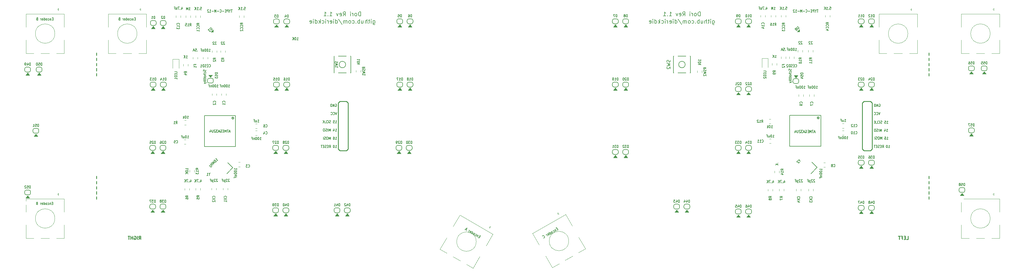
<source format=gbo>
G04 #@! TF.GenerationSoftware,KiCad,Pcbnew,(5.1.2-1)-1*
G04 #@! TF.CreationDate,2020-07-26T11:12:34-05:00*
G04 #@! TF.ProjectId,Dori,446f7269-2e6b-4696-9361-645f70636258,rev?*
G04 #@! TF.SameCoordinates,Original*
G04 #@! TF.FileFunction,Legend,Bot*
G04 #@! TF.FilePolarity,Positive*
%FSLAX46Y46*%
G04 Gerber Fmt 4.6, Leading zero omitted, Abs format (unit mm)*
G04 Created by KiCad (PCBNEW (5.1.2-1)-1) date 2020-07-26 11:12:34*
%MOMM*%
%LPD*%
G04 APERTURE LIST*
%ADD10C,0.250000*%
%ADD11C,0.200000*%
%ADD12C,0.150000*%
%ADD13C,0.120000*%
%ADD14C,0.100000*%
%ADD15C,0.254000*%
%ADD16C,0.203200*%
%ADD17C,1.252000*%
%ADD18C,2.642000*%
%ADD19C,1.803800*%
%ADD20C,4.089800*%
%ADD21C,3.602000*%
%ADD22C,0.902000*%
%ADD23R,2.102000X2.102000*%
%ADD24C,2.102000*%
%ADD25R,2.102000X3.302000*%
%ADD26C,1.102000*%
%ADD27C,1.702000*%
%ADD28C,1.702000*%
%ADD29C,1.902000*%
%ADD30R,0.900000X1.900000*%
%ADD31R,1.900000X0.900000*%
%ADD32C,0.752000*%
%ADD33R,0.752000X1.162000*%
%ADD34R,1.202000X1.902000*%
%ADD35C,1.803400*%
%ADD36O,1.402000X2.502000*%
%ADD37O,1.402000X2.002000*%
%ADD38C,0.702000*%
%ADD39C,0.402000*%
G04 APERTURE END LIST*
D10*
X373856250Y-64690625D02*
X373856250Y-65484375D01*
X373856250Y-63103125D02*
X373856250Y-63896875D01*
X373856250Y-61515625D02*
X373856250Y-62309375D01*
X373856250Y-59928125D02*
X373856250Y-60721875D01*
X373856250Y-58340625D02*
X373856250Y-59134375D01*
X373856250Y-102790625D02*
X373856250Y-103584375D01*
X373856250Y-101203125D02*
X373856250Y-101996875D01*
X373856250Y-99615625D02*
X373856250Y-100409375D01*
X373856250Y-98028125D02*
X373856250Y-98821875D01*
X373856250Y-96440625D02*
X373856250Y-97234375D01*
X116681250Y-102790625D02*
X116681250Y-103584375D01*
X116681250Y-101203125D02*
X116681250Y-101996875D01*
X116681250Y-99615625D02*
X116681250Y-100409375D01*
X116681250Y-98028125D02*
X116681250Y-98821875D01*
X116681250Y-96440625D02*
X116681250Y-97234375D01*
X116681250Y-64690625D02*
X116681250Y-65484375D01*
X116681250Y-63103125D02*
X116681250Y-63896875D01*
X116681250Y-61515625D02*
X116681250Y-62309375D01*
X116681250Y-59928125D02*
X116681250Y-60721875D01*
D11*
X198314761Y-46925476D02*
X198314761Y-45675476D01*
X198017142Y-45675476D01*
X197838571Y-45735000D01*
X197719523Y-45854047D01*
X197660000Y-45973095D01*
X197600476Y-46211190D01*
X197600476Y-46389761D01*
X197660000Y-46627857D01*
X197719523Y-46746904D01*
X197838571Y-46865952D01*
X198017142Y-46925476D01*
X198314761Y-46925476D01*
X196886190Y-46925476D02*
X197005238Y-46865952D01*
X197064761Y-46806428D01*
X197124285Y-46687380D01*
X197124285Y-46330238D01*
X197064761Y-46211190D01*
X197005238Y-46151666D01*
X196886190Y-46092142D01*
X196707619Y-46092142D01*
X196588571Y-46151666D01*
X196529047Y-46211190D01*
X196469523Y-46330238D01*
X196469523Y-46687380D01*
X196529047Y-46806428D01*
X196588571Y-46865952D01*
X196707619Y-46925476D01*
X196886190Y-46925476D01*
X195933809Y-46925476D02*
X195933809Y-46092142D01*
X195933809Y-46330238D02*
X195874285Y-46211190D01*
X195814761Y-46151666D01*
X195695714Y-46092142D01*
X195576666Y-46092142D01*
X195160000Y-46925476D02*
X195160000Y-46092142D01*
X195160000Y-45675476D02*
X195219523Y-45735000D01*
X195160000Y-45794523D01*
X195100476Y-45735000D01*
X195160000Y-45675476D01*
X195160000Y-45794523D01*
X192898095Y-46925476D02*
X193314761Y-46330238D01*
X193612380Y-46925476D02*
X193612380Y-45675476D01*
X193136190Y-45675476D01*
X193017142Y-45735000D01*
X192957619Y-45794523D01*
X192898095Y-45913571D01*
X192898095Y-46092142D01*
X192957619Y-46211190D01*
X193017142Y-46270714D01*
X193136190Y-46330238D01*
X193612380Y-46330238D01*
X191886190Y-46865952D02*
X192005238Y-46925476D01*
X192243333Y-46925476D01*
X192362380Y-46865952D01*
X192421904Y-46746904D01*
X192421904Y-46270714D01*
X192362380Y-46151666D01*
X192243333Y-46092142D01*
X192005238Y-46092142D01*
X191886190Y-46151666D01*
X191826666Y-46270714D01*
X191826666Y-46389761D01*
X192421904Y-46508809D01*
X191410000Y-46092142D02*
X191112380Y-46925476D01*
X190814761Y-46092142D01*
X188731428Y-46925476D02*
X189445714Y-46925476D01*
X189088571Y-46925476D02*
X189088571Y-45675476D01*
X189207619Y-45854047D01*
X189326666Y-45973095D01*
X189445714Y-46032619D01*
X188195714Y-46806428D02*
X188136190Y-46865952D01*
X188195714Y-46925476D01*
X188255238Y-46865952D01*
X188195714Y-46806428D01*
X188195714Y-46925476D01*
X186945714Y-46925476D02*
X187660000Y-46925476D01*
X187302857Y-46925476D02*
X187302857Y-45675476D01*
X187421904Y-45854047D01*
X187540952Y-45973095D01*
X187660000Y-46032619D01*
X202153291Y-48372142D02*
X202153291Y-49384047D01*
X202212815Y-49503095D01*
X202272339Y-49562619D01*
X202391386Y-49622142D01*
X202569958Y-49622142D01*
X202689005Y-49562619D01*
X202153291Y-49145952D02*
X202272339Y-49205476D01*
X202510434Y-49205476D01*
X202629482Y-49145952D01*
X202689005Y-49086428D01*
X202748529Y-48967380D01*
X202748529Y-48610238D01*
X202689005Y-48491190D01*
X202629482Y-48431666D01*
X202510434Y-48372142D01*
X202272339Y-48372142D01*
X202153291Y-48431666D01*
X201558053Y-49205476D02*
X201558053Y-48372142D01*
X201558053Y-47955476D02*
X201617577Y-48015000D01*
X201558053Y-48074523D01*
X201498529Y-48015000D01*
X201558053Y-47955476D01*
X201558053Y-48074523D01*
X201141386Y-48372142D02*
X200665196Y-48372142D01*
X200962815Y-47955476D02*
X200962815Y-49026904D01*
X200903291Y-49145952D01*
X200784244Y-49205476D01*
X200665196Y-49205476D01*
X200248529Y-49205476D02*
X200248529Y-47955476D01*
X199712815Y-49205476D02*
X199712815Y-48550714D01*
X199772339Y-48431666D01*
X199891386Y-48372142D01*
X200069958Y-48372142D01*
X200189005Y-48431666D01*
X200248529Y-48491190D01*
X198581863Y-48372142D02*
X198581863Y-49205476D01*
X199117577Y-48372142D02*
X199117577Y-49026904D01*
X199058053Y-49145952D01*
X198939005Y-49205476D01*
X198760434Y-49205476D01*
X198641386Y-49145952D01*
X198581863Y-49086428D01*
X197986624Y-49205476D02*
X197986624Y-47955476D01*
X197986624Y-48431666D02*
X197867577Y-48372142D01*
X197629482Y-48372142D01*
X197510434Y-48431666D01*
X197450910Y-48491190D01*
X197391386Y-48610238D01*
X197391386Y-48967380D01*
X197450910Y-49086428D01*
X197510434Y-49145952D01*
X197629482Y-49205476D01*
X197867577Y-49205476D01*
X197986624Y-49145952D01*
X196855672Y-49086428D02*
X196796148Y-49145952D01*
X196855672Y-49205476D01*
X196915196Y-49145952D01*
X196855672Y-49086428D01*
X196855672Y-49205476D01*
X195724720Y-49145952D02*
X195843767Y-49205476D01*
X196081863Y-49205476D01*
X196200910Y-49145952D01*
X196260434Y-49086428D01*
X196319958Y-48967380D01*
X196319958Y-48610238D01*
X196260434Y-48491190D01*
X196200910Y-48431666D01*
X196081863Y-48372142D01*
X195843767Y-48372142D01*
X195724720Y-48431666D01*
X195010434Y-49205476D02*
X195129482Y-49145952D01*
X195189005Y-49086428D01*
X195248529Y-48967380D01*
X195248529Y-48610238D01*
X195189005Y-48491190D01*
X195129482Y-48431666D01*
X195010434Y-48372142D01*
X194831863Y-48372142D01*
X194712815Y-48431666D01*
X194653291Y-48491190D01*
X194593767Y-48610238D01*
X194593767Y-48967380D01*
X194653291Y-49086428D01*
X194712815Y-49145952D01*
X194831863Y-49205476D01*
X195010434Y-49205476D01*
X194058053Y-49205476D02*
X194058053Y-48372142D01*
X194058053Y-48491190D02*
X193998529Y-48431666D01*
X193879482Y-48372142D01*
X193700910Y-48372142D01*
X193581863Y-48431666D01*
X193522339Y-48550714D01*
X193522339Y-49205476D01*
X193522339Y-48550714D02*
X193462815Y-48431666D01*
X193343767Y-48372142D01*
X193165196Y-48372142D01*
X193046148Y-48431666D01*
X192986624Y-48550714D01*
X192986624Y-49205476D01*
X191498529Y-47895952D02*
X192569958Y-49503095D01*
X190546148Y-49205476D02*
X190546148Y-47955476D01*
X190546148Y-49145952D02*
X190665196Y-49205476D01*
X190903291Y-49205476D01*
X191022339Y-49145952D01*
X191081863Y-49086428D01*
X191141386Y-48967380D01*
X191141386Y-48610238D01*
X191081863Y-48491190D01*
X191022339Y-48431666D01*
X190903291Y-48372142D01*
X190665196Y-48372142D01*
X190546148Y-48431666D01*
X189950910Y-49205476D02*
X189950910Y-48372142D01*
X189950910Y-47955476D02*
X190010434Y-48015000D01*
X189950910Y-48074523D01*
X189891386Y-48015000D01*
X189950910Y-47955476D01*
X189950910Y-48074523D01*
X188879482Y-49145952D02*
X188998529Y-49205476D01*
X189236624Y-49205476D01*
X189355672Y-49145952D01*
X189415196Y-49026904D01*
X189415196Y-48550714D01*
X189355672Y-48431666D01*
X189236624Y-48372142D01*
X188998529Y-48372142D01*
X188879482Y-48431666D01*
X188819958Y-48550714D01*
X188819958Y-48669761D01*
X189415196Y-48788809D01*
X188284244Y-49205476D02*
X188284244Y-48372142D01*
X188284244Y-48610238D02*
X188224720Y-48491190D01*
X188165196Y-48431666D01*
X188046148Y-48372142D01*
X187927101Y-48372142D01*
X187510434Y-49205476D02*
X187510434Y-48372142D01*
X187510434Y-47955476D02*
X187569958Y-48015000D01*
X187510434Y-48074523D01*
X187450910Y-48015000D01*
X187510434Y-47955476D01*
X187510434Y-48074523D01*
X186379482Y-49145952D02*
X186498529Y-49205476D01*
X186736624Y-49205476D01*
X186855672Y-49145952D01*
X186915196Y-49086428D01*
X186974720Y-48967380D01*
X186974720Y-48610238D01*
X186915196Y-48491190D01*
X186855672Y-48431666D01*
X186736624Y-48372142D01*
X186498529Y-48372142D01*
X186379482Y-48431666D01*
X185843767Y-49205476D02*
X185843767Y-47955476D01*
X185724720Y-48729285D02*
X185367577Y-49205476D01*
X185367577Y-48372142D02*
X185843767Y-48848333D01*
X184296148Y-49205476D02*
X184296148Y-47955476D01*
X184296148Y-49145952D02*
X184415196Y-49205476D01*
X184653291Y-49205476D01*
X184772339Y-49145952D01*
X184831863Y-49086428D01*
X184891386Y-48967380D01*
X184891386Y-48610238D01*
X184831863Y-48491190D01*
X184772339Y-48431666D01*
X184653291Y-48372142D01*
X184415196Y-48372142D01*
X184296148Y-48431666D01*
X183700910Y-49205476D02*
X183700910Y-48372142D01*
X183700910Y-47955476D02*
X183760434Y-48015000D01*
X183700910Y-48074523D01*
X183641386Y-48015000D01*
X183700910Y-47955476D01*
X183700910Y-48074523D01*
X182629482Y-49145952D02*
X182748529Y-49205476D01*
X182986624Y-49205476D01*
X183105672Y-49145952D01*
X183165196Y-49026904D01*
X183165196Y-48550714D01*
X183105672Y-48431666D01*
X182986624Y-48372142D01*
X182748529Y-48372142D01*
X182629482Y-48431666D01*
X182569958Y-48550714D01*
X182569958Y-48669761D01*
X183165196Y-48788809D01*
D10*
X366892380Y-115972380D02*
X367368571Y-115972380D01*
X367368571Y-114972380D01*
X366559047Y-115448571D02*
X366225714Y-115448571D01*
X366082857Y-115972380D02*
X366559047Y-115972380D01*
X366559047Y-114972380D01*
X366082857Y-114972380D01*
X365320952Y-115448571D02*
X365654285Y-115448571D01*
X365654285Y-115972380D02*
X365654285Y-114972380D01*
X365178095Y-114972380D01*
X364940000Y-114972380D02*
X364368571Y-114972380D01*
X364654285Y-115972380D02*
X364654285Y-114972380D01*
X129773333Y-115972380D02*
X130106666Y-115496190D01*
X130344761Y-115972380D02*
X130344761Y-114972380D01*
X129963809Y-114972380D01*
X129868571Y-115020000D01*
X129820952Y-115067619D01*
X129773333Y-115162857D01*
X129773333Y-115305714D01*
X129820952Y-115400952D01*
X129868571Y-115448571D01*
X129963809Y-115496190D01*
X130344761Y-115496190D01*
X129344761Y-115972380D02*
X129344761Y-114972380D01*
X128344761Y-115020000D02*
X128440000Y-114972380D01*
X128582857Y-114972380D01*
X128725714Y-115020000D01*
X128820952Y-115115238D01*
X128868571Y-115210476D01*
X128916190Y-115400952D01*
X128916190Y-115543809D01*
X128868571Y-115734285D01*
X128820952Y-115829523D01*
X128725714Y-115924761D01*
X128582857Y-115972380D01*
X128487619Y-115972380D01*
X128344761Y-115924761D01*
X128297142Y-115877142D01*
X128297142Y-115543809D01*
X128487619Y-115543809D01*
X127868571Y-115972380D02*
X127868571Y-114972380D01*
X127868571Y-115448571D02*
X127297142Y-115448571D01*
X127297142Y-115972380D02*
X127297142Y-114972380D01*
X126963809Y-114972380D02*
X126392380Y-114972380D01*
X126678095Y-115972380D02*
X126678095Y-114972380D01*
D12*
X235119201Y-115192179D02*
X234917128Y-115075512D01*
X234621002Y-115388418D02*
X234909677Y-115555085D01*
X235309677Y-114862265D01*
X235021002Y-114695598D01*
X234627861Y-114776538D02*
X234361194Y-115238418D01*
X234589766Y-114842521D02*
X234579946Y-114792863D01*
X234541258Y-114726538D01*
X234454656Y-114676538D01*
X234377873Y-114676196D01*
X234310910Y-114725512D01*
X234101386Y-115088418D01*
X233571951Y-114738760D02*
X233610639Y-114805085D01*
X233726109Y-114871752D01*
X233802891Y-114872093D01*
X233850807Y-114855769D01*
X233917769Y-114806452D01*
X234032055Y-114608504D01*
X234041283Y-114525854D01*
X234031463Y-114476196D01*
X233992775Y-114409871D01*
X233877305Y-114343205D01*
X233800523Y-114342863D01*
X233206494Y-114571752D02*
X233283276Y-114572093D01*
X233331191Y-114555769D01*
X233398154Y-114506452D01*
X233512440Y-114308504D01*
X233521668Y-114225854D01*
X233511848Y-114176196D01*
X233473160Y-114109871D01*
X233386558Y-114059871D01*
X233309775Y-114059529D01*
X233261860Y-114075854D01*
X233194897Y-114125170D01*
X233080611Y-114323119D01*
X233071384Y-114405769D01*
X233081204Y-114455427D01*
X233119891Y-114521752D01*
X233206494Y-114571752D01*
X232484806Y-114155085D02*
X232884806Y-113462265D01*
X232503853Y-114122093D02*
X232542541Y-114188418D01*
X232658011Y-114255085D01*
X232734793Y-114255427D01*
X232782709Y-114239102D01*
X232849671Y-114189786D01*
X232963957Y-113991837D01*
X232973185Y-113909188D01*
X232963365Y-113859529D01*
X232924677Y-113793205D01*
X232809207Y-113726538D01*
X232732425Y-113726196D01*
X231984238Y-113822093D02*
X232022926Y-113888418D01*
X232138396Y-113955085D01*
X232215178Y-113955427D01*
X232282141Y-113906111D01*
X232434522Y-113642179D01*
X232443750Y-113559529D01*
X232405062Y-113493205D01*
X232289592Y-113426538D01*
X232212810Y-113426196D01*
X232145847Y-113475512D01*
X232107752Y-113541495D01*
X232358331Y-113774145D01*
X231676515Y-113688418D02*
X231943182Y-113226538D01*
X231866992Y-113358504D02*
X231876219Y-113275854D01*
X231866399Y-113226196D01*
X231827712Y-113159871D01*
X231769977Y-113126538D01*
X230982511Y-113023803D02*
X230693836Y-112857136D01*
X230925960Y-113255085D02*
X231123887Y-112445598D01*
X230521815Y-113021752D01*
X259045359Y-112683846D02*
X258843287Y-112800512D01*
X258966208Y-113213418D02*
X259254883Y-113046752D01*
X258854883Y-112353931D01*
X258566208Y-112520598D01*
X258439733Y-112901538D02*
X258706400Y-113363418D01*
X258477829Y-112967521D02*
X258429914Y-112951196D01*
X258353131Y-112951538D01*
X258266528Y-113001538D01*
X258227841Y-113067863D01*
X258237069Y-113150512D01*
X258446593Y-113513418D01*
X257879062Y-113797093D02*
X257955845Y-113796752D01*
X258071315Y-113730085D01*
X258110002Y-113663760D01*
X258119822Y-113614102D01*
X258110594Y-113531452D01*
X257996309Y-113333504D01*
X257929346Y-113284188D01*
X257881431Y-113267863D01*
X257804648Y-113268205D01*
X257689178Y-113334871D01*
X257650491Y-113401196D01*
X257551700Y-114030085D02*
X257590387Y-113963760D01*
X257600207Y-113914102D01*
X257590979Y-113831452D01*
X257476693Y-113633504D01*
X257409731Y-113584188D01*
X257361816Y-113567863D01*
X257285033Y-113568205D01*
X257198430Y-113618205D01*
X257159743Y-113684529D01*
X257149923Y-113734188D01*
X257159151Y-113816837D01*
X257273437Y-114014786D01*
X257340399Y-114064102D01*
X257388314Y-114080427D01*
X257465097Y-114080085D01*
X257551700Y-114030085D01*
X256830012Y-114446752D02*
X256430012Y-113753931D01*
X256810964Y-114413760D02*
X256887747Y-114413418D01*
X257003217Y-114346752D01*
X257041904Y-114280427D01*
X257051724Y-114230769D01*
X257042496Y-114148119D01*
X256928211Y-113950170D01*
X256861248Y-113900854D01*
X256813333Y-113884529D01*
X256736550Y-113884871D01*
X256621080Y-113951538D01*
X256582393Y-114017863D01*
X256291349Y-114713760D02*
X256368132Y-114713418D01*
X256483602Y-114646752D01*
X256522289Y-114580427D01*
X256513061Y-114497777D01*
X256360680Y-114233846D01*
X256293718Y-114184529D01*
X256216935Y-114184871D01*
X256101465Y-114251538D01*
X256062777Y-114317863D01*
X256072005Y-114400512D01*
X256110100Y-114466495D01*
X256436871Y-114365811D01*
X256021721Y-114913418D02*
X255755055Y-114451538D01*
X255831245Y-114583504D02*
X255764282Y-114534188D01*
X255716367Y-114517863D01*
X255639585Y-114518205D01*
X255581850Y-114551538D01*
X254800058Y-115530769D02*
X254847973Y-115547093D01*
X254953623Y-115530085D01*
X255011358Y-115496752D01*
X255078913Y-115413760D01*
X255098553Y-115314444D01*
X255089325Y-115231794D01*
X255042002Y-115083162D01*
X254984860Y-114984188D01*
X254879802Y-114868888D01*
X254812839Y-114819572D01*
X254717009Y-114786923D01*
X254611358Y-114803931D01*
X254553623Y-114837265D01*
X254486068Y-114920256D01*
X254476249Y-114969914D01*
X103233333Y-104822857D02*
X103000000Y-104822857D01*
X102900000Y-105241904D02*
X103233333Y-105241904D01*
X103233333Y-104441904D01*
X102900000Y-104441904D01*
X102600000Y-104708571D02*
X102600000Y-105241904D01*
X102600000Y-104784761D02*
X102566666Y-104746666D01*
X102500000Y-104708571D01*
X102400000Y-104708571D01*
X102333333Y-104746666D01*
X102300000Y-104822857D01*
X102300000Y-105241904D01*
X101666666Y-105203809D02*
X101733333Y-105241904D01*
X101866666Y-105241904D01*
X101933333Y-105203809D01*
X101966666Y-105165714D01*
X102000000Y-105089523D01*
X102000000Y-104860952D01*
X101966666Y-104784761D01*
X101933333Y-104746666D01*
X101866666Y-104708571D01*
X101733333Y-104708571D01*
X101666666Y-104746666D01*
X101266666Y-105241904D02*
X101333333Y-105203809D01*
X101366666Y-105165714D01*
X101400000Y-105089523D01*
X101400000Y-104860952D01*
X101366666Y-104784761D01*
X101333333Y-104746666D01*
X101266666Y-104708571D01*
X101166666Y-104708571D01*
X101100000Y-104746666D01*
X101066666Y-104784761D01*
X101033333Y-104860952D01*
X101033333Y-105089523D01*
X101066666Y-105165714D01*
X101100000Y-105203809D01*
X101166666Y-105241904D01*
X101266666Y-105241904D01*
X100433333Y-105241904D02*
X100433333Y-104441904D01*
X100433333Y-105203809D02*
X100500000Y-105241904D01*
X100633333Y-105241904D01*
X100700000Y-105203809D01*
X100733333Y-105165714D01*
X100766666Y-105089523D01*
X100766666Y-104860952D01*
X100733333Y-104784761D01*
X100700000Y-104746666D01*
X100633333Y-104708571D01*
X100500000Y-104708571D01*
X100433333Y-104746666D01*
X99833333Y-105203809D02*
X99900000Y-105241904D01*
X100033333Y-105241904D01*
X100100000Y-105203809D01*
X100133333Y-105127619D01*
X100133333Y-104822857D01*
X100100000Y-104746666D01*
X100033333Y-104708571D01*
X99900000Y-104708571D01*
X99833333Y-104746666D01*
X99800000Y-104822857D01*
X99800000Y-104899047D01*
X100133333Y-104975238D01*
X99500000Y-105241904D02*
X99500000Y-104708571D01*
X99500000Y-104860952D02*
X99466666Y-104784761D01*
X99433333Y-104746666D01*
X99366666Y-104708571D01*
X99300000Y-104708571D01*
X98300000Y-104822857D02*
X98200000Y-104860952D01*
X98166666Y-104899047D01*
X98133333Y-104975238D01*
X98133333Y-105089523D01*
X98166666Y-105165714D01*
X98200000Y-105203809D01*
X98266666Y-105241904D01*
X98533333Y-105241904D01*
X98533333Y-104441904D01*
X98300000Y-104441904D01*
X98233333Y-104480000D01*
X98200000Y-104518095D01*
X98166666Y-104594285D01*
X98166666Y-104670476D01*
X98200000Y-104746666D01*
X98233333Y-104784761D01*
X98300000Y-104822857D01*
X98533333Y-104822857D01*
X128693333Y-47822857D02*
X128460000Y-47822857D01*
X128360000Y-48241904D02*
X128693333Y-48241904D01*
X128693333Y-47441904D01*
X128360000Y-47441904D01*
X128060000Y-47708571D02*
X128060000Y-48241904D01*
X128060000Y-47784761D02*
X128026666Y-47746666D01*
X127960000Y-47708571D01*
X127860000Y-47708571D01*
X127793333Y-47746666D01*
X127760000Y-47822857D01*
X127760000Y-48241904D01*
X127126666Y-48203809D02*
X127193333Y-48241904D01*
X127326666Y-48241904D01*
X127393333Y-48203809D01*
X127426666Y-48165714D01*
X127460000Y-48089523D01*
X127460000Y-47860952D01*
X127426666Y-47784761D01*
X127393333Y-47746666D01*
X127326666Y-47708571D01*
X127193333Y-47708571D01*
X127126666Y-47746666D01*
X126726666Y-48241904D02*
X126793333Y-48203809D01*
X126826666Y-48165714D01*
X126860000Y-48089523D01*
X126860000Y-47860952D01*
X126826666Y-47784761D01*
X126793333Y-47746666D01*
X126726666Y-47708571D01*
X126626666Y-47708571D01*
X126560000Y-47746666D01*
X126526666Y-47784761D01*
X126493333Y-47860952D01*
X126493333Y-48089523D01*
X126526666Y-48165714D01*
X126560000Y-48203809D01*
X126626666Y-48241904D01*
X126726666Y-48241904D01*
X125893333Y-48241904D02*
X125893333Y-47441904D01*
X125893333Y-48203809D02*
X125960000Y-48241904D01*
X126093333Y-48241904D01*
X126160000Y-48203809D01*
X126193333Y-48165714D01*
X126226666Y-48089523D01*
X126226666Y-47860952D01*
X126193333Y-47784761D01*
X126160000Y-47746666D01*
X126093333Y-47708571D01*
X125960000Y-47708571D01*
X125893333Y-47746666D01*
X125293333Y-48203809D02*
X125360000Y-48241904D01*
X125493333Y-48241904D01*
X125560000Y-48203809D01*
X125593333Y-48127619D01*
X125593333Y-47822857D01*
X125560000Y-47746666D01*
X125493333Y-47708571D01*
X125360000Y-47708571D01*
X125293333Y-47746666D01*
X125260000Y-47822857D01*
X125260000Y-47899047D01*
X125593333Y-47975238D01*
X124960000Y-48241904D02*
X124960000Y-47708571D01*
X124960000Y-47860952D02*
X124926666Y-47784761D01*
X124893333Y-47746666D01*
X124826666Y-47708571D01*
X124760000Y-47708571D01*
X123760000Y-47822857D02*
X123660000Y-47860952D01*
X123626666Y-47899047D01*
X123593333Y-47975238D01*
X123593333Y-48089523D01*
X123626666Y-48165714D01*
X123660000Y-48203809D01*
X123726666Y-48241904D01*
X123993333Y-48241904D01*
X123993333Y-47441904D01*
X123760000Y-47441904D01*
X123693333Y-47480000D01*
X123660000Y-47518095D01*
X123626666Y-47594285D01*
X123626666Y-47670476D01*
X123660000Y-47746666D01*
X123693333Y-47784761D01*
X123760000Y-47822857D01*
X123993333Y-47822857D01*
X103293333Y-47822857D02*
X103060000Y-47822857D01*
X102960000Y-48241904D02*
X103293333Y-48241904D01*
X103293333Y-47441904D01*
X102960000Y-47441904D01*
X102660000Y-47708571D02*
X102660000Y-48241904D01*
X102660000Y-47784761D02*
X102626666Y-47746666D01*
X102560000Y-47708571D01*
X102460000Y-47708571D01*
X102393333Y-47746666D01*
X102360000Y-47822857D01*
X102360000Y-48241904D01*
X101726666Y-48203809D02*
X101793333Y-48241904D01*
X101926666Y-48241904D01*
X101993333Y-48203809D01*
X102026666Y-48165714D01*
X102060000Y-48089523D01*
X102060000Y-47860952D01*
X102026666Y-47784761D01*
X101993333Y-47746666D01*
X101926666Y-47708571D01*
X101793333Y-47708571D01*
X101726666Y-47746666D01*
X101326666Y-48241904D02*
X101393333Y-48203809D01*
X101426666Y-48165714D01*
X101460000Y-48089523D01*
X101460000Y-47860952D01*
X101426666Y-47784761D01*
X101393333Y-47746666D01*
X101326666Y-47708571D01*
X101226666Y-47708571D01*
X101160000Y-47746666D01*
X101126666Y-47784761D01*
X101093333Y-47860952D01*
X101093333Y-48089523D01*
X101126666Y-48165714D01*
X101160000Y-48203809D01*
X101226666Y-48241904D01*
X101326666Y-48241904D01*
X100493333Y-48241904D02*
X100493333Y-47441904D01*
X100493333Y-48203809D02*
X100560000Y-48241904D01*
X100693333Y-48241904D01*
X100760000Y-48203809D01*
X100793333Y-48165714D01*
X100826666Y-48089523D01*
X100826666Y-47860952D01*
X100793333Y-47784761D01*
X100760000Y-47746666D01*
X100693333Y-47708571D01*
X100560000Y-47708571D01*
X100493333Y-47746666D01*
X99893333Y-48203809D02*
X99960000Y-48241904D01*
X100093333Y-48241904D01*
X100160000Y-48203809D01*
X100193333Y-48127619D01*
X100193333Y-47822857D01*
X100160000Y-47746666D01*
X100093333Y-47708571D01*
X99960000Y-47708571D01*
X99893333Y-47746666D01*
X99860000Y-47822857D01*
X99860000Y-47899047D01*
X100193333Y-47975238D01*
X99560000Y-48241904D02*
X99560000Y-47708571D01*
X99560000Y-47860952D02*
X99526666Y-47784761D01*
X99493333Y-47746666D01*
X99426666Y-47708571D01*
X99360000Y-47708571D01*
X98360000Y-47822857D02*
X98260000Y-47860952D01*
X98226666Y-47899047D01*
X98193333Y-47975238D01*
X98193333Y-48089523D01*
X98226666Y-48165714D01*
X98260000Y-48203809D01*
X98326666Y-48241904D01*
X98593333Y-48241904D01*
X98593333Y-47441904D01*
X98360000Y-47441904D01*
X98293333Y-47480000D01*
X98260000Y-47518095D01*
X98226666Y-47594285D01*
X98226666Y-47670476D01*
X98260000Y-47746666D01*
X98293333Y-47784761D01*
X98360000Y-47822857D01*
X98593333Y-47822857D01*
D10*
X116681250Y-58340625D02*
X116681250Y-59134375D01*
D11*
X307033291Y-48372142D02*
X307033291Y-49384047D01*
X307092815Y-49503095D01*
X307152339Y-49562619D01*
X307271386Y-49622142D01*
X307449958Y-49622142D01*
X307569005Y-49562619D01*
X307033291Y-49145952D02*
X307152339Y-49205476D01*
X307390434Y-49205476D01*
X307509482Y-49145952D01*
X307569005Y-49086428D01*
X307628529Y-48967380D01*
X307628529Y-48610238D01*
X307569005Y-48491190D01*
X307509482Y-48431666D01*
X307390434Y-48372142D01*
X307152339Y-48372142D01*
X307033291Y-48431666D01*
X306438053Y-49205476D02*
X306438053Y-48372142D01*
X306438053Y-47955476D02*
X306497577Y-48015000D01*
X306438053Y-48074523D01*
X306378529Y-48015000D01*
X306438053Y-47955476D01*
X306438053Y-48074523D01*
X306021386Y-48372142D02*
X305545196Y-48372142D01*
X305842815Y-47955476D02*
X305842815Y-49026904D01*
X305783291Y-49145952D01*
X305664244Y-49205476D01*
X305545196Y-49205476D01*
X305128529Y-49205476D02*
X305128529Y-47955476D01*
X304592815Y-49205476D02*
X304592815Y-48550714D01*
X304652339Y-48431666D01*
X304771386Y-48372142D01*
X304949958Y-48372142D01*
X305069005Y-48431666D01*
X305128529Y-48491190D01*
X303461863Y-48372142D02*
X303461863Y-49205476D01*
X303997577Y-48372142D02*
X303997577Y-49026904D01*
X303938053Y-49145952D01*
X303819005Y-49205476D01*
X303640434Y-49205476D01*
X303521386Y-49145952D01*
X303461863Y-49086428D01*
X302866624Y-49205476D02*
X302866624Y-47955476D01*
X302866624Y-48431666D02*
X302747577Y-48372142D01*
X302509482Y-48372142D01*
X302390434Y-48431666D01*
X302330910Y-48491190D01*
X302271386Y-48610238D01*
X302271386Y-48967380D01*
X302330910Y-49086428D01*
X302390434Y-49145952D01*
X302509482Y-49205476D01*
X302747577Y-49205476D01*
X302866624Y-49145952D01*
X301735672Y-49086428D02*
X301676148Y-49145952D01*
X301735672Y-49205476D01*
X301795196Y-49145952D01*
X301735672Y-49086428D01*
X301735672Y-49205476D01*
X300604720Y-49145952D02*
X300723767Y-49205476D01*
X300961863Y-49205476D01*
X301080910Y-49145952D01*
X301140434Y-49086428D01*
X301199958Y-48967380D01*
X301199958Y-48610238D01*
X301140434Y-48491190D01*
X301080910Y-48431666D01*
X300961863Y-48372142D01*
X300723767Y-48372142D01*
X300604720Y-48431666D01*
X299890434Y-49205476D02*
X300009482Y-49145952D01*
X300069005Y-49086428D01*
X300128529Y-48967380D01*
X300128529Y-48610238D01*
X300069005Y-48491190D01*
X300009482Y-48431666D01*
X299890434Y-48372142D01*
X299711863Y-48372142D01*
X299592815Y-48431666D01*
X299533291Y-48491190D01*
X299473767Y-48610238D01*
X299473767Y-48967380D01*
X299533291Y-49086428D01*
X299592815Y-49145952D01*
X299711863Y-49205476D01*
X299890434Y-49205476D01*
X298938053Y-49205476D02*
X298938053Y-48372142D01*
X298938053Y-48491190D02*
X298878529Y-48431666D01*
X298759482Y-48372142D01*
X298580910Y-48372142D01*
X298461863Y-48431666D01*
X298402339Y-48550714D01*
X298402339Y-49205476D01*
X298402339Y-48550714D02*
X298342815Y-48431666D01*
X298223767Y-48372142D01*
X298045196Y-48372142D01*
X297926148Y-48431666D01*
X297866624Y-48550714D01*
X297866624Y-49205476D01*
X296378529Y-47895952D02*
X297449958Y-49503095D01*
X295426148Y-49205476D02*
X295426148Y-47955476D01*
X295426148Y-49145952D02*
X295545196Y-49205476D01*
X295783291Y-49205476D01*
X295902339Y-49145952D01*
X295961863Y-49086428D01*
X296021386Y-48967380D01*
X296021386Y-48610238D01*
X295961863Y-48491190D01*
X295902339Y-48431666D01*
X295783291Y-48372142D01*
X295545196Y-48372142D01*
X295426148Y-48431666D01*
X294830910Y-49205476D02*
X294830910Y-48372142D01*
X294830910Y-47955476D02*
X294890434Y-48015000D01*
X294830910Y-48074523D01*
X294771386Y-48015000D01*
X294830910Y-47955476D01*
X294830910Y-48074523D01*
X293759482Y-49145952D02*
X293878529Y-49205476D01*
X294116624Y-49205476D01*
X294235672Y-49145952D01*
X294295196Y-49026904D01*
X294295196Y-48550714D01*
X294235672Y-48431666D01*
X294116624Y-48372142D01*
X293878529Y-48372142D01*
X293759482Y-48431666D01*
X293699958Y-48550714D01*
X293699958Y-48669761D01*
X294295196Y-48788809D01*
X293164244Y-49205476D02*
X293164244Y-48372142D01*
X293164244Y-48610238D02*
X293104720Y-48491190D01*
X293045196Y-48431666D01*
X292926148Y-48372142D01*
X292807101Y-48372142D01*
X292390434Y-49205476D02*
X292390434Y-48372142D01*
X292390434Y-47955476D02*
X292449958Y-48015000D01*
X292390434Y-48074523D01*
X292330910Y-48015000D01*
X292390434Y-47955476D01*
X292390434Y-48074523D01*
X291259482Y-49145952D02*
X291378529Y-49205476D01*
X291616624Y-49205476D01*
X291735672Y-49145952D01*
X291795196Y-49086428D01*
X291854720Y-48967380D01*
X291854720Y-48610238D01*
X291795196Y-48491190D01*
X291735672Y-48431666D01*
X291616624Y-48372142D01*
X291378529Y-48372142D01*
X291259482Y-48431666D01*
X290723767Y-49205476D02*
X290723767Y-47955476D01*
X290604720Y-48729285D02*
X290247577Y-49205476D01*
X290247577Y-48372142D02*
X290723767Y-48848333D01*
X289176148Y-49205476D02*
X289176148Y-47955476D01*
X289176148Y-49145952D02*
X289295196Y-49205476D01*
X289533291Y-49205476D01*
X289652339Y-49145952D01*
X289711863Y-49086428D01*
X289771386Y-48967380D01*
X289771386Y-48610238D01*
X289711863Y-48491190D01*
X289652339Y-48431666D01*
X289533291Y-48372142D01*
X289295196Y-48372142D01*
X289176148Y-48431666D01*
X288580910Y-49205476D02*
X288580910Y-48372142D01*
X288580910Y-47955476D02*
X288640434Y-48015000D01*
X288580910Y-48074523D01*
X288521386Y-48015000D01*
X288580910Y-47955476D01*
X288580910Y-48074523D01*
X287509482Y-49145952D02*
X287628529Y-49205476D01*
X287866624Y-49205476D01*
X287985672Y-49145952D01*
X288045196Y-49026904D01*
X288045196Y-48550714D01*
X287985672Y-48431666D01*
X287866624Y-48372142D01*
X287628529Y-48372142D01*
X287509482Y-48431666D01*
X287449958Y-48550714D01*
X287449958Y-48669761D01*
X288045196Y-48788809D01*
X303194761Y-46925476D02*
X303194761Y-45675476D01*
X302897142Y-45675476D01*
X302718571Y-45735000D01*
X302599523Y-45854047D01*
X302540000Y-45973095D01*
X302480476Y-46211190D01*
X302480476Y-46389761D01*
X302540000Y-46627857D01*
X302599523Y-46746904D01*
X302718571Y-46865952D01*
X302897142Y-46925476D01*
X303194761Y-46925476D01*
X301766190Y-46925476D02*
X301885238Y-46865952D01*
X301944761Y-46806428D01*
X302004285Y-46687380D01*
X302004285Y-46330238D01*
X301944761Y-46211190D01*
X301885238Y-46151666D01*
X301766190Y-46092142D01*
X301587619Y-46092142D01*
X301468571Y-46151666D01*
X301409047Y-46211190D01*
X301349523Y-46330238D01*
X301349523Y-46687380D01*
X301409047Y-46806428D01*
X301468571Y-46865952D01*
X301587619Y-46925476D01*
X301766190Y-46925476D01*
X300813809Y-46925476D02*
X300813809Y-46092142D01*
X300813809Y-46330238D02*
X300754285Y-46211190D01*
X300694761Y-46151666D01*
X300575714Y-46092142D01*
X300456666Y-46092142D01*
X300040000Y-46925476D02*
X300040000Y-46092142D01*
X300040000Y-45675476D02*
X300099523Y-45735000D01*
X300040000Y-45794523D01*
X299980476Y-45735000D01*
X300040000Y-45675476D01*
X300040000Y-45794523D01*
X297778095Y-46925476D02*
X298194761Y-46330238D01*
X298492380Y-46925476D02*
X298492380Y-45675476D01*
X298016190Y-45675476D01*
X297897142Y-45735000D01*
X297837619Y-45794523D01*
X297778095Y-45913571D01*
X297778095Y-46092142D01*
X297837619Y-46211190D01*
X297897142Y-46270714D01*
X298016190Y-46330238D01*
X298492380Y-46330238D01*
X296766190Y-46865952D02*
X296885238Y-46925476D01*
X297123333Y-46925476D01*
X297242380Y-46865952D01*
X297301904Y-46746904D01*
X297301904Y-46270714D01*
X297242380Y-46151666D01*
X297123333Y-46092142D01*
X296885238Y-46092142D01*
X296766190Y-46151666D01*
X296706666Y-46270714D01*
X296706666Y-46389761D01*
X297301904Y-46508809D01*
X296290000Y-46092142D02*
X295992380Y-46925476D01*
X295694761Y-46092142D01*
X293611428Y-46925476D02*
X294325714Y-46925476D01*
X293968571Y-46925476D02*
X293968571Y-45675476D01*
X294087619Y-45854047D01*
X294206666Y-45973095D01*
X294325714Y-46032619D01*
X293075714Y-46806428D02*
X293016190Y-46865952D01*
X293075714Y-46925476D01*
X293135238Y-46865952D01*
X293075714Y-46806428D01*
X293075714Y-46925476D01*
X291825714Y-46925476D02*
X292540000Y-46925476D01*
X292182857Y-46925476D02*
X292182857Y-45675476D01*
X292301904Y-45854047D01*
X292420952Y-45973095D01*
X292540000Y-46032619D01*
D12*
X178605332Y-54315906D02*
X179005332Y-54315906D01*
X178805332Y-54315906D02*
X178805332Y-53515906D01*
X178871999Y-53630192D01*
X178938665Y-53706382D01*
X179005332Y-53744478D01*
X178171999Y-53515906D02*
X178105332Y-53515906D01*
X178038665Y-53554002D01*
X178005332Y-53592097D01*
X177971999Y-53668287D01*
X177938665Y-53820668D01*
X177938665Y-54011144D01*
X177971999Y-54163525D01*
X178005332Y-54239716D01*
X178038665Y-54277811D01*
X178105332Y-54315906D01*
X178171999Y-54315906D01*
X178238665Y-54277811D01*
X178271999Y-54239716D01*
X178305332Y-54163525D01*
X178338665Y-54011144D01*
X178338665Y-53820668D01*
X178305332Y-53668287D01*
X178271999Y-53592097D01*
X178238665Y-53554002D01*
X178171999Y-53515906D01*
X177638665Y-54315906D02*
X177638665Y-53515906D01*
X177238665Y-54315906D02*
X177538665Y-53858763D01*
X177238665Y-53515906D02*
X177638665Y-53973049D01*
X153941647Y-91727164D02*
X154224490Y-91444321D01*
X154083068Y-91585742D02*
X153517383Y-91020057D01*
X153645335Y-91053729D01*
X153746351Y-91060463D01*
X153820429Y-91040260D01*
X152951697Y-91585742D02*
X153045978Y-91491462D01*
X153120056Y-91471258D01*
X153170564Y-91474626D01*
X153298516Y-91508297D01*
X153429836Y-91592477D01*
X153645335Y-91807976D01*
X153675640Y-91885421D01*
X153679007Y-91935929D01*
X153658804Y-92010006D01*
X153564523Y-92104287D01*
X153490445Y-92124490D01*
X153439938Y-92121123D01*
X153362493Y-92090819D01*
X153227806Y-91956132D01*
X153197501Y-91878687D01*
X153194134Y-91828179D01*
X153214337Y-91754101D01*
X153308618Y-91659820D01*
X153382696Y-91639617D01*
X153433203Y-91642984D01*
X153510648Y-91673289D01*
X153258110Y-92410700D02*
X152692425Y-91845015D01*
X152931494Y-92414068D01*
X152362442Y-92174998D01*
X152928127Y-92740684D01*
X152692425Y-92976386D02*
X152126739Y-92410700D01*
X152396113Y-92680074D02*
X152113271Y-92962917D01*
X152409582Y-93259228D02*
X151843897Y-92693543D01*
X151843897Y-93070667D02*
X151584624Y-93329939D01*
X152221020Y-93447790D01*
X151961748Y-93707063D01*
D13*
X343229000Y-46728748D02*
X343229000Y-47251252D01*
X341809000Y-46728748D02*
X341809000Y-47251252D01*
X328220000Y-60078252D02*
X328220000Y-59555748D01*
X329640000Y-60078252D02*
X329640000Y-59555748D01*
X146483000Y-60205252D02*
X146483000Y-59682748D01*
X147903000Y-60205252D02*
X147903000Y-59682748D01*
X325045000Y-47251252D02*
X325045000Y-46728748D01*
X326465000Y-47251252D02*
X326465000Y-46728748D01*
X144324000Y-47378252D02*
X144324000Y-46855748D01*
X145744000Y-47378252D02*
X145744000Y-46855748D01*
X330760000Y-60078252D02*
X330760000Y-59555748D01*
X332180000Y-60078252D02*
X332180000Y-59555748D01*
X149658000Y-60205252D02*
X149658000Y-59682748D01*
X151078000Y-60205252D02*
X151078000Y-59682748D01*
X321870000Y-47251252D02*
X321870000Y-46728748D01*
X323290000Y-47251252D02*
X323290000Y-46728748D01*
X141276000Y-47378252D02*
X141276000Y-46855748D01*
X142696000Y-47378252D02*
X142696000Y-46855748D01*
X368431250Y-44587500D02*
X368431250Y-45187500D01*
X368131250Y-44887500D02*
X368431250Y-44587500D01*
X368431250Y-45187500D02*
X368131250Y-44887500D01*
X358431250Y-50387500D02*
X358431250Y-46287500D01*
X370231250Y-50387500D02*
X370231250Y-46287500D01*
X358431250Y-58487500D02*
X358431250Y-54387500D01*
X360831250Y-58487500D02*
X358431250Y-58487500D01*
X365631250Y-58487500D02*
X363031250Y-58487500D01*
X370231250Y-58487500D02*
X367831250Y-58487500D01*
X370231250Y-54387500D02*
X370231250Y-58487500D01*
X370231250Y-46287500D02*
X358431250Y-46287500D01*
X364831250Y-52387500D02*
X363831250Y-52387500D01*
X364331250Y-51887500D02*
X364331250Y-52887500D01*
X367331250Y-52387500D02*
G75*
G03X367331250Y-52387500I-3000000J0D01*
G01*
X393856650Y-101724800D02*
X393856650Y-102324800D01*
X393556650Y-102024800D02*
X393856650Y-101724800D01*
X393856650Y-102324800D02*
X393556650Y-102024800D01*
X383856650Y-107524800D02*
X383856650Y-103424800D01*
X395656650Y-107524800D02*
X395656650Y-103424800D01*
X383856650Y-115624800D02*
X383856650Y-111524800D01*
X386256650Y-115624800D02*
X383856650Y-115624800D01*
X391056650Y-115624800D02*
X388456650Y-115624800D01*
X395656650Y-115624800D02*
X393256650Y-115624800D01*
X395656650Y-111524800D02*
X395656650Y-115624800D01*
X395656650Y-103424800D02*
X383856650Y-103424800D01*
X390256650Y-109524800D02*
X389256650Y-109524800D01*
X389756650Y-109024800D02*
X389756650Y-110024800D01*
X392756650Y-109524800D02*
G75*
G03X392756650Y-109524800I-3000000J0D01*
G01*
X393856650Y-44574800D02*
X393856650Y-45174800D01*
X393556650Y-44874800D02*
X393856650Y-44574800D01*
X393856650Y-45174800D02*
X393556650Y-44874800D01*
X383856650Y-50374800D02*
X383856650Y-46274800D01*
X395656650Y-50374800D02*
X395656650Y-46274800D01*
X383856650Y-58474800D02*
X383856650Y-54374800D01*
X386256650Y-58474800D02*
X383856650Y-58474800D01*
X391056650Y-58474800D02*
X388456650Y-58474800D01*
X395656650Y-58474800D02*
X393256650Y-58474800D01*
X395656650Y-54374800D02*
X395656650Y-58474800D01*
X395656650Y-46274800D02*
X383856650Y-46274800D01*
X390256650Y-52374800D02*
X389256650Y-52374800D01*
X389756650Y-51874800D02*
X389756650Y-52874800D01*
X392756650Y-52374800D02*
G75*
G03X392756650Y-52374800I-3000000J0D01*
G01*
D14*
G36*
X384048000Y-101676200D02*
G01*
X383448000Y-102476200D01*
X384648000Y-102476200D01*
X384048000Y-101676200D01*
G37*
X384048000Y-101676200D02*
X383448000Y-102476200D01*
X384648000Y-102476200D01*
X384048000Y-101676200D01*
D11*
X384948000Y-100961962D02*
X384948000Y-100462000D01*
X384448000Y-101462000D02*
G75*
G03X384948000Y-100962000I0J500000D01*
G01*
X384948000Y-100462000D02*
G75*
G03X384448000Y-99962000I-500000J0D01*
G01*
X383648000Y-99962000D02*
X384448000Y-99962000D01*
X383648000Y-99962000D02*
G75*
G03X383148000Y-100462000I0J-500000D01*
G01*
X383148000Y-100462038D02*
X383148000Y-100962000D01*
X383648000Y-101462000D02*
X384448000Y-101462000D01*
X383148000Y-100962000D02*
G75*
G03X383648000Y-101462000I500000J0D01*
G01*
D14*
G36*
X386969000Y-83261200D02*
G01*
X386369000Y-84061200D01*
X387569000Y-84061200D01*
X386969000Y-83261200D01*
G37*
X386969000Y-83261200D02*
X386369000Y-84061200D01*
X387569000Y-84061200D01*
X386969000Y-83261200D01*
D11*
X387869000Y-82546962D02*
X387869000Y-82047000D01*
X387369000Y-83047000D02*
G75*
G03X387869000Y-82547000I0J500000D01*
G01*
X387869000Y-82047000D02*
G75*
G03X387369000Y-81547000I-500000J0D01*
G01*
X386569000Y-81547000D02*
X387369000Y-81547000D01*
X386569000Y-81547000D02*
G75*
G03X386069000Y-82047000I0J-500000D01*
G01*
X386069000Y-82047038D02*
X386069000Y-82547000D01*
X386569000Y-83047000D02*
X387369000Y-83047000D01*
X386069000Y-82547000D02*
G75*
G03X386569000Y-83047000I500000J0D01*
G01*
D14*
G36*
X386969000Y-64084200D02*
G01*
X386369000Y-64884200D01*
X387569000Y-64884200D01*
X386969000Y-64084200D01*
G37*
X386969000Y-64084200D02*
X386369000Y-64884200D01*
X387569000Y-64884200D01*
X386969000Y-64084200D01*
D11*
X387869000Y-63369962D02*
X387869000Y-62870000D01*
X387369000Y-63870000D02*
G75*
G03X387869000Y-63370000I0J500000D01*
G01*
X387869000Y-62870000D02*
G75*
G03X387369000Y-62370000I-500000J0D01*
G01*
X386569000Y-62370000D02*
X387369000Y-62370000D01*
X386569000Y-62370000D02*
G75*
G03X386069000Y-62870000I0J-500000D01*
G01*
X386069000Y-62870038D02*
X386069000Y-63370000D01*
X386569000Y-63870000D02*
X387369000Y-63870000D01*
X386069000Y-63370000D02*
G75*
G03X386569000Y-63870000I500000J0D01*
G01*
D14*
G36*
X390906000Y-64084200D02*
G01*
X390306000Y-64884200D01*
X391506000Y-64884200D01*
X390906000Y-64084200D01*
G37*
X390906000Y-64084200D02*
X390306000Y-64884200D01*
X391506000Y-64884200D01*
X390906000Y-64084200D01*
D11*
X391806000Y-63369962D02*
X391806000Y-62870000D01*
X391306000Y-63870000D02*
G75*
G03X391806000Y-63370000I0J500000D01*
G01*
X391806000Y-62870000D02*
G75*
G03X391306000Y-62370000I-500000J0D01*
G01*
X390506000Y-62370000D02*
X391306000Y-62370000D01*
X390506000Y-62370000D02*
G75*
G03X390006000Y-62870000I0J-500000D01*
G01*
X390006000Y-62870038D02*
X390006000Y-63370000D01*
X390506000Y-63870000D02*
X391306000Y-63870000D01*
X390006000Y-63370000D02*
G75*
G03X390506000Y-63870000I500000J0D01*
G01*
D13*
X341341748Y-92254000D02*
X341864252Y-92254000D01*
X341341748Y-93674000D02*
X341864252Y-93674000D01*
X326188000Y-95384252D02*
X326188000Y-94861748D01*
X327608000Y-95384252D02*
X327608000Y-94861748D01*
D14*
G36*
X332740000Y-66090800D02*
G01*
X333340000Y-65290800D01*
X332140000Y-65290800D01*
X332740000Y-66090800D01*
G37*
X332740000Y-66090800D02*
X333340000Y-65290800D01*
X332140000Y-65290800D01*
X332740000Y-66090800D01*
D11*
X331840000Y-66805038D02*
X331840000Y-67305000D01*
X332340000Y-66305000D02*
G75*
G03X331840000Y-66805000I0J-500000D01*
G01*
X331840000Y-67305000D02*
G75*
G03X332340000Y-67805000I500000J0D01*
G01*
X333140000Y-67805000D02*
X332340000Y-67805000D01*
X333140000Y-67805000D02*
G75*
G03X333640000Y-67305000I0J500000D01*
G01*
X333640000Y-67304962D02*
X333640000Y-66805000D01*
X333140000Y-66305000D02*
X332340000Y-66305000D01*
X333640000Y-66805000D02*
G75*
G03X333140000Y-66305000I-500000J0D01*
G01*
D14*
G36*
X151892000Y-65963800D02*
G01*
X152492000Y-65163800D01*
X151292000Y-65163800D01*
X151892000Y-65963800D01*
G37*
X151892000Y-65963800D02*
X152492000Y-65163800D01*
X151292000Y-65163800D01*
X151892000Y-65963800D01*
D11*
X150992000Y-66678038D02*
X150992000Y-67178000D01*
X151492000Y-66178000D02*
G75*
G03X150992000Y-66678000I0J-500000D01*
G01*
X150992000Y-67178000D02*
G75*
G03X151492000Y-67678000I500000J0D01*
G01*
X152292000Y-67678000D02*
X151492000Y-67678000D01*
X152292000Y-67678000D02*
G75*
G03X152792000Y-67178000I0J500000D01*
G01*
X152792000Y-67177962D02*
X152792000Y-66678000D01*
X152292000Y-66178000D02*
X151492000Y-66178000D01*
X152792000Y-66678000D02*
G75*
G03X152292000Y-66178000I-500000J0D01*
G01*
D13*
X145467000Y-95130252D02*
X145467000Y-94607748D01*
X146887000Y-95130252D02*
X146887000Y-94607748D01*
X148792000Y-100195748D02*
X148792000Y-100718252D01*
X147372000Y-100195748D02*
X147372000Y-100718252D01*
D14*
G36*
X352924999Y-93225577D02*
G01*
X352324999Y-94025577D01*
X353524999Y-94025577D01*
X352924999Y-93225577D01*
G37*
X352924999Y-93225577D02*
X352324999Y-94025577D01*
X353524999Y-94025577D01*
X352924999Y-93225577D01*
D11*
X353824999Y-92511339D02*
X353824999Y-92011377D01*
X353324999Y-93011377D02*
G75*
G03X353824999Y-92511377I0J500000D01*
G01*
X353824999Y-92011377D02*
G75*
G03X353324999Y-91511377I-500000J0D01*
G01*
X352524999Y-91511377D02*
X353324999Y-91511377D01*
X352524999Y-91511377D02*
G75*
G03X352024999Y-92011377I0J-500000D01*
G01*
X352024999Y-92011415D02*
X352024999Y-92511377D01*
X352524999Y-93011377D02*
X353324999Y-93011377D01*
X352024999Y-92511377D02*
G75*
G03X352524999Y-93011377I500000J0D01*
G01*
D14*
G36*
X356099999Y-93225577D02*
G01*
X355499999Y-94025577D01*
X356699999Y-94025577D01*
X356099999Y-93225577D01*
G37*
X356099999Y-93225577D02*
X355499999Y-94025577D01*
X356699999Y-94025577D01*
X356099999Y-93225577D01*
D11*
X356999999Y-92511339D02*
X356999999Y-92011377D01*
X356499999Y-93011377D02*
G75*
G03X356999999Y-92511377I0J500000D01*
G01*
X356999999Y-92011377D02*
G75*
G03X356499999Y-91511377I-500000J0D01*
G01*
X355699999Y-91511377D02*
X356499999Y-91511377D01*
X355699999Y-91511377D02*
G75*
G03X355199999Y-92011377I0J-500000D01*
G01*
X355199999Y-92011415D02*
X355199999Y-92511377D01*
X355699999Y-93011377D02*
X356499999Y-93011377D01*
X355199999Y-92511377D02*
G75*
G03X355699999Y-93011377I500000J0D01*
G01*
D13*
X302285000Y-64396252D02*
X302285000Y-63873748D01*
X303705000Y-64396252D02*
X303705000Y-63873748D01*
X329640000Y-46728748D02*
X329640000Y-47251252D01*
X328220000Y-46728748D02*
X328220000Y-47251252D01*
X324450748Y-78792000D02*
X324973252Y-78792000D01*
X324450748Y-80212000D02*
X324973252Y-80212000D01*
X336575000Y-58046252D02*
X336575000Y-57523748D01*
X337995000Y-58046252D02*
X337995000Y-57523748D01*
X333400000Y-58046252D02*
X333400000Y-57523748D01*
X334820000Y-58046252D02*
X334820000Y-57523748D01*
X325399000Y-62110252D02*
X325399000Y-61587748D01*
X326819000Y-62110252D02*
X326819000Y-61587748D01*
X325549000Y-100458748D02*
X325549000Y-100981252D01*
X324129000Y-100458748D02*
X324129000Y-100981252D01*
X329005000Y-100449748D02*
X329005000Y-100972252D01*
X327585000Y-100449748D02*
X327585000Y-100972252D01*
X145363000Y-100204748D02*
X145363000Y-100727252D01*
X143943000Y-100204748D02*
X143943000Y-100727252D01*
X152452000Y-58173252D02*
X152452000Y-57650748D01*
X153872000Y-58173252D02*
X153872000Y-57650748D01*
X155059999Y-58173252D02*
X155059999Y-57650748D01*
X156479999Y-58173252D02*
X156479999Y-57650748D01*
X143856247Y-79152002D02*
X144378751Y-79152002D01*
X143856247Y-80572002D02*
X144378751Y-80572002D01*
X196913000Y-64269252D02*
X196913000Y-63746748D01*
X198333000Y-64269252D02*
X198333000Y-63746748D01*
X162254000Y-46855748D02*
X162254000Y-47378252D01*
X160834000Y-46855748D02*
X160834000Y-47378252D01*
X148792000Y-46855748D02*
X148792000Y-47378252D01*
X147372000Y-46855748D02*
X147372000Y-47378252D01*
X143562000Y-62364252D02*
X143562000Y-61841748D01*
X144982000Y-62364252D02*
X144982000Y-61841748D01*
X160531748Y-92127000D02*
X161054252Y-92127000D01*
X160531748Y-93547000D02*
X161054252Y-93547000D01*
X334312000Y-100449748D02*
X334312000Y-100972252D01*
X332892000Y-100449748D02*
X332892000Y-100972252D01*
X338112000Y-100449748D02*
X338112000Y-100972252D01*
X336692000Y-100449748D02*
X336692000Y-100972252D01*
X347056748Y-80189000D02*
X347579252Y-80189000D01*
X347056748Y-81609000D02*
X347579252Y-81609000D01*
X325100252Y-86308000D02*
X324577748Y-86308000D01*
X325100252Y-84888000D02*
X324577748Y-84888000D01*
X347056748Y-82348000D02*
X347579252Y-82348000D01*
X347056748Y-83768000D02*
X347579252Y-83768000D01*
X333654000Y-71762252D02*
X333654000Y-71239748D01*
X335074000Y-71762252D02*
X335074000Y-71239748D01*
X336956000Y-71762252D02*
X336956000Y-71239748D01*
X338376000Y-71762252D02*
X338376000Y-71239748D01*
X165795747Y-82400002D02*
X166318251Y-82400002D01*
X165795747Y-83820002D02*
X166318251Y-83820002D01*
X144279252Y-86562000D02*
X143756748Y-86562000D01*
X144279252Y-85142000D02*
X143756748Y-85142000D01*
X157241999Y-100143750D02*
X157241999Y-100666254D01*
X155821999Y-100143750D02*
X155821999Y-100666254D01*
X153685999Y-100143750D02*
X153685999Y-100666254D01*
X152265999Y-100143750D02*
X152265999Y-100666254D01*
X152396999Y-71435254D02*
X152396999Y-70912750D01*
X153816999Y-71435254D02*
X153816999Y-70912750D01*
X165795747Y-80295002D02*
X166318251Y-80295002D01*
X165795747Y-81715002D02*
X166318251Y-81715002D01*
X155320499Y-71435254D02*
X155320499Y-70912750D01*
X156740499Y-71435254D02*
X156740499Y-70912750D01*
D11*
X339303047Y-93722280D02*
X337393858Y-95631468D01*
X337712056Y-92131290D02*
X339303047Y-93722280D01*
D15*
X339916700Y-78423000D02*
G75*
G03X339916700Y-78423000I-282700J0D01*
G01*
D16*
X340434000Y-87223000D02*
X340434000Y-77623000D01*
X330834000Y-87223000D02*
X340434000Y-87223000D01*
X330834000Y-77623000D02*
X330834000Y-87223000D01*
X340434000Y-77623000D02*
X330834000Y-77623000D01*
D14*
G36*
X333884000Y-51082000D02*
G01*
X333884000Y-51832000D01*
X333134000Y-51832000D01*
X333884000Y-51082000D01*
G37*
X333884000Y-51082000D02*
X333884000Y-51832000D01*
X333134000Y-51832000D01*
X333884000Y-51082000D01*
D13*
X104931650Y-101724800D02*
X104931650Y-102324800D01*
X104631650Y-102024800D02*
X104931650Y-101724800D01*
X104931650Y-102324800D02*
X104631650Y-102024800D01*
X94931650Y-107524800D02*
X94931650Y-103424800D01*
X106731650Y-107524800D02*
X106731650Y-103424800D01*
X94931650Y-115624800D02*
X94931650Y-111524800D01*
X97331650Y-115624800D02*
X94931650Y-115624800D01*
X102131650Y-115624800D02*
X99531650Y-115624800D01*
X106731650Y-115624800D02*
X104331650Y-115624800D01*
X106731650Y-111524800D02*
X106731650Y-115624800D01*
X106731650Y-103424800D02*
X94931650Y-103424800D01*
X101331650Y-109524800D02*
X100331650Y-109524800D01*
X100831650Y-109024800D02*
X100831650Y-110024800D01*
X103831650Y-109524800D02*
G75*
G03X103831650Y-109524800I-3000000J0D01*
G01*
X104931650Y-44574800D02*
X104931650Y-45174800D01*
X104631650Y-44874800D02*
X104931650Y-44574800D01*
X104931650Y-45174800D02*
X104631650Y-44874800D01*
X94931650Y-50374800D02*
X94931650Y-46274800D01*
X106731650Y-50374800D02*
X106731650Y-46274800D01*
X94931650Y-58474800D02*
X94931650Y-54374800D01*
X97331650Y-58474800D02*
X94931650Y-58474800D01*
X102131650Y-58474800D02*
X99531650Y-58474800D01*
X106731650Y-58474800D02*
X104331650Y-58474800D01*
X106731650Y-54374800D02*
X106731650Y-58474800D01*
X106731650Y-46274800D02*
X94931650Y-46274800D01*
X101331650Y-52374800D02*
X100331650Y-52374800D01*
X100831650Y-51874800D02*
X100831650Y-52874800D01*
X103831650Y-52374800D02*
G75*
G03X103831650Y-52374800I-3000000J0D01*
G01*
D12*
X300140000Y-64540000D02*
X300140000Y-59340000D01*
X300140000Y-59340000D02*
X294940000Y-59340000D01*
X294940000Y-59340000D02*
X294940000Y-64540000D01*
X294940000Y-64540000D02*
X300140000Y-64540000D01*
X298540000Y-61940000D02*
G75*
G03X298540000Y-61940000I-1000000J0D01*
G01*
D13*
X324148000Y-59989000D02*
X324148000Y-62849000D01*
X322228000Y-59989000D02*
X324148000Y-59989000D01*
X322228000Y-62849000D02*
X322228000Y-59989000D01*
D15*
X356330250Y-73828000D02*
X355822250Y-73320000D01*
X355822250Y-73320000D02*
X353790250Y-73320000D01*
X353790250Y-73320000D02*
X353282250Y-73828000D01*
X353282250Y-73828000D02*
X353282250Y-88052000D01*
X353282250Y-88052000D02*
X353790250Y-88560000D01*
X353790250Y-88560000D02*
X355822250Y-88560000D01*
X355822250Y-88560000D02*
X356330250Y-88052000D01*
X356330250Y-88052000D02*
X356330250Y-73828000D01*
D14*
G36*
X95426000Y-102438200D02*
G01*
X94826000Y-103238200D01*
X96026000Y-103238200D01*
X95426000Y-102438200D01*
G37*
X95426000Y-102438200D02*
X94826000Y-103238200D01*
X96026000Y-103238200D01*
X95426000Y-102438200D01*
D11*
X96326000Y-101723962D02*
X96326000Y-101224000D01*
X95826000Y-102224000D02*
G75*
G03X96326000Y-101724000I0J500000D01*
G01*
X96326000Y-101224000D02*
G75*
G03X95826000Y-100724000I-500000J0D01*
G01*
X95026000Y-100724000D02*
X95826000Y-100724000D01*
X95026000Y-100724000D02*
G75*
G03X94526000Y-101224000I0J-500000D01*
G01*
X94526000Y-101224038D02*
X94526000Y-101724000D01*
X95026000Y-102224000D02*
X95826000Y-102224000D01*
X94526000Y-101724000D02*
G75*
G03X95026000Y-102224000I500000J0D01*
G01*
D14*
G36*
X97966000Y-83388200D02*
G01*
X97366000Y-84188200D01*
X98566000Y-84188200D01*
X97966000Y-83388200D01*
G37*
X97966000Y-83388200D02*
X97366000Y-84188200D01*
X98566000Y-84188200D01*
X97966000Y-83388200D01*
D11*
X98866000Y-82673962D02*
X98866000Y-82174000D01*
X98366000Y-83174000D02*
G75*
G03X98866000Y-82674000I0J500000D01*
G01*
X98866000Y-82174000D02*
G75*
G03X98366000Y-81674000I-500000J0D01*
G01*
X97566000Y-81674000D02*
X98366000Y-81674000D01*
X97566000Y-81674000D02*
G75*
G03X97066000Y-82174000I0J-500000D01*
G01*
X97066000Y-82174038D02*
X97066000Y-82674000D01*
X97566000Y-83174000D02*
X98366000Y-83174000D01*
X97066000Y-82674000D02*
G75*
G03X97566000Y-83174000I500000J0D01*
G01*
D14*
G36*
X98982000Y-64465200D02*
G01*
X98382000Y-65265200D01*
X99582000Y-65265200D01*
X98982000Y-64465200D01*
G37*
X98982000Y-64465200D02*
X98382000Y-65265200D01*
X99582000Y-65265200D01*
X98982000Y-64465200D01*
D11*
X99882000Y-63750962D02*
X99882000Y-63251000D01*
X99382000Y-64251000D02*
G75*
G03X99882000Y-63751000I0J500000D01*
G01*
X99882000Y-63251000D02*
G75*
G03X99382000Y-62751000I-500000J0D01*
G01*
X98582000Y-62751000D02*
X99382000Y-62751000D01*
X98582000Y-62751000D02*
G75*
G03X98082000Y-63251000I0J-500000D01*
G01*
X98082000Y-63251038D02*
X98082000Y-63751000D01*
X98582000Y-64251000D02*
X99382000Y-64251000D01*
X98082000Y-63751000D02*
G75*
G03X98582000Y-64251000I500000J0D01*
G01*
D14*
G36*
X95426000Y-64465200D02*
G01*
X94826000Y-65265200D01*
X96026000Y-65265200D01*
X95426000Y-64465200D01*
G37*
X95426000Y-64465200D02*
X94826000Y-65265200D01*
X96026000Y-65265200D01*
X95426000Y-64465200D01*
D11*
X96326000Y-63750962D02*
X96326000Y-63251000D01*
X95826000Y-64251000D02*
G75*
G03X96326000Y-63751000I0J500000D01*
G01*
X96326000Y-63251000D02*
G75*
G03X95826000Y-62751000I-500000J0D01*
G01*
X95026000Y-62751000D02*
X95826000Y-62751000D01*
X95026000Y-62751000D02*
G75*
G03X94526000Y-63251000I0J-500000D01*
G01*
X94526000Y-63251038D02*
X94526000Y-63751000D01*
X95026000Y-64251000D02*
X95826000Y-64251000D01*
X94526000Y-63751000D02*
G75*
G03X95026000Y-64251000I500000J0D01*
G01*
D13*
X259206954Y-107693803D02*
X259506954Y-108213418D01*
X259097147Y-108103610D02*
X259206954Y-107693803D01*
X259506954Y-108213418D02*
X259097147Y-108103610D01*
X253446700Y-117716750D02*
X251396700Y-114166046D01*
X263665800Y-111816750D02*
X261615800Y-108266046D01*
X257496700Y-124731556D02*
X255446700Y-121180852D01*
X259575161Y-123531556D02*
X257496700Y-124731556D01*
X263732083Y-121131556D02*
X261480417Y-122431556D01*
X267715800Y-118831556D02*
X265637339Y-120031556D01*
X265665800Y-115280852D02*
X267715800Y-118831556D01*
X261615800Y-108266046D02*
X251396700Y-114166046D01*
X259989263Y-116248801D02*
X259123237Y-116748801D01*
X259306250Y-116065788D02*
X259806250Y-116931814D01*
X262556250Y-116498801D02*
G75*
G03X262556250Y-116498801I-3000000J0D01*
G01*
X238431954Y-111976252D02*
X238131954Y-112495867D01*
X238022147Y-112086059D02*
X238431954Y-111976252D01*
X238131954Y-112495867D02*
X238022147Y-112086059D01*
X226871700Y-111999199D02*
X228921700Y-108448495D01*
X237090800Y-117899199D02*
X239140800Y-114348495D01*
X222821700Y-119014005D02*
X224871700Y-115463301D01*
X224900161Y-120214005D02*
X222821700Y-119014005D01*
X229057083Y-122614005D02*
X226805417Y-121314005D01*
X233040800Y-124914005D02*
X230962339Y-123714005D01*
X235090800Y-121363301D02*
X233040800Y-124914005D01*
X239140800Y-114348495D02*
X228921700Y-108448495D01*
X231414263Y-116931250D02*
X230548237Y-116431250D01*
X231231250Y-116248237D02*
X230731250Y-117114263D01*
X233981250Y-116681250D02*
G75*
G03X233981250Y-116681250I-3000000J0D01*
G01*
D11*
X158789207Y-93845792D02*
X156993155Y-95641843D01*
X157262563Y-92319148D02*
X158789207Y-93845792D01*
D13*
X130306250Y-44587500D02*
X130306250Y-45187500D01*
X130006250Y-44887500D02*
X130306250Y-44587500D01*
X130306250Y-45187500D02*
X130006250Y-44887500D01*
X120306250Y-50387500D02*
X120306250Y-46287500D01*
X132106250Y-50387500D02*
X132106250Y-46287500D01*
X120306250Y-58487500D02*
X120306250Y-54387500D01*
X122706250Y-58487500D02*
X120306250Y-58487500D01*
X127506250Y-58487500D02*
X124906250Y-58487500D01*
X132106250Y-58487500D02*
X129706250Y-58487500D01*
X132106250Y-54387500D02*
X132106250Y-58487500D01*
X132106250Y-46287500D02*
X120306250Y-46287500D01*
X126706250Y-52387500D02*
X125706250Y-52387500D01*
X126206250Y-51887500D02*
X126206250Y-52887500D01*
X129206250Y-52387500D02*
G75*
G03X129206250Y-52387500I-3000000J0D01*
G01*
D15*
X194405250Y-73828000D02*
X193897250Y-73320000D01*
X193897250Y-73320000D02*
X191865250Y-73320000D01*
X191865250Y-73320000D02*
X191357250Y-73828000D01*
X191357250Y-73828000D02*
X191357250Y-88052000D01*
X191357250Y-88052000D02*
X191865250Y-88560000D01*
X191865250Y-88560000D02*
X193897250Y-88560000D01*
X193897250Y-88560000D02*
X194405250Y-88052000D01*
X194405250Y-88052000D02*
X194405250Y-73828000D01*
X159100199Y-78505002D02*
G75*
G03X159100199Y-78505002I-282700J0D01*
G01*
D16*
X159617499Y-87305002D02*
X159617499Y-77705002D01*
X150017499Y-87305002D02*
X159617499Y-87305002D01*
X150017499Y-77705002D02*
X150017499Y-87305002D01*
X159617499Y-77705002D02*
X150017499Y-77705002D01*
D14*
G36*
X134239000Y-50045577D02*
G01*
X133639000Y-50845577D01*
X134839000Y-50845577D01*
X134239000Y-50045577D01*
G37*
X134239000Y-50045577D02*
X133639000Y-50845577D01*
X134839000Y-50845577D01*
X134239000Y-50045577D01*
D11*
X135139000Y-49331339D02*
X135139000Y-48831377D01*
X134639000Y-49831377D02*
G75*
G03X135139000Y-49331377I0J500000D01*
G01*
X135139000Y-48831377D02*
G75*
G03X134639000Y-48331377I-500000J0D01*
G01*
X133839000Y-48331377D02*
X134639000Y-48331377D01*
X133839000Y-48331377D02*
G75*
G03X133339000Y-48831377I0J-500000D01*
G01*
X133339000Y-48831415D02*
X133339000Y-49331377D01*
X133839000Y-49831377D02*
X134639000Y-49831377D01*
X133339000Y-49331377D02*
G75*
G03X133839000Y-49831377I500000J0D01*
G01*
D14*
G36*
X137287000Y-50045577D02*
G01*
X136687000Y-50845577D01*
X137887000Y-50845577D01*
X137287000Y-50045577D01*
G37*
X137287000Y-50045577D02*
X136687000Y-50845577D01*
X137887000Y-50845577D01*
X137287000Y-50045577D01*
D11*
X138187000Y-49331339D02*
X138187000Y-48831377D01*
X137687000Y-49831377D02*
G75*
G03X138187000Y-49331377I0J500000D01*
G01*
X138187000Y-48831377D02*
G75*
G03X137687000Y-48331377I-500000J0D01*
G01*
X136887000Y-48331377D02*
X137687000Y-48331377D01*
X136887000Y-48331377D02*
G75*
G03X136387000Y-48831377I0J-500000D01*
G01*
X136387000Y-48831415D02*
X136387000Y-49331377D01*
X136887000Y-49831377D02*
X137687000Y-49831377D01*
X136387000Y-49331377D02*
G75*
G03X136887000Y-49831377I500000J0D01*
G01*
D14*
G36*
X172279999Y-49585202D02*
G01*
X171679999Y-50385202D01*
X172879999Y-50385202D01*
X172279999Y-49585202D01*
G37*
X172279999Y-49585202D02*
X171679999Y-50385202D01*
X172879999Y-50385202D01*
X172279999Y-49585202D01*
D11*
X173179999Y-48870964D02*
X173179999Y-48371002D01*
X172679999Y-49371002D02*
G75*
G03X173179999Y-48871002I0J500000D01*
G01*
X173179999Y-48371002D02*
G75*
G03X172679999Y-47871002I-500000J0D01*
G01*
X171879999Y-47871002D02*
X172679999Y-47871002D01*
X171879999Y-47871002D02*
G75*
G03X171379999Y-48371002I0J-500000D01*
G01*
X171379999Y-48371040D02*
X171379999Y-48871002D01*
X171879999Y-49371002D02*
X172679999Y-49371002D01*
X171379999Y-48871002D02*
G75*
G03X171879999Y-49371002I500000J0D01*
G01*
D14*
G36*
X175454999Y-49585202D02*
G01*
X174854999Y-50385202D01*
X176054999Y-50385202D01*
X175454999Y-49585202D01*
G37*
X175454999Y-49585202D02*
X174854999Y-50385202D01*
X176054999Y-50385202D01*
X175454999Y-49585202D01*
D11*
X176354999Y-48870964D02*
X176354999Y-48371002D01*
X175854999Y-49371002D02*
G75*
G03X176354999Y-48871002I0J500000D01*
G01*
X176354999Y-48371002D02*
G75*
G03X175854999Y-47871002I-500000J0D01*
G01*
X175054999Y-47871002D02*
X175854999Y-47871002D01*
X175054999Y-47871002D02*
G75*
G03X174554999Y-48371002I0J-500000D01*
G01*
X174554999Y-48371040D02*
X174554999Y-48871002D01*
X175054999Y-49371002D02*
X175854999Y-49371002D01*
X174554999Y-48871002D02*
G75*
G03X175054999Y-49371002I500000J0D01*
G01*
D14*
G36*
X210379999Y-49537577D02*
G01*
X209779999Y-50337577D01*
X210979999Y-50337577D01*
X210379999Y-49537577D01*
G37*
X210379999Y-49537577D02*
X209779999Y-50337577D01*
X210979999Y-50337577D01*
X210379999Y-49537577D01*
D11*
X211279999Y-48823339D02*
X211279999Y-48323377D01*
X210779999Y-49323377D02*
G75*
G03X211279999Y-48823377I0J500000D01*
G01*
X211279999Y-48323377D02*
G75*
G03X210779999Y-47823377I-500000J0D01*
G01*
X209979999Y-47823377D02*
X210779999Y-47823377D01*
X209979999Y-47823377D02*
G75*
G03X209479999Y-48323377I0J-500000D01*
G01*
X209479999Y-48323415D02*
X209479999Y-48823377D01*
X209979999Y-49323377D02*
X210779999Y-49323377D01*
X209479999Y-48823377D02*
G75*
G03X209979999Y-49323377I500000J0D01*
G01*
D14*
G36*
X213554999Y-49537577D02*
G01*
X212954999Y-50337577D01*
X214154999Y-50337577D01*
X213554999Y-49537577D01*
G37*
X213554999Y-49537577D02*
X212954999Y-50337577D01*
X214154999Y-50337577D01*
X213554999Y-49537577D01*
D11*
X214454999Y-48823339D02*
X214454999Y-48323377D01*
X213954999Y-49323377D02*
G75*
G03X214454999Y-48823377I0J500000D01*
G01*
X214454999Y-48323377D02*
G75*
G03X213954999Y-47823377I-500000J0D01*
G01*
X213154999Y-47823377D02*
X213954999Y-47823377D01*
X213154999Y-47823377D02*
G75*
G03X212654999Y-48323377I0J-500000D01*
G01*
X212654999Y-48323415D02*
X212654999Y-48823377D01*
X213154999Y-49323377D02*
X213954999Y-49323377D01*
X212654999Y-48823377D02*
G75*
G03X213154999Y-49323377I500000J0D01*
G01*
D14*
G36*
X276978999Y-49537577D02*
G01*
X276378999Y-50337577D01*
X277578999Y-50337577D01*
X276978999Y-49537577D01*
G37*
X276978999Y-49537577D02*
X276378999Y-50337577D01*
X277578999Y-50337577D01*
X276978999Y-49537577D01*
D11*
X277878999Y-48823339D02*
X277878999Y-48323377D01*
X277378999Y-49323377D02*
G75*
G03X277878999Y-48823377I0J500000D01*
G01*
X277878999Y-48323377D02*
G75*
G03X277378999Y-47823377I-500000J0D01*
G01*
X276578999Y-47823377D02*
X277378999Y-47823377D01*
X276578999Y-47823377D02*
G75*
G03X276078999Y-48323377I0J-500000D01*
G01*
X276078999Y-48323415D02*
X276078999Y-48823377D01*
X276578999Y-49323377D02*
X277378999Y-49323377D01*
X276078999Y-48823377D02*
G75*
G03X276578999Y-49323377I500000J0D01*
G01*
D14*
G36*
X280153999Y-49537577D02*
G01*
X279553999Y-50337577D01*
X280753999Y-50337577D01*
X280153999Y-49537577D01*
G37*
X280153999Y-49537577D02*
X279553999Y-50337577D01*
X280753999Y-50337577D01*
X280153999Y-49537577D01*
D11*
X281053999Y-48823339D02*
X281053999Y-48323377D01*
X280553999Y-49323377D02*
G75*
G03X281053999Y-48823377I0J500000D01*
G01*
X281053999Y-48323377D02*
G75*
G03X280553999Y-47823377I-500000J0D01*
G01*
X279753999Y-47823377D02*
X280553999Y-47823377D01*
X279753999Y-47823377D02*
G75*
G03X279253999Y-48323377I0J-500000D01*
G01*
X279253999Y-48323415D02*
X279253999Y-48823377D01*
X279753999Y-49323377D02*
X280553999Y-49323377D01*
X279253999Y-48823377D02*
G75*
G03X279753999Y-49323377I500000J0D01*
G01*
D14*
G36*
X314951999Y-49537577D02*
G01*
X314351999Y-50337577D01*
X315551999Y-50337577D01*
X314951999Y-49537577D01*
G37*
X314951999Y-49537577D02*
X314351999Y-50337577D01*
X315551999Y-50337577D01*
X314951999Y-49537577D01*
D11*
X315851999Y-48823339D02*
X315851999Y-48323377D01*
X315351999Y-49323377D02*
G75*
G03X315851999Y-48823377I0J500000D01*
G01*
X315851999Y-48323377D02*
G75*
G03X315351999Y-47823377I-500000J0D01*
G01*
X314551999Y-47823377D02*
X315351999Y-47823377D01*
X314551999Y-47823377D02*
G75*
G03X314051999Y-48323377I0J-500000D01*
G01*
X314051999Y-48323415D02*
X314051999Y-48823377D01*
X314551999Y-49323377D02*
X315351999Y-49323377D01*
X314051999Y-48823377D02*
G75*
G03X314551999Y-49323377I500000J0D01*
G01*
D14*
G36*
X318126999Y-49537577D02*
G01*
X317526999Y-50337577D01*
X318726999Y-50337577D01*
X318126999Y-49537577D01*
G37*
X318126999Y-49537577D02*
X317526999Y-50337577D01*
X318726999Y-50337577D01*
X318126999Y-49537577D01*
D11*
X319026999Y-48823339D02*
X319026999Y-48323377D01*
X318526999Y-49323377D02*
G75*
G03X319026999Y-48823377I0J500000D01*
G01*
X319026999Y-48323377D02*
G75*
G03X318526999Y-47823377I-500000J0D01*
G01*
X317726999Y-47823377D02*
X318526999Y-47823377D01*
X317726999Y-47823377D02*
G75*
G03X317226999Y-48323377I0J-500000D01*
G01*
X317226999Y-48323415D02*
X317226999Y-48823377D01*
X317726999Y-49323377D02*
X318526999Y-49323377D01*
X317226999Y-48823377D02*
G75*
G03X317726999Y-49323377I500000J0D01*
G01*
D14*
G36*
X352924999Y-49537577D02*
G01*
X352324999Y-50337577D01*
X353524999Y-50337577D01*
X352924999Y-49537577D01*
G37*
X352924999Y-49537577D02*
X352324999Y-50337577D01*
X353524999Y-50337577D01*
X352924999Y-49537577D01*
D11*
X353824999Y-48823339D02*
X353824999Y-48323377D01*
X353324999Y-49323377D02*
G75*
G03X353824999Y-48823377I0J500000D01*
G01*
X353824999Y-48323377D02*
G75*
G03X353324999Y-47823377I-500000J0D01*
G01*
X352524999Y-47823377D02*
X353324999Y-47823377D01*
X352524999Y-47823377D02*
G75*
G03X352024999Y-48323377I0J-500000D01*
G01*
X352024999Y-48323415D02*
X352024999Y-48823377D01*
X352524999Y-49323377D02*
X353324999Y-49323377D01*
X352024999Y-48823377D02*
G75*
G03X352524999Y-49323377I500000J0D01*
G01*
D14*
G36*
X134179999Y-69095577D02*
G01*
X133579999Y-69895577D01*
X134779999Y-69895577D01*
X134179999Y-69095577D01*
G37*
X134179999Y-69095577D02*
X133579999Y-69895577D01*
X134779999Y-69895577D01*
X134179999Y-69095577D01*
D11*
X135079999Y-68381339D02*
X135079999Y-67881377D01*
X134579999Y-68881377D02*
G75*
G03X135079999Y-68381377I0J500000D01*
G01*
X135079999Y-67881377D02*
G75*
G03X134579999Y-67381377I-500000J0D01*
G01*
X133779999Y-67381377D02*
X134579999Y-67381377D01*
X133779999Y-67381377D02*
G75*
G03X133279999Y-67881377I0J-500000D01*
G01*
X133279999Y-67881415D02*
X133279999Y-68381377D01*
X133779999Y-68881377D02*
X134579999Y-68881377D01*
X133279999Y-68381377D02*
G75*
G03X133779999Y-68881377I500000J0D01*
G01*
D14*
G36*
X137354999Y-69095577D02*
G01*
X136754999Y-69895577D01*
X137954999Y-69895577D01*
X137354999Y-69095577D01*
G37*
X137354999Y-69095577D02*
X136754999Y-69895577D01*
X137954999Y-69895577D01*
X137354999Y-69095577D01*
D11*
X138254999Y-68381339D02*
X138254999Y-67881377D01*
X137754999Y-68881377D02*
G75*
G03X138254999Y-68381377I0J500000D01*
G01*
X138254999Y-67881377D02*
G75*
G03X137754999Y-67381377I-500000J0D01*
G01*
X136954999Y-67381377D02*
X137754999Y-67381377D01*
X136954999Y-67381377D02*
G75*
G03X136454999Y-67881377I0J-500000D01*
G01*
X136454999Y-67881415D02*
X136454999Y-68381377D01*
X136954999Y-68881377D02*
X137754999Y-68881377D01*
X136454999Y-68381377D02*
G75*
G03X136954999Y-68881377I500000J0D01*
G01*
D14*
G36*
X172279999Y-69095577D02*
G01*
X171679999Y-69895577D01*
X172879999Y-69895577D01*
X172279999Y-69095577D01*
G37*
X172279999Y-69095577D02*
X171679999Y-69895577D01*
X172879999Y-69895577D01*
X172279999Y-69095577D01*
D11*
X173179999Y-68381339D02*
X173179999Y-67881377D01*
X172679999Y-68881377D02*
G75*
G03X173179999Y-68381377I0J500000D01*
G01*
X173179999Y-67881377D02*
G75*
G03X172679999Y-67381377I-500000J0D01*
G01*
X171879999Y-67381377D02*
X172679999Y-67381377D01*
X171879999Y-67381377D02*
G75*
G03X171379999Y-67881377I0J-500000D01*
G01*
X171379999Y-67881415D02*
X171379999Y-68381377D01*
X171879999Y-68881377D02*
X172679999Y-68881377D01*
X171379999Y-68381377D02*
G75*
G03X171879999Y-68881377I500000J0D01*
G01*
D14*
G36*
X175454999Y-69095577D02*
G01*
X174854999Y-69895577D01*
X176054999Y-69895577D01*
X175454999Y-69095577D01*
G37*
X175454999Y-69095577D02*
X174854999Y-69895577D01*
X176054999Y-69895577D01*
X175454999Y-69095577D01*
D11*
X176354999Y-68381339D02*
X176354999Y-67881377D01*
X175854999Y-68881377D02*
G75*
G03X176354999Y-68381377I0J500000D01*
G01*
X176354999Y-67881377D02*
G75*
G03X175854999Y-67381377I-500000J0D01*
G01*
X175054999Y-67381377D02*
X175854999Y-67381377D01*
X175054999Y-67381377D02*
G75*
G03X174554999Y-67881377I0J-500000D01*
G01*
X174554999Y-67881415D02*
X174554999Y-68381377D01*
X175054999Y-68881377D02*
X175854999Y-68881377D01*
X174554999Y-68381377D02*
G75*
G03X175054999Y-68881377I500000J0D01*
G01*
D14*
G36*
X210379999Y-69095577D02*
G01*
X209779999Y-69895577D01*
X210979999Y-69895577D01*
X210379999Y-69095577D01*
G37*
X210379999Y-69095577D02*
X209779999Y-69895577D01*
X210979999Y-69895577D01*
X210379999Y-69095577D01*
D11*
X211279999Y-68381339D02*
X211279999Y-67881377D01*
X210779999Y-68881377D02*
G75*
G03X211279999Y-68381377I0J500000D01*
G01*
X211279999Y-67881377D02*
G75*
G03X210779999Y-67381377I-500000J0D01*
G01*
X209979999Y-67381377D02*
X210779999Y-67381377D01*
X209979999Y-67381377D02*
G75*
G03X209479999Y-67881377I0J-500000D01*
G01*
X209479999Y-67881415D02*
X209479999Y-68381377D01*
X209979999Y-68881377D02*
X210779999Y-68881377D01*
X209479999Y-68381377D02*
G75*
G03X209979999Y-68881377I500000J0D01*
G01*
D14*
G36*
X213554999Y-69095577D02*
G01*
X212954999Y-69895577D01*
X214154999Y-69895577D01*
X213554999Y-69095577D01*
G37*
X213554999Y-69095577D02*
X212954999Y-69895577D01*
X214154999Y-69895577D01*
X213554999Y-69095577D01*
D11*
X214454999Y-68381339D02*
X214454999Y-67881377D01*
X213954999Y-68881377D02*
G75*
G03X214454999Y-68381377I0J500000D01*
G01*
X214454999Y-67881377D02*
G75*
G03X213954999Y-67381377I-500000J0D01*
G01*
X213154999Y-67381377D02*
X213954999Y-67381377D01*
X213154999Y-67381377D02*
G75*
G03X212654999Y-67881377I0J-500000D01*
G01*
X212654999Y-67881415D02*
X212654999Y-68381377D01*
X213154999Y-68881377D02*
X213954999Y-68881377D01*
X212654999Y-68381377D02*
G75*
G03X213154999Y-68881377I500000J0D01*
G01*
D14*
G36*
X276978999Y-69095577D02*
G01*
X276378999Y-69895577D01*
X277578999Y-69895577D01*
X276978999Y-69095577D01*
G37*
X276978999Y-69095577D02*
X276378999Y-69895577D01*
X277578999Y-69895577D01*
X276978999Y-69095577D01*
D11*
X277878999Y-68381339D02*
X277878999Y-67881377D01*
X277378999Y-68881377D02*
G75*
G03X277878999Y-68381377I0J500000D01*
G01*
X277878999Y-67881377D02*
G75*
G03X277378999Y-67381377I-500000J0D01*
G01*
X276578999Y-67381377D02*
X277378999Y-67381377D01*
X276578999Y-67381377D02*
G75*
G03X276078999Y-67881377I0J-500000D01*
G01*
X276078999Y-67881415D02*
X276078999Y-68381377D01*
X276578999Y-68881377D02*
X277378999Y-68881377D01*
X276078999Y-68381377D02*
G75*
G03X276578999Y-68881377I500000J0D01*
G01*
D14*
G36*
X280153999Y-69095577D02*
G01*
X279553999Y-69895577D01*
X280753999Y-69895577D01*
X280153999Y-69095577D01*
G37*
X280153999Y-69095577D02*
X279553999Y-69895577D01*
X280753999Y-69895577D01*
X280153999Y-69095577D01*
D11*
X281053999Y-68381339D02*
X281053999Y-67881377D01*
X280553999Y-68881377D02*
G75*
G03X281053999Y-68381377I0J500000D01*
G01*
X281053999Y-67881377D02*
G75*
G03X280553999Y-67381377I-500000J0D01*
G01*
X279753999Y-67381377D02*
X280553999Y-67381377D01*
X279753999Y-67381377D02*
G75*
G03X279253999Y-67881377I0J-500000D01*
G01*
X279253999Y-67881415D02*
X279253999Y-68381377D01*
X279753999Y-68881377D02*
X280553999Y-68881377D01*
X279253999Y-68381377D02*
G75*
G03X279753999Y-68881377I500000J0D01*
G01*
D14*
G36*
X314951999Y-70492577D02*
G01*
X314351999Y-71292577D01*
X315551999Y-71292577D01*
X314951999Y-70492577D01*
G37*
X314951999Y-70492577D02*
X314351999Y-71292577D01*
X315551999Y-71292577D01*
X314951999Y-70492577D01*
D11*
X315851999Y-69778339D02*
X315851999Y-69278377D01*
X315351999Y-70278377D02*
G75*
G03X315851999Y-69778377I0J500000D01*
G01*
X315851999Y-69278377D02*
G75*
G03X315351999Y-68778377I-500000J0D01*
G01*
X314551999Y-68778377D02*
X315351999Y-68778377D01*
X314551999Y-68778377D02*
G75*
G03X314051999Y-69278377I0J-500000D01*
G01*
X314051999Y-69278415D02*
X314051999Y-69778377D01*
X314551999Y-70278377D02*
X315351999Y-70278377D01*
X314051999Y-69778377D02*
G75*
G03X314551999Y-70278377I500000J0D01*
G01*
D14*
G36*
X318126999Y-70492577D02*
G01*
X317526999Y-71292577D01*
X318726999Y-71292577D01*
X318126999Y-70492577D01*
G37*
X318126999Y-70492577D02*
X317526999Y-71292577D01*
X318726999Y-71292577D01*
X318126999Y-70492577D01*
D11*
X319026999Y-69778339D02*
X319026999Y-69278377D01*
X318526999Y-70278377D02*
G75*
G03X319026999Y-69778377I0J500000D01*
G01*
X319026999Y-69278377D02*
G75*
G03X318526999Y-68778377I-500000J0D01*
G01*
X317726999Y-68778377D02*
X318526999Y-68778377D01*
X317726999Y-68778377D02*
G75*
G03X317226999Y-69278377I0J-500000D01*
G01*
X317226999Y-69278415D02*
X317226999Y-69778377D01*
X317726999Y-70278377D02*
X318526999Y-70278377D01*
X317226999Y-69778377D02*
G75*
G03X317726999Y-70278377I500000J0D01*
G01*
D14*
G36*
X352924999Y-69095577D02*
G01*
X352324999Y-69895577D01*
X353524999Y-69895577D01*
X352924999Y-69095577D01*
G37*
X352924999Y-69095577D02*
X352324999Y-69895577D01*
X353524999Y-69895577D01*
X352924999Y-69095577D01*
D11*
X353824999Y-68381339D02*
X353824999Y-67881377D01*
X353324999Y-68881377D02*
G75*
G03X353824999Y-68381377I0J500000D01*
G01*
X353824999Y-67881377D02*
G75*
G03X353324999Y-67381377I-500000J0D01*
G01*
X352524999Y-67381377D02*
X353324999Y-67381377D01*
X352524999Y-67381377D02*
G75*
G03X352024999Y-67881377I0J-500000D01*
G01*
X352024999Y-67881415D02*
X352024999Y-68381377D01*
X352524999Y-68881377D02*
X353324999Y-68881377D01*
X352024999Y-68381377D02*
G75*
G03X352524999Y-68881377I500000J0D01*
G01*
D14*
G36*
X356099999Y-69095577D02*
G01*
X355499999Y-69895577D01*
X356699999Y-69895577D01*
X356099999Y-69095577D01*
G37*
X356099999Y-69095577D02*
X355499999Y-69895577D01*
X356699999Y-69895577D01*
X356099999Y-69095577D01*
D11*
X356999999Y-68381339D02*
X356999999Y-67881377D01*
X356499999Y-68881377D02*
G75*
G03X356999999Y-68381377I0J500000D01*
G01*
X356999999Y-67881377D02*
G75*
G03X356499999Y-67381377I-500000J0D01*
G01*
X355699999Y-67381377D02*
X356499999Y-67381377D01*
X355699999Y-67381377D02*
G75*
G03X355199999Y-67881377I0J-500000D01*
G01*
X355199999Y-67881415D02*
X355199999Y-68381377D01*
X355699999Y-68881377D02*
X356499999Y-68881377D01*
X355199999Y-68381377D02*
G75*
G03X355699999Y-68881377I500000J0D01*
G01*
D14*
G36*
X134052999Y-88653577D02*
G01*
X133452999Y-89453577D01*
X134652999Y-89453577D01*
X134052999Y-88653577D01*
G37*
X134052999Y-88653577D02*
X133452999Y-89453577D01*
X134652999Y-89453577D01*
X134052999Y-88653577D01*
D11*
X134952999Y-87939339D02*
X134952999Y-87439377D01*
X134452999Y-88439377D02*
G75*
G03X134952999Y-87939377I0J500000D01*
G01*
X134952999Y-87439377D02*
G75*
G03X134452999Y-86939377I-500000J0D01*
G01*
X133652999Y-86939377D02*
X134452999Y-86939377D01*
X133652999Y-86939377D02*
G75*
G03X133152999Y-87439377I0J-500000D01*
G01*
X133152999Y-87439415D02*
X133152999Y-87939377D01*
X133652999Y-88439377D02*
X134452999Y-88439377D01*
X133152999Y-87939377D02*
G75*
G03X133652999Y-88439377I500000J0D01*
G01*
D14*
G36*
X137227999Y-88653577D02*
G01*
X136627999Y-89453577D01*
X137827999Y-89453577D01*
X137227999Y-88653577D01*
G37*
X137227999Y-88653577D02*
X136627999Y-89453577D01*
X137827999Y-89453577D01*
X137227999Y-88653577D01*
D11*
X138127999Y-87939339D02*
X138127999Y-87439377D01*
X137627999Y-88439377D02*
G75*
G03X138127999Y-87939377I0J500000D01*
G01*
X138127999Y-87439377D02*
G75*
G03X137627999Y-86939377I-500000J0D01*
G01*
X136827999Y-86939377D02*
X137627999Y-86939377D01*
X136827999Y-86939377D02*
G75*
G03X136327999Y-87439377I0J-500000D01*
G01*
X136327999Y-87439415D02*
X136327999Y-87939377D01*
X136827999Y-88439377D02*
X137627999Y-88439377D01*
X136327999Y-87939377D02*
G75*
G03X136827999Y-88439377I500000J0D01*
G01*
D14*
G36*
X172025999Y-88653577D02*
G01*
X171425999Y-89453577D01*
X172625999Y-89453577D01*
X172025999Y-88653577D01*
G37*
X172025999Y-88653577D02*
X171425999Y-89453577D01*
X172625999Y-89453577D01*
X172025999Y-88653577D01*
D11*
X172925999Y-87939339D02*
X172925999Y-87439377D01*
X172425999Y-88439377D02*
G75*
G03X172925999Y-87939377I0J500000D01*
G01*
X172925999Y-87439377D02*
G75*
G03X172425999Y-86939377I-500000J0D01*
G01*
X171625999Y-86939377D02*
X172425999Y-86939377D01*
X171625999Y-86939377D02*
G75*
G03X171125999Y-87439377I0J-500000D01*
G01*
X171125999Y-87439415D02*
X171125999Y-87939377D01*
X171625999Y-88439377D02*
X172425999Y-88439377D01*
X171125999Y-87939377D02*
G75*
G03X171625999Y-88439377I500000J0D01*
G01*
D14*
G36*
X175200999Y-88653577D02*
G01*
X174600999Y-89453577D01*
X175800999Y-89453577D01*
X175200999Y-88653577D01*
G37*
X175200999Y-88653577D02*
X174600999Y-89453577D01*
X175800999Y-89453577D01*
X175200999Y-88653577D01*
D11*
X176100999Y-87939339D02*
X176100999Y-87439377D01*
X175600999Y-88439377D02*
G75*
G03X176100999Y-87939377I0J500000D01*
G01*
X176100999Y-87439377D02*
G75*
G03X175600999Y-86939377I-500000J0D01*
G01*
X174800999Y-86939377D02*
X175600999Y-86939377D01*
X174800999Y-86939377D02*
G75*
G03X174300999Y-87439377I0J-500000D01*
G01*
X174300999Y-87439415D02*
X174300999Y-87939377D01*
X174800999Y-88439377D02*
X175600999Y-88439377D01*
X174300999Y-87939377D02*
G75*
G03X174800999Y-88439377I500000J0D01*
G01*
D14*
G36*
X210125999Y-88653577D02*
G01*
X209525999Y-89453577D01*
X210725999Y-89453577D01*
X210125999Y-88653577D01*
G37*
X210125999Y-88653577D02*
X209525999Y-89453577D01*
X210725999Y-89453577D01*
X210125999Y-88653577D01*
D11*
X211025999Y-87939339D02*
X211025999Y-87439377D01*
X210525999Y-88439377D02*
G75*
G03X211025999Y-87939377I0J500000D01*
G01*
X211025999Y-87439377D02*
G75*
G03X210525999Y-86939377I-500000J0D01*
G01*
X209725999Y-86939377D02*
X210525999Y-86939377D01*
X209725999Y-86939377D02*
G75*
G03X209225999Y-87439377I0J-500000D01*
G01*
X209225999Y-87439415D02*
X209225999Y-87939377D01*
X209725999Y-88439377D02*
X210525999Y-88439377D01*
X209225999Y-87939377D02*
G75*
G03X209725999Y-88439377I500000J0D01*
G01*
D14*
G36*
X213300999Y-88653577D02*
G01*
X212700999Y-89453577D01*
X213900999Y-89453577D01*
X213300999Y-88653577D01*
G37*
X213300999Y-88653577D02*
X212700999Y-89453577D01*
X213900999Y-89453577D01*
X213300999Y-88653577D01*
D11*
X214200999Y-87939339D02*
X214200999Y-87439377D01*
X213700999Y-88439377D02*
G75*
G03X214200999Y-87939377I0J500000D01*
G01*
X214200999Y-87439377D02*
G75*
G03X213700999Y-86939377I-500000J0D01*
G01*
X212900999Y-86939377D02*
X213700999Y-86939377D01*
X212900999Y-86939377D02*
G75*
G03X212400999Y-87439377I0J-500000D01*
G01*
X212400999Y-87439415D02*
X212400999Y-87939377D01*
X212900999Y-88439377D02*
X213700999Y-88439377D01*
X212400999Y-87939377D02*
G75*
G03X212900999Y-88439377I500000J0D01*
G01*
D14*
G36*
X276978999Y-89923577D02*
G01*
X276378999Y-90723577D01*
X277578999Y-90723577D01*
X276978999Y-89923577D01*
G37*
X276978999Y-89923577D02*
X276378999Y-90723577D01*
X277578999Y-90723577D01*
X276978999Y-89923577D01*
D11*
X277878999Y-89209339D02*
X277878999Y-88709377D01*
X277378999Y-89709377D02*
G75*
G03X277878999Y-89209377I0J500000D01*
G01*
X277878999Y-88709377D02*
G75*
G03X277378999Y-88209377I-500000J0D01*
G01*
X276578999Y-88209377D02*
X277378999Y-88209377D01*
X276578999Y-88209377D02*
G75*
G03X276078999Y-88709377I0J-500000D01*
G01*
X276078999Y-88709415D02*
X276078999Y-89209377D01*
X276578999Y-89709377D02*
X277378999Y-89709377D01*
X276078999Y-89209377D02*
G75*
G03X276578999Y-89709377I500000J0D01*
G01*
D14*
G36*
X280153999Y-89923577D02*
G01*
X279553999Y-90723577D01*
X280753999Y-90723577D01*
X280153999Y-89923577D01*
G37*
X280153999Y-89923577D02*
X279553999Y-90723577D01*
X280753999Y-90723577D01*
X280153999Y-89923577D01*
D11*
X281053999Y-89209339D02*
X281053999Y-88709377D01*
X280553999Y-89709377D02*
G75*
G03X281053999Y-89209377I0J500000D01*
G01*
X281053999Y-88709377D02*
G75*
G03X280553999Y-88209377I-500000J0D01*
G01*
X279753999Y-88209377D02*
X280553999Y-88209377D01*
X279753999Y-88209377D02*
G75*
G03X279253999Y-88709377I0J-500000D01*
G01*
X279253999Y-88709415D02*
X279253999Y-89209377D01*
X279753999Y-89709377D02*
X280553999Y-89709377D01*
X279253999Y-89209377D02*
G75*
G03X279753999Y-89709377I500000J0D01*
G01*
D14*
G36*
X314951999Y-88653577D02*
G01*
X314351999Y-89453577D01*
X315551999Y-89453577D01*
X314951999Y-88653577D01*
G37*
X314951999Y-88653577D02*
X314351999Y-89453577D01*
X315551999Y-89453577D01*
X314951999Y-88653577D01*
D11*
X315851999Y-87939339D02*
X315851999Y-87439377D01*
X315351999Y-88439377D02*
G75*
G03X315851999Y-87939377I0J500000D01*
G01*
X315851999Y-87439377D02*
G75*
G03X315351999Y-86939377I-500000J0D01*
G01*
X314551999Y-86939377D02*
X315351999Y-86939377D01*
X314551999Y-86939377D02*
G75*
G03X314051999Y-87439377I0J-500000D01*
G01*
X314051999Y-87439415D02*
X314051999Y-87939377D01*
X314551999Y-88439377D02*
X315351999Y-88439377D01*
X314051999Y-87939377D02*
G75*
G03X314551999Y-88439377I500000J0D01*
G01*
D14*
G36*
X318126999Y-88653577D02*
G01*
X317526999Y-89453577D01*
X318726999Y-89453577D01*
X318126999Y-88653577D01*
G37*
X318126999Y-88653577D02*
X317526999Y-89453577D01*
X318726999Y-89453577D01*
X318126999Y-88653577D01*
D11*
X319026999Y-87939339D02*
X319026999Y-87439377D01*
X318526999Y-88439377D02*
G75*
G03X319026999Y-87939377I0J500000D01*
G01*
X319026999Y-87439377D02*
G75*
G03X318526999Y-86939377I-500000J0D01*
G01*
X317726999Y-86939377D02*
X318526999Y-86939377D01*
X317726999Y-86939377D02*
G75*
G03X317226999Y-87439377I0J-500000D01*
G01*
X317226999Y-87439415D02*
X317226999Y-87939377D01*
X317726999Y-88439377D02*
X318526999Y-88439377D01*
X317226999Y-87939377D02*
G75*
G03X317726999Y-88439377I500000J0D01*
G01*
D14*
G36*
X134053804Y-106814577D02*
G01*
X133453804Y-107614577D01*
X134653804Y-107614577D01*
X134053804Y-106814577D01*
G37*
X134053804Y-106814577D02*
X133453804Y-107614577D01*
X134653804Y-107614577D01*
X134053804Y-106814577D01*
D11*
X134953804Y-106100339D02*
X134953804Y-105600377D01*
X134453804Y-106600377D02*
G75*
G03X134953804Y-106100377I0J500000D01*
G01*
X134953804Y-105600377D02*
G75*
G03X134453804Y-105100377I-500000J0D01*
G01*
X133653804Y-105100377D02*
X134453804Y-105100377D01*
X133653804Y-105100377D02*
G75*
G03X133153804Y-105600377I0J-500000D01*
G01*
X133153804Y-105600415D02*
X133153804Y-106100377D01*
X133653804Y-106600377D02*
X134453804Y-106600377D01*
X133153804Y-106100377D02*
G75*
G03X133653804Y-106600377I500000J0D01*
G01*
D14*
G36*
X137227999Y-106814577D02*
G01*
X136627999Y-107614577D01*
X137827999Y-107614577D01*
X137227999Y-106814577D01*
G37*
X137227999Y-106814577D02*
X136627999Y-107614577D01*
X137827999Y-107614577D01*
X137227999Y-106814577D01*
D11*
X138127999Y-106100339D02*
X138127999Y-105600377D01*
X137627999Y-106600377D02*
G75*
G03X138127999Y-106100377I0J500000D01*
G01*
X138127999Y-105600377D02*
G75*
G03X137627999Y-105100377I-500000J0D01*
G01*
X136827999Y-105100377D02*
X137627999Y-105100377D01*
X136827999Y-105100377D02*
G75*
G03X136327999Y-105600377I0J-500000D01*
G01*
X136327999Y-105600415D02*
X136327999Y-106100377D01*
X136827999Y-106600377D02*
X137627999Y-106600377D01*
X136327999Y-106100377D02*
G75*
G03X136827999Y-106600377I500000J0D01*
G01*
D14*
G36*
X172025999Y-107957577D02*
G01*
X171425999Y-108757577D01*
X172625999Y-108757577D01*
X172025999Y-107957577D01*
G37*
X172025999Y-107957577D02*
X171425999Y-108757577D01*
X172625999Y-108757577D01*
X172025999Y-107957577D01*
D11*
X172925999Y-107243339D02*
X172925999Y-106743377D01*
X172425999Y-107743377D02*
G75*
G03X172925999Y-107243377I0J500000D01*
G01*
X172925999Y-106743377D02*
G75*
G03X172425999Y-106243377I-500000J0D01*
G01*
X171625999Y-106243377D02*
X172425999Y-106243377D01*
X171625999Y-106243377D02*
G75*
G03X171125999Y-106743377I0J-500000D01*
G01*
X171125999Y-106743415D02*
X171125999Y-107243377D01*
X171625999Y-107743377D02*
X172425999Y-107743377D01*
X171125999Y-107243377D02*
G75*
G03X171625999Y-107743377I500000J0D01*
G01*
D14*
G36*
X175200999Y-107957577D02*
G01*
X174600999Y-108757577D01*
X175800999Y-108757577D01*
X175200999Y-107957577D01*
G37*
X175200999Y-107957577D02*
X174600999Y-108757577D01*
X175800999Y-108757577D01*
X175200999Y-107957577D01*
D11*
X176100999Y-107243339D02*
X176100999Y-106743377D01*
X175600999Y-107743377D02*
G75*
G03X176100999Y-107243377I0J500000D01*
G01*
X176100999Y-106743377D02*
G75*
G03X175600999Y-106243377I-500000J0D01*
G01*
X174800999Y-106243377D02*
X175600999Y-106243377D01*
X174800999Y-106243377D02*
G75*
G03X174300999Y-106743377I0J-500000D01*
G01*
X174300999Y-106743415D02*
X174300999Y-107243377D01*
X174800999Y-107743377D02*
X175600999Y-107743377D01*
X174300999Y-107243377D02*
G75*
G03X174800999Y-107743377I500000J0D01*
G01*
D14*
G36*
X190998999Y-107957577D02*
G01*
X190398999Y-108757577D01*
X191598999Y-108757577D01*
X190998999Y-107957577D01*
G37*
X190998999Y-107957577D02*
X190398999Y-108757577D01*
X191598999Y-108757577D01*
X190998999Y-107957577D01*
D11*
X191898999Y-107243339D02*
X191898999Y-106743377D01*
X191398999Y-107743377D02*
G75*
G03X191898999Y-107243377I0J500000D01*
G01*
X191898999Y-106743377D02*
G75*
G03X191398999Y-106243377I-500000J0D01*
G01*
X190598999Y-106243377D02*
X191398999Y-106243377D01*
X190598999Y-106243377D02*
G75*
G03X190098999Y-106743377I0J-500000D01*
G01*
X190098999Y-106743415D02*
X190098999Y-107243377D01*
X190598999Y-107743377D02*
X191398999Y-107743377D01*
X190098999Y-107243377D02*
G75*
G03X190598999Y-107743377I500000J0D01*
G01*
D14*
G36*
X194173999Y-107957577D02*
G01*
X193573999Y-108757577D01*
X194773999Y-108757577D01*
X194173999Y-107957577D01*
G37*
X194173999Y-107957577D02*
X193573999Y-108757577D01*
X194773999Y-108757577D01*
X194173999Y-107957577D01*
D11*
X195073999Y-107243339D02*
X195073999Y-106743377D01*
X194573999Y-107743377D02*
G75*
G03X195073999Y-107243377I0J500000D01*
G01*
X195073999Y-106743377D02*
G75*
G03X194573999Y-106243377I-500000J0D01*
G01*
X193773999Y-106243377D02*
X194573999Y-106243377D01*
X193773999Y-106243377D02*
G75*
G03X193273999Y-106743377I0J-500000D01*
G01*
X193273999Y-106743415D02*
X193273999Y-107243377D01*
X193773999Y-107743377D02*
X194573999Y-107743377D01*
X193273999Y-107243377D02*
G75*
G03X193773999Y-107743377I500000J0D01*
G01*
D14*
G36*
X295901999Y-106814577D02*
G01*
X295301999Y-107614577D01*
X296501999Y-107614577D01*
X295901999Y-106814577D01*
G37*
X295901999Y-106814577D02*
X295301999Y-107614577D01*
X296501999Y-107614577D01*
X295901999Y-106814577D01*
D11*
X296801999Y-106100339D02*
X296801999Y-105600377D01*
X296301999Y-106600377D02*
G75*
G03X296801999Y-106100377I0J500000D01*
G01*
X296801999Y-105600377D02*
G75*
G03X296301999Y-105100377I-500000J0D01*
G01*
X295501999Y-105100377D02*
X296301999Y-105100377D01*
X295501999Y-105100377D02*
G75*
G03X295001999Y-105600377I0J-500000D01*
G01*
X295001999Y-105600415D02*
X295001999Y-106100377D01*
X295501999Y-106600377D02*
X296301999Y-106600377D01*
X295001999Y-106100377D02*
G75*
G03X295501999Y-106600377I500000J0D01*
G01*
D14*
G36*
X299076999Y-106814577D02*
G01*
X298476999Y-107614577D01*
X299676999Y-107614577D01*
X299076999Y-106814577D01*
G37*
X299076999Y-106814577D02*
X298476999Y-107614577D01*
X299676999Y-107614577D01*
X299076999Y-106814577D01*
D11*
X299976999Y-106100339D02*
X299976999Y-105600377D01*
X299476999Y-106600377D02*
G75*
G03X299976999Y-106100377I0J500000D01*
G01*
X299976999Y-105600377D02*
G75*
G03X299476999Y-105100377I-500000J0D01*
G01*
X298676999Y-105100377D02*
X299476999Y-105100377D01*
X298676999Y-105100377D02*
G75*
G03X298176999Y-105600377I0J-500000D01*
G01*
X298176999Y-105600415D02*
X298176999Y-106100377D01*
X298676999Y-106600377D02*
X299476999Y-106600377D01*
X298176999Y-106100377D02*
G75*
G03X298676999Y-106600377I500000J0D01*
G01*
D14*
G36*
X314951999Y-108338577D02*
G01*
X314351999Y-109138577D01*
X315551999Y-109138577D01*
X314951999Y-108338577D01*
G37*
X314951999Y-108338577D02*
X314351999Y-109138577D01*
X315551999Y-109138577D01*
X314951999Y-108338577D01*
D11*
X315851999Y-107624339D02*
X315851999Y-107124377D01*
X315351999Y-108124377D02*
G75*
G03X315851999Y-107624377I0J500000D01*
G01*
X315851999Y-107124377D02*
G75*
G03X315351999Y-106624377I-500000J0D01*
G01*
X314551999Y-106624377D02*
X315351999Y-106624377D01*
X314551999Y-106624377D02*
G75*
G03X314051999Y-107124377I0J-500000D01*
G01*
X314051999Y-107124415D02*
X314051999Y-107624377D01*
X314551999Y-108124377D02*
X315351999Y-108124377D01*
X314051999Y-107624377D02*
G75*
G03X314551999Y-108124377I500000J0D01*
G01*
D14*
G36*
X318126999Y-108338577D02*
G01*
X317526999Y-109138577D01*
X318726999Y-109138577D01*
X318126999Y-108338577D01*
G37*
X318126999Y-108338577D02*
X317526999Y-109138577D01*
X318726999Y-109138577D01*
X318126999Y-108338577D01*
D11*
X319026999Y-107624339D02*
X319026999Y-107124377D01*
X318526999Y-108124377D02*
G75*
G03X319026999Y-107624377I0J500000D01*
G01*
X319026999Y-107124377D02*
G75*
G03X318526999Y-106624377I-500000J0D01*
G01*
X317726999Y-106624377D02*
X318526999Y-106624377D01*
X317726999Y-106624377D02*
G75*
G03X317226999Y-107124377I0J-500000D01*
G01*
X317226999Y-107124415D02*
X317226999Y-107624377D01*
X317726999Y-108124377D02*
X318526999Y-108124377D01*
X317226999Y-107624377D02*
G75*
G03X317726999Y-108124377I500000J0D01*
G01*
D14*
G36*
X352924999Y-107195577D02*
G01*
X352324999Y-107995577D01*
X353524999Y-107995577D01*
X352924999Y-107195577D01*
G37*
X352924999Y-107195577D02*
X352324999Y-107995577D01*
X353524999Y-107995577D01*
X352924999Y-107195577D01*
D11*
X353824999Y-106481339D02*
X353824999Y-105981377D01*
X353324999Y-106981377D02*
G75*
G03X353824999Y-106481377I0J500000D01*
G01*
X353824999Y-105981377D02*
G75*
G03X353324999Y-105481377I-500000J0D01*
G01*
X352524999Y-105481377D02*
X353324999Y-105481377D01*
X352524999Y-105481377D02*
G75*
G03X352024999Y-105981377I0J-500000D01*
G01*
X352024999Y-105981415D02*
X352024999Y-106481377D01*
X352524999Y-106981377D02*
X353324999Y-106981377D01*
X352024999Y-106481377D02*
G75*
G03X352524999Y-106981377I500000J0D01*
G01*
D14*
G36*
X356099999Y-107195577D02*
G01*
X355499999Y-107995577D01*
X356699999Y-107995577D01*
X356099999Y-107195577D01*
G37*
X356099999Y-107195577D02*
X355499999Y-107995577D01*
X356699999Y-107995577D01*
X356099999Y-107195577D01*
D11*
X356999999Y-106481339D02*
X356999999Y-105981377D01*
X356499999Y-106981377D02*
G75*
G03X356999999Y-106481377I0J500000D01*
G01*
X356999999Y-105981377D02*
G75*
G03X356499999Y-105481377I-500000J0D01*
G01*
X355699999Y-105481377D02*
X356499999Y-105481377D01*
X355699999Y-105481377D02*
G75*
G03X355199999Y-105981377I0J-500000D01*
G01*
X355199999Y-105981415D02*
X355199999Y-106481377D01*
X355699999Y-106981377D02*
X356499999Y-106981377D01*
X355199999Y-106481377D02*
G75*
G03X355699999Y-106981377I500000J0D01*
G01*
D14*
G36*
X152734999Y-51188002D02*
G01*
X152734999Y-51938002D01*
X151984999Y-51938002D01*
X152734999Y-51188002D01*
G37*
X152734999Y-51188002D02*
X152734999Y-51938002D01*
X151984999Y-51938002D01*
X152734999Y-51188002D01*
D12*
X195260000Y-64540000D02*
X195260000Y-59340000D01*
X195260000Y-59340000D02*
X190060000Y-59340000D01*
X190060000Y-59340000D02*
X190060000Y-64540000D01*
X190060000Y-64540000D02*
X195260000Y-64540000D01*
X193660000Y-61940000D02*
G75*
G03X193660000Y-61940000I-1000000J0D01*
G01*
D14*
G36*
X356099999Y-49537577D02*
G01*
X355499999Y-50337577D01*
X356699999Y-50337577D01*
X356099999Y-49537577D01*
G37*
X356099999Y-49537577D02*
X355499999Y-50337577D01*
X356699999Y-50337577D01*
X356099999Y-49537577D01*
D11*
X356999999Y-48823339D02*
X356999999Y-48323377D01*
X356499999Y-49323377D02*
G75*
G03X356999999Y-48823377I0J500000D01*
G01*
X356999999Y-48323377D02*
G75*
G03X356499999Y-47823377I-500000J0D01*
G01*
X355699999Y-47823377D02*
X356499999Y-47823377D01*
X355699999Y-47823377D02*
G75*
G03X355199999Y-48323377I0J-500000D01*
G01*
X355199999Y-48323415D02*
X355199999Y-48823377D01*
X355699999Y-49323377D02*
X356499999Y-49323377D01*
X355199999Y-48823377D02*
G75*
G03X355699999Y-49323377I500000J0D01*
G01*
D13*
X142184000Y-60243000D02*
X142184000Y-63103000D01*
X140264000Y-60243000D02*
X142184000Y-60243000D01*
X140264000Y-63103000D02*
X140264000Y-60243000D01*
D12*
X342880904Y-49348333D02*
X342499952Y-49115000D01*
X342880904Y-48948333D02*
X342080904Y-48948333D01*
X342080904Y-49215000D01*
X342119000Y-49281666D01*
X342157095Y-49315000D01*
X342233285Y-49348333D01*
X342347571Y-49348333D01*
X342423761Y-49315000D01*
X342461857Y-49281666D01*
X342499952Y-49215000D01*
X342499952Y-48948333D01*
X342804714Y-50048333D02*
X342842809Y-50015000D01*
X342880904Y-49915000D01*
X342880904Y-49848333D01*
X342842809Y-49748333D01*
X342766619Y-49681666D01*
X342690428Y-49648333D01*
X342538047Y-49615000D01*
X342423761Y-49615000D01*
X342271380Y-49648333D01*
X342195190Y-49681666D01*
X342119000Y-49748333D01*
X342080904Y-49848333D01*
X342080904Y-49915000D01*
X342119000Y-50015000D01*
X342157095Y-50048333D01*
X342804714Y-50748333D02*
X342842809Y-50715000D01*
X342880904Y-50615000D01*
X342880904Y-50548333D01*
X342842809Y-50448333D01*
X342766619Y-50381666D01*
X342690428Y-50348333D01*
X342538047Y-50315000D01*
X342423761Y-50315000D01*
X342271380Y-50348333D01*
X342195190Y-50381666D01*
X342119000Y-50448333D01*
X342080904Y-50548333D01*
X342080904Y-50615000D01*
X342119000Y-50715000D01*
X342157095Y-50748333D01*
X342347571Y-51348333D02*
X342880904Y-51348333D01*
X342042809Y-51181666D02*
X342614238Y-51015000D01*
X342614238Y-51448333D01*
X343202333Y-44138904D02*
X343535666Y-44138904D01*
X343569000Y-44519857D01*
X343535666Y-44481761D01*
X343469000Y-44443666D01*
X343302333Y-44443666D01*
X343235666Y-44481761D01*
X343202333Y-44519857D01*
X343169000Y-44596047D01*
X343169000Y-44786523D01*
X343202333Y-44862714D01*
X343235666Y-44900809D01*
X343302333Y-44938904D01*
X343469000Y-44938904D01*
X343535666Y-44900809D01*
X343569000Y-44862714D01*
X342869000Y-44862714D02*
X342835666Y-44900809D01*
X342869000Y-44938904D01*
X342902333Y-44900809D01*
X342869000Y-44862714D01*
X342869000Y-44938904D01*
X342169000Y-44938904D02*
X342569000Y-44938904D01*
X342369000Y-44938904D02*
X342369000Y-44138904D01*
X342435666Y-44253190D01*
X342502333Y-44329380D01*
X342569000Y-44367476D01*
X341869000Y-44938904D02*
X341869000Y-44138904D01*
X341469000Y-44938904D02*
X341769000Y-44481761D01*
X341469000Y-44138904D02*
X341869000Y-44596047D01*
X328872857Y-62123666D02*
X328872857Y-61890333D01*
X329291904Y-61890333D02*
X328491904Y-61890333D01*
X328491904Y-62223666D01*
X328568095Y-62457000D02*
X328530000Y-62490333D01*
X328491904Y-62557000D01*
X328491904Y-62723666D01*
X328530000Y-62790333D01*
X328568095Y-62823666D01*
X328644285Y-62857000D01*
X328720476Y-62857000D01*
X328834761Y-62823666D01*
X329291904Y-62423666D01*
X329291904Y-62857000D01*
X329563333Y-57562714D02*
X329530000Y-57600809D01*
X329563333Y-57638904D01*
X329596666Y-57600809D01*
X329563333Y-57562714D01*
X329563333Y-57638904D01*
X328896666Y-56838904D02*
X329230000Y-56838904D01*
X329263333Y-57219857D01*
X329230000Y-57181761D01*
X329163333Y-57143666D01*
X328996666Y-57143666D01*
X328930000Y-57181761D01*
X328896666Y-57219857D01*
X328863333Y-57296047D01*
X328863333Y-57486523D01*
X328896666Y-57562714D01*
X328930000Y-57600809D01*
X328996666Y-57638904D01*
X329163333Y-57638904D01*
X329230000Y-57600809D01*
X329263333Y-57562714D01*
X328596666Y-57410333D02*
X328263333Y-57410333D01*
X328663333Y-57638904D02*
X328430000Y-56838904D01*
X328196666Y-57638904D01*
X147135857Y-62123666D02*
X147135857Y-61890333D01*
X147554904Y-61890333D02*
X146754904Y-61890333D01*
X146754904Y-62223666D01*
X147554904Y-62857000D02*
X147554904Y-62457000D01*
X147554904Y-62657000D02*
X146754904Y-62657000D01*
X146869190Y-62590333D01*
X146945380Y-62523666D01*
X146983476Y-62457000D01*
X147885334Y-57710712D02*
X147852001Y-57748807D01*
X147885334Y-57786902D01*
X147918667Y-57748807D01*
X147885334Y-57710712D01*
X147885334Y-57786902D01*
X147218667Y-56986902D02*
X147552001Y-56986902D01*
X147585334Y-57367855D01*
X147552001Y-57329759D01*
X147485334Y-57291664D01*
X147318667Y-57291664D01*
X147252001Y-57329759D01*
X147218667Y-57367855D01*
X147185334Y-57444045D01*
X147185334Y-57634521D01*
X147218667Y-57710712D01*
X147252001Y-57748807D01*
X147318667Y-57786902D01*
X147485334Y-57786902D01*
X147552001Y-57748807D01*
X147585334Y-57710712D01*
X146918667Y-57558331D02*
X146585334Y-57558331D01*
X146985334Y-57786902D02*
X146752001Y-56986902D01*
X146518667Y-57786902D01*
X326205000Y-49891904D02*
X326438333Y-49510952D01*
X326605000Y-49891904D02*
X326605000Y-49091904D01*
X326338333Y-49091904D01*
X326271666Y-49130000D01*
X326238333Y-49168095D01*
X326205000Y-49244285D01*
X326205000Y-49358571D01*
X326238333Y-49434761D01*
X326271666Y-49472857D01*
X326338333Y-49510952D01*
X326605000Y-49510952D01*
X325538333Y-49891904D02*
X325938333Y-49891904D01*
X325738333Y-49891904D02*
X325738333Y-49091904D01*
X325805000Y-49206190D01*
X325871666Y-49282380D01*
X325938333Y-49320476D01*
X324938333Y-49091904D02*
X325071666Y-49091904D01*
X325138333Y-49130000D01*
X325171666Y-49168095D01*
X325238333Y-49282380D01*
X325271666Y-49434761D01*
X325271666Y-49739523D01*
X325238333Y-49815714D01*
X325205000Y-49853809D01*
X325138333Y-49891904D01*
X325005000Y-49891904D01*
X324938333Y-49853809D01*
X324905000Y-49815714D01*
X324871666Y-49739523D01*
X324871666Y-49549047D01*
X324905000Y-49472857D01*
X324938333Y-49434761D01*
X325005000Y-49396666D01*
X325138333Y-49396666D01*
X325205000Y-49434761D01*
X325238333Y-49472857D01*
X325271666Y-49549047D01*
X325955000Y-44938904D02*
X326355000Y-44938904D01*
X326155000Y-44938904D02*
X326155000Y-44138904D01*
X326221666Y-44253190D01*
X326288333Y-44329380D01*
X326355000Y-44367476D01*
X325655000Y-44938904D02*
X325655000Y-44138904D01*
X325421666Y-44710333D01*
X325188333Y-44138904D01*
X325188333Y-44938904D01*
X145484000Y-50018904D02*
X145717333Y-49637952D01*
X145884000Y-50018904D02*
X145884000Y-49218904D01*
X145617333Y-49218904D01*
X145550666Y-49257000D01*
X145517333Y-49295095D01*
X145484000Y-49371285D01*
X145484000Y-49485571D01*
X145517333Y-49561761D01*
X145550666Y-49599857D01*
X145617333Y-49637952D01*
X145884000Y-49637952D01*
X144817333Y-50018904D02*
X145217333Y-50018904D01*
X145017333Y-50018904D02*
X145017333Y-49218904D01*
X145084000Y-49333190D01*
X145150666Y-49409380D01*
X145217333Y-49447476D01*
X144184000Y-49218904D02*
X144517333Y-49218904D01*
X144550666Y-49599857D01*
X144517333Y-49561761D01*
X144450666Y-49523666D01*
X144284000Y-49523666D01*
X144217333Y-49561761D01*
X144184000Y-49599857D01*
X144150666Y-49676047D01*
X144150666Y-49866523D01*
X144184000Y-49942714D01*
X144217333Y-49980809D01*
X144284000Y-50018904D01*
X144450666Y-50018904D01*
X144517333Y-49980809D01*
X144550666Y-49942714D01*
X145234000Y-45065904D02*
X145634000Y-45065904D01*
X145434000Y-45065904D02*
X145434000Y-44265904D01*
X145500666Y-44380190D01*
X145567333Y-44456380D01*
X145634000Y-44494476D01*
X144934000Y-45065904D02*
X144934000Y-44265904D01*
X144700666Y-44837333D01*
X144467333Y-44265904D01*
X144467333Y-45065904D01*
X332561266Y-62642714D02*
X332594600Y-62680809D01*
X332694600Y-62718904D01*
X332761266Y-62718904D01*
X332861266Y-62680809D01*
X332927933Y-62604619D01*
X332961266Y-62528428D01*
X332994600Y-62376047D01*
X332994600Y-62261761D01*
X332961266Y-62109380D01*
X332927933Y-62033190D01*
X332861266Y-61957000D01*
X332761266Y-61918904D01*
X332694600Y-61918904D01*
X332594600Y-61957000D01*
X332561266Y-61995095D01*
X332261266Y-62299857D02*
X332027933Y-62299857D01*
X331927933Y-62718904D02*
X332261266Y-62718904D01*
X332261266Y-61918904D01*
X331927933Y-61918904D01*
X331661266Y-62680809D02*
X331561266Y-62718904D01*
X331394600Y-62718904D01*
X331327933Y-62680809D01*
X331294600Y-62642714D01*
X331261266Y-62566523D01*
X331261266Y-62490333D01*
X331294600Y-62414142D01*
X331327933Y-62376047D01*
X331394600Y-62337952D01*
X331527933Y-62299857D01*
X331594600Y-62261761D01*
X331627933Y-62223666D01*
X331661266Y-62147476D01*
X331661266Y-62071285D01*
X331627933Y-61995095D01*
X331594600Y-61957000D01*
X331527933Y-61918904D01*
X331361266Y-61918904D01*
X331261266Y-61957000D01*
X330961266Y-62718904D02*
X330961266Y-61918904D01*
X330794600Y-61918904D01*
X330694600Y-61957000D01*
X330627933Y-62033190D01*
X330594600Y-62109380D01*
X330561266Y-62261761D01*
X330561266Y-62376047D01*
X330594600Y-62528428D01*
X330627933Y-62604619D01*
X330694600Y-62680809D01*
X330794600Y-62718904D01*
X330961266Y-62718904D01*
X330294600Y-61995095D02*
X330261266Y-61957000D01*
X330194600Y-61918904D01*
X330027933Y-61918904D01*
X329961266Y-61957000D01*
X329927933Y-61995095D01*
X329894600Y-62071285D01*
X329894600Y-62147476D01*
X329927933Y-62261761D01*
X330327933Y-62718904D01*
X329894600Y-62718904D01*
X332553333Y-57638904D02*
X332953333Y-57638904D01*
X332753333Y-57638904D02*
X332753333Y-56838904D01*
X332820000Y-56953190D01*
X332886666Y-57029380D01*
X332953333Y-57067476D01*
X332120000Y-56838904D02*
X332053333Y-56838904D01*
X331986666Y-56877000D01*
X331953333Y-56915095D01*
X331920000Y-56991285D01*
X331886666Y-57143666D01*
X331886666Y-57334142D01*
X331920000Y-57486523D01*
X331953333Y-57562714D01*
X331986666Y-57600809D01*
X332053333Y-57638904D01*
X332120000Y-57638904D01*
X332186666Y-57600809D01*
X332220000Y-57562714D01*
X332253333Y-57486523D01*
X332286666Y-57334142D01*
X332286666Y-57143666D01*
X332253333Y-56991285D01*
X332220000Y-56915095D01*
X332186666Y-56877000D01*
X332120000Y-56838904D01*
X331453333Y-56838904D02*
X331386666Y-56838904D01*
X331320000Y-56877000D01*
X331286666Y-56915095D01*
X331253333Y-56991285D01*
X331220000Y-57143666D01*
X331220000Y-57334142D01*
X331253333Y-57486523D01*
X331286666Y-57562714D01*
X331320000Y-57600809D01*
X331386666Y-57638904D01*
X331453333Y-57638904D01*
X331520000Y-57600809D01*
X331553333Y-57562714D01*
X331586666Y-57486523D01*
X331620000Y-57334142D01*
X331620000Y-57143666D01*
X331586666Y-56991285D01*
X331553333Y-56915095D01*
X331520000Y-56877000D01*
X331453333Y-56838904D01*
X330920000Y-57105571D02*
X330920000Y-57638904D01*
X330920000Y-57181761D02*
X330886666Y-57143666D01*
X330820000Y-57105571D01*
X330720000Y-57105571D01*
X330653333Y-57143666D01*
X330620000Y-57219857D01*
X330620000Y-57638904D01*
X330053333Y-57219857D02*
X330286666Y-57219857D01*
X330286666Y-57638904D02*
X330286666Y-56838904D01*
X329953333Y-56838904D01*
X151484666Y-62642714D02*
X151518000Y-62680809D01*
X151618000Y-62718904D01*
X151684666Y-62718904D01*
X151784666Y-62680809D01*
X151851333Y-62604619D01*
X151884666Y-62528428D01*
X151918000Y-62376047D01*
X151918000Y-62261761D01*
X151884666Y-62109380D01*
X151851333Y-62033190D01*
X151784666Y-61957000D01*
X151684666Y-61918904D01*
X151618000Y-61918904D01*
X151518000Y-61957000D01*
X151484666Y-61995095D01*
X151184666Y-62299857D02*
X150951333Y-62299857D01*
X150851333Y-62718904D02*
X151184666Y-62718904D01*
X151184666Y-61918904D01*
X150851333Y-61918904D01*
X150584666Y-62680809D02*
X150484666Y-62718904D01*
X150318000Y-62718904D01*
X150251333Y-62680809D01*
X150218000Y-62642714D01*
X150184666Y-62566523D01*
X150184666Y-62490333D01*
X150218000Y-62414142D01*
X150251333Y-62376047D01*
X150318000Y-62337952D01*
X150451333Y-62299857D01*
X150518000Y-62261761D01*
X150551333Y-62223666D01*
X150584666Y-62147476D01*
X150584666Y-62071285D01*
X150551333Y-61995095D01*
X150518000Y-61957000D01*
X150451333Y-61918904D01*
X150284666Y-61918904D01*
X150184666Y-61957000D01*
X149884666Y-62718904D02*
X149884666Y-61918904D01*
X149718000Y-61918904D01*
X149618000Y-61957000D01*
X149551333Y-62033190D01*
X149518000Y-62109380D01*
X149484666Y-62261761D01*
X149484666Y-62376047D01*
X149518000Y-62528428D01*
X149551333Y-62604619D01*
X149618000Y-62680809D01*
X149718000Y-62718904D01*
X149884666Y-62718904D01*
X148818000Y-62718904D02*
X149218000Y-62718904D01*
X149018000Y-62718904D02*
X149018000Y-61918904D01*
X149084666Y-62033190D01*
X149151333Y-62109380D01*
X149218000Y-62147476D01*
X151451333Y-57892904D02*
X151851333Y-57892904D01*
X151651333Y-57892904D02*
X151651333Y-57092904D01*
X151718000Y-57207190D01*
X151784666Y-57283380D01*
X151851333Y-57321476D01*
X151018000Y-57092904D02*
X150951333Y-57092904D01*
X150884666Y-57131000D01*
X150851333Y-57169095D01*
X150818000Y-57245285D01*
X150784666Y-57397666D01*
X150784666Y-57588142D01*
X150818000Y-57740523D01*
X150851333Y-57816714D01*
X150884666Y-57854809D01*
X150951333Y-57892904D01*
X151018000Y-57892904D01*
X151084666Y-57854809D01*
X151118000Y-57816714D01*
X151151333Y-57740523D01*
X151184666Y-57588142D01*
X151184666Y-57397666D01*
X151151333Y-57245285D01*
X151118000Y-57169095D01*
X151084666Y-57131000D01*
X151018000Y-57092904D01*
X150351333Y-57092904D02*
X150284666Y-57092904D01*
X150218000Y-57131000D01*
X150184666Y-57169095D01*
X150151333Y-57245285D01*
X150118000Y-57397666D01*
X150118000Y-57588142D01*
X150151333Y-57740523D01*
X150184666Y-57816714D01*
X150218000Y-57854809D01*
X150284666Y-57892904D01*
X150351333Y-57892904D01*
X150418000Y-57854809D01*
X150451333Y-57816714D01*
X150484666Y-57740523D01*
X150518000Y-57588142D01*
X150518000Y-57397666D01*
X150484666Y-57245285D01*
X150451333Y-57169095D01*
X150418000Y-57131000D01*
X150351333Y-57092904D01*
X149818000Y-57359571D02*
X149818000Y-57892904D01*
X149818000Y-57435761D02*
X149784666Y-57397666D01*
X149718000Y-57359571D01*
X149618000Y-57359571D01*
X149551333Y-57397666D01*
X149518000Y-57473857D01*
X149518000Y-57892904D01*
X148951333Y-57473857D02*
X149184666Y-57473857D01*
X149184666Y-57892904D02*
X149184666Y-57092904D01*
X148851333Y-57092904D01*
X322865714Y-49461000D02*
X322903809Y-49427666D01*
X322941904Y-49327666D01*
X322941904Y-49261000D01*
X322903809Y-49161000D01*
X322827619Y-49094333D01*
X322751428Y-49061000D01*
X322599047Y-49027666D01*
X322484761Y-49027666D01*
X322332380Y-49061000D01*
X322256190Y-49094333D01*
X322180000Y-49161000D01*
X322141904Y-49261000D01*
X322141904Y-49327666D01*
X322180000Y-49427666D01*
X322218095Y-49461000D01*
X322941904Y-50127666D02*
X322941904Y-49727666D01*
X322941904Y-49927666D02*
X322141904Y-49927666D01*
X322256190Y-49861000D01*
X322332380Y-49794333D01*
X322370476Y-49727666D01*
X322408571Y-50727666D02*
X322941904Y-50727666D01*
X322103809Y-50561000D02*
X322675238Y-50394333D01*
X322675238Y-50827666D01*
X323563333Y-44405571D02*
X323563333Y-44938904D01*
X323730000Y-44100809D02*
X323896666Y-44672238D01*
X323463333Y-44672238D01*
X323196666Y-44862714D02*
X323163333Y-44900809D01*
X323196666Y-44938904D01*
X323230000Y-44900809D01*
X323196666Y-44862714D01*
X323196666Y-44938904D01*
X322930000Y-44138904D02*
X322463333Y-44138904D01*
X322763333Y-44938904D01*
X322196666Y-44405571D02*
X322196666Y-44938904D01*
X322196666Y-44481761D02*
X322163333Y-44443666D01*
X322096666Y-44405571D01*
X321996666Y-44405571D01*
X321930000Y-44443666D01*
X321896666Y-44519857D01*
X321896666Y-44938904D01*
X321330000Y-44519857D02*
X321563333Y-44519857D01*
X321563333Y-44938904D02*
X321563333Y-44138904D01*
X321230000Y-44138904D01*
X142246314Y-49588000D02*
X142284409Y-49554666D01*
X142322504Y-49454666D01*
X142322504Y-49388000D01*
X142284409Y-49288000D01*
X142208219Y-49221333D01*
X142132028Y-49188000D01*
X141979647Y-49154666D01*
X141865361Y-49154666D01*
X141712980Y-49188000D01*
X141636790Y-49221333D01*
X141560600Y-49288000D01*
X141522504Y-49388000D01*
X141522504Y-49454666D01*
X141560600Y-49554666D01*
X141598695Y-49588000D01*
X142322504Y-50254666D02*
X142322504Y-49854666D01*
X142322504Y-50054666D02*
X141522504Y-50054666D01*
X141636790Y-49988000D01*
X141712980Y-49921333D01*
X141751076Y-49854666D01*
X141522504Y-50488000D02*
X141522504Y-50921333D01*
X141827266Y-50688000D01*
X141827266Y-50788000D01*
X141865361Y-50854666D01*
X141903457Y-50888000D01*
X141979647Y-50921333D01*
X142170123Y-50921333D01*
X142246314Y-50888000D01*
X142284409Y-50854666D01*
X142322504Y-50788000D01*
X142322504Y-50588000D01*
X142284409Y-50521333D01*
X142246314Y-50488000D01*
X142969333Y-44405571D02*
X142969333Y-44938904D01*
X143136000Y-44100809D02*
X143302666Y-44672238D01*
X142869333Y-44672238D01*
X142602666Y-44862714D02*
X142569333Y-44900809D01*
X142602666Y-44938904D01*
X142636000Y-44900809D01*
X142602666Y-44862714D01*
X142602666Y-44938904D01*
X142336000Y-44138904D02*
X141869333Y-44138904D01*
X142169333Y-44938904D01*
X141602666Y-44405571D02*
X141602666Y-44938904D01*
X141602666Y-44481761D02*
X141569333Y-44443666D01*
X141502666Y-44405571D01*
X141402666Y-44405571D01*
X141336000Y-44443666D01*
X141302666Y-44519857D01*
X141302666Y-44938904D01*
X140736000Y-44519857D02*
X140969333Y-44519857D01*
X140969333Y-44938904D02*
X140969333Y-44138904D01*
X140636000Y-44138904D01*
X384898000Y-99421904D02*
X384898000Y-98621904D01*
X384731333Y-98621904D01*
X384631333Y-98660000D01*
X384564666Y-98736190D01*
X384531333Y-98812380D01*
X384498000Y-98964761D01*
X384498000Y-99079047D01*
X384531333Y-99231428D01*
X384564666Y-99307619D01*
X384631333Y-99383809D01*
X384731333Y-99421904D01*
X384898000Y-99421904D01*
X383864666Y-98621904D02*
X384198000Y-98621904D01*
X384231333Y-99002857D01*
X384198000Y-98964761D01*
X384131333Y-98926666D01*
X383964666Y-98926666D01*
X383898000Y-98964761D01*
X383864666Y-99002857D01*
X383831333Y-99079047D01*
X383831333Y-99269523D01*
X383864666Y-99345714D01*
X383898000Y-99383809D01*
X383964666Y-99421904D01*
X384131333Y-99421904D01*
X384198000Y-99383809D01*
X384231333Y-99345714D01*
X383431333Y-98964761D02*
X383498000Y-98926666D01*
X383531333Y-98888571D01*
X383564666Y-98812380D01*
X383564666Y-98774285D01*
X383531333Y-98698095D01*
X383498000Y-98660000D01*
X383431333Y-98621904D01*
X383298000Y-98621904D01*
X383231333Y-98660000D01*
X383198000Y-98698095D01*
X383164666Y-98774285D01*
X383164666Y-98812380D01*
X383198000Y-98888571D01*
X383231333Y-98926666D01*
X383298000Y-98964761D01*
X383431333Y-98964761D01*
X383498000Y-99002857D01*
X383531333Y-99040952D01*
X383564666Y-99117142D01*
X383564666Y-99269523D01*
X383531333Y-99345714D01*
X383498000Y-99383809D01*
X383431333Y-99421904D01*
X383298000Y-99421904D01*
X383231333Y-99383809D01*
X383198000Y-99345714D01*
X383164666Y-99269523D01*
X383164666Y-99117142D01*
X383198000Y-99040952D01*
X383231333Y-99002857D01*
X383298000Y-98964761D01*
X387819000Y-81006904D02*
X387819000Y-80206904D01*
X387652333Y-80206904D01*
X387552333Y-80245000D01*
X387485666Y-80321190D01*
X387452333Y-80397380D01*
X387419000Y-80549761D01*
X387419000Y-80664047D01*
X387452333Y-80816428D01*
X387485666Y-80892619D01*
X387552333Y-80968809D01*
X387652333Y-81006904D01*
X387819000Y-81006904D01*
X386785666Y-80206904D02*
X387119000Y-80206904D01*
X387152333Y-80587857D01*
X387119000Y-80549761D01*
X387052333Y-80511666D01*
X386885666Y-80511666D01*
X386819000Y-80549761D01*
X386785666Y-80587857D01*
X386752333Y-80664047D01*
X386752333Y-80854523D01*
X386785666Y-80930714D01*
X386819000Y-80968809D01*
X386885666Y-81006904D01*
X387052333Y-81006904D01*
X387119000Y-80968809D01*
X387152333Y-80930714D01*
X386519000Y-80206904D02*
X386052333Y-80206904D01*
X386352333Y-81006904D01*
X387819000Y-61829904D02*
X387819000Y-61029904D01*
X387652333Y-61029904D01*
X387552333Y-61068000D01*
X387485666Y-61144190D01*
X387452333Y-61220380D01*
X387419000Y-61372761D01*
X387419000Y-61487047D01*
X387452333Y-61639428D01*
X387485666Y-61715619D01*
X387552333Y-61791809D01*
X387652333Y-61829904D01*
X387819000Y-61829904D01*
X386785666Y-61029904D02*
X387119000Y-61029904D01*
X387152333Y-61410857D01*
X387119000Y-61372761D01*
X387052333Y-61334666D01*
X386885666Y-61334666D01*
X386819000Y-61372761D01*
X386785666Y-61410857D01*
X386752333Y-61487047D01*
X386752333Y-61677523D01*
X386785666Y-61753714D01*
X386819000Y-61791809D01*
X386885666Y-61829904D01*
X387052333Y-61829904D01*
X387119000Y-61791809D01*
X387152333Y-61753714D01*
X386152333Y-61029904D02*
X386285666Y-61029904D01*
X386352333Y-61068000D01*
X386385666Y-61106095D01*
X386452333Y-61220380D01*
X386485666Y-61372761D01*
X386485666Y-61677523D01*
X386452333Y-61753714D01*
X386419000Y-61791809D01*
X386352333Y-61829904D01*
X386219000Y-61829904D01*
X386152333Y-61791809D01*
X386119000Y-61753714D01*
X386085666Y-61677523D01*
X386085666Y-61487047D01*
X386119000Y-61410857D01*
X386152333Y-61372761D01*
X386219000Y-61334666D01*
X386352333Y-61334666D01*
X386419000Y-61372761D01*
X386452333Y-61410857D01*
X386485666Y-61487047D01*
X391756000Y-61829904D02*
X391756000Y-61029904D01*
X391589333Y-61029904D01*
X391489333Y-61068000D01*
X391422666Y-61144190D01*
X391389333Y-61220380D01*
X391356000Y-61372761D01*
X391356000Y-61487047D01*
X391389333Y-61639428D01*
X391422666Y-61715619D01*
X391489333Y-61791809D01*
X391589333Y-61829904D01*
X391756000Y-61829904D01*
X390722666Y-61029904D02*
X391056000Y-61029904D01*
X391089333Y-61410857D01*
X391056000Y-61372761D01*
X390989333Y-61334666D01*
X390822666Y-61334666D01*
X390756000Y-61372761D01*
X390722666Y-61410857D01*
X390689333Y-61487047D01*
X390689333Y-61677523D01*
X390722666Y-61753714D01*
X390756000Y-61791809D01*
X390822666Y-61829904D01*
X390989333Y-61829904D01*
X391056000Y-61791809D01*
X391089333Y-61753714D01*
X390056000Y-61029904D02*
X390389333Y-61029904D01*
X390422666Y-61410857D01*
X390389333Y-61372761D01*
X390322666Y-61334666D01*
X390156000Y-61334666D01*
X390089333Y-61372761D01*
X390056000Y-61410857D01*
X390022666Y-61487047D01*
X390022666Y-61677523D01*
X390056000Y-61753714D01*
X390089333Y-61791809D01*
X390156000Y-61829904D01*
X390322666Y-61829904D01*
X390389333Y-61791809D01*
X390422666Y-61753714D01*
X344386666Y-93503714D02*
X344420000Y-93541809D01*
X344520000Y-93579904D01*
X344586666Y-93579904D01*
X344686666Y-93541809D01*
X344753333Y-93465619D01*
X344786666Y-93389428D01*
X344820000Y-93237047D01*
X344820000Y-93122761D01*
X344786666Y-92970380D01*
X344753333Y-92894190D01*
X344686666Y-92818000D01*
X344586666Y-92779904D01*
X344520000Y-92779904D01*
X344420000Y-92818000D01*
X344386666Y-92856095D01*
X343986666Y-93122761D02*
X344053333Y-93084666D01*
X344086666Y-93046571D01*
X344120000Y-92970380D01*
X344120000Y-92932285D01*
X344086666Y-92856095D01*
X344053333Y-92818000D01*
X343986666Y-92779904D01*
X343853333Y-92779904D01*
X343786666Y-92818000D01*
X343753333Y-92856095D01*
X343720000Y-92932285D01*
X343720000Y-92970380D01*
X343753333Y-93046571D01*
X343786666Y-93084666D01*
X343853333Y-93122761D01*
X343986666Y-93122761D01*
X344053333Y-93160857D01*
X344086666Y-93198952D01*
X344120000Y-93275142D01*
X344120000Y-93427523D01*
X344086666Y-93503714D01*
X344053333Y-93541809D01*
X343986666Y-93579904D01*
X343853333Y-93579904D01*
X343786666Y-93541809D01*
X343753333Y-93503714D01*
X343720000Y-93427523D01*
X343720000Y-93275142D01*
X343753333Y-93198952D01*
X343786666Y-93160857D01*
X343853333Y-93122761D01*
X340821904Y-94547666D02*
X340821904Y-94147666D01*
X340821904Y-94347666D02*
X340021904Y-94347666D01*
X340136190Y-94281000D01*
X340212380Y-94214333D01*
X340250476Y-94147666D01*
X340021904Y-94981000D02*
X340021904Y-95047666D01*
X340060000Y-95114333D01*
X340098095Y-95147666D01*
X340174285Y-95181000D01*
X340326666Y-95214333D01*
X340517142Y-95214333D01*
X340669523Y-95181000D01*
X340745714Y-95147666D01*
X340783809Y-95114333D01*
X340821904Y-95047666D01*
X340821904Y-94981000D01*
X340783809Y-94914333D01*
X340745714Y-94881000D01*
X340669523Y-94847666D01*
X340517142Y-94814333D01*
X340326666Y-94814333D01*
X340174285Y-94847666D01*
X340098095Y-94881000D01*
X340060000Y-94914333D01*
X340021904Y-94981000D01*
X340021904Y-95647666D02*
X340021904Y-95714333D01*
X340060000Y-95781000D01*
X340098095Y-95814333D01*
X340174285Y-95847666D01*
X340326666Y-95881000D01*
X340517142Y-95881000D01*
X340669523Y-95847666D01*
X340745714Y-95814333D01*
X340783809Y-95781000D01*
X340821904Y-95714333D01*
X340821904Y-95647666D01*
X340783809Y-95581000D01*
X340745714Y-95547666D01*
X340669523Y-95514333D01*
X340517142Y-95481000D01*
X340326666Y-95481000D01*
X340174285Y-95514333D01*
X340098095Y-95547666D01*
X340060000Y-95581000D01*
X340021904Y-95647666D01*
X340288571Y-96181000D02*
X340821904Y-96181000D01*
X340364761Y-96181000D02*
X340326666Y-96214333D01*
X340288571Y-96281000D01*
X340288571Y-96381000D01*
X340326666Y-96447666D01*
X340402857Y-96481000D01*
X340821904Y-96481000D01*
X340402857Y-97047666D02*
X340402857Y-96814333D01*
X340821904Y-96814333D02*
X340021904Y-96814333D01*
X340021904Y-97147666D01*
X328909904Y-94673000D02*
X328528952Y-94439666D01*
X328909904Y-94273000D02*
X328109904Y-94273000D01*
X328109904Y-94539666D01*
X328148000Y-94606333D01*
X328186095Y-94639666D01*
X328262285Y-94673000D01*
X328376571Y-94673000D01*
X328452761Y-94639666D01*
X328490857Y-94606333D01*
X328528952Y-94539666D01*
X328528952Y-94273000D01*
X328909904Y-95339666D02*
X328909904Y-94939666D01*
X328909904Y-95139666D02*
X328109904Y-95139666D01*
X328224190Y-95073000D01*
X328300380Y-95006333D01*
X328338476Y-94939666D01*
X328376571Y-95939666D02*
X328909904Y-95939666D01*
X328071809Y-95773000D02*
X328643238Y-95606333D01*
X328643238Y-96039666D01*
X327259904Y-91718666D02*
X327259904Y-91318666D01*
X327259904Y-91518666D02*
X326459904Y-91518666D01*
X326574190Y-91452000D01*
X326650380Y-91385333D01*
X326688476Y-91318666D01*
X326459904Y-92152000D02*
X326459904Y-92218666D01*
X326498000Y-92285333D01*
X326536095Y-92318666D01*
X326612285Y-92352000D01*
X326764666Y-92385333D01*
X326955142Y-92385333D01*
X327107523Y-92352000D01*
X327183714Y-92318666D01*
X327221809Y-92285333D01*
X327259904Y-92218666D01*
X327259904Y-92152000D01*
X327221809Y-92085333D01*
X327183714Y-92052000D01*
X327107523Y-92018666D01*
X326955142Y-91985333D01*
X326764666Y-91985333D01*
X326612285Y-92018666D01*
X326536095Y-92052000D01*
X326498000Y-92085333D01*
X326459904Y-92152000D01*
X327259904Y-92685333D02*
X326459904Y-92685333D01*
X327259904Y-93085333D02*
X326802761Y-92785333D01*
X326459904Y-93085333D02*
X326917047Y-92685333D01*
X335006904Y-64555000D02*
X334206904Y-64555000D01*
X334206904Y-64721666D01*
X334245000Y-64821666D01*
X334321190Y-64888333D01*
X334397380Y-64921666D01*
X334549761Y-64955000D01*
X334664047Y-64955000D01*
X334816428Y-64921666D01*
X334892619Y-64888333D01*
X334968809Y-64821666D01*
X335006904Y-64721666D01*
X335006904Y-64555000D01*
X334206904Y-65588333D02*
X334206904Y-65255000D01*
X334587857Y-65221666D01*
X334549761Y-65255000D01*
X334511666Y-65321666D01*
X334511666Y-65488333D01*
X334549761Y-65555000D01*
X334587857Y-65588333D01*
X334664047Y-65621666D01*
X334854523Y-65621666D01*
X334930714Y-65588333D01*
X334968809Y-65555000D01*
X335006904Y-65488333D01*
X335006904Y-65321666D01*
X334968809Y-65255000D01*
X334930714Y-65221666D01*
X334473571Y-66221666D02*
X335006904Y-66221666D01*
X334168809Y-66055000D02*
X334740238Y-65888333D01*
X334740238Y-66321666D01*
X331285809Y-63321666D02*
X331323904Y-63421666D01*
X331323904Y-63588333D01*
X331285809Y-63655000D01*
X331247714Y-63688333D01*
X331171523Y-63721666D01*
X331095333Y-63721666D01*
X331019142Y-63688333D01*
X330981047Y-63655000D01*
X330942952Y-63588333D01*
X330904857Y-63455000D01*
X330866761Y-63388333D01*
X330828666Y-63355000D01*
X330752476Y-63321666D01*
X330676285Y-63321666D01*
X330600095Y-63355000D01*
X330562000Y-63388333D01*
X330523904Y-63455000D01*
X330523904Y-63621666D01*
X330562000Y-63721666D01*
X331285809Y-64321666D02*
X331323904Y-64255000D01*
X331323904Y-64121666D01*
X331285809Y-64055000D01*
X331247714Y-64021666D01*
X331171523Y-63988333D01*
X330942952Y-63988333D01*
X330866761Y-64021666D01*
X330828666Y-64055000D01*
X330790571Y-64121666D01*
X330790571Y-64255000D01*
X330828666Y-64321666D01*
X331323904Y-64621666D02*
X330523904Y-64621666D01*
X331323904Y-64921666D02*
X330904857Y-64921666D01*
X330828666Y-64888333D01*
X330790571Y-64821666D01*
X330790571Y-64721666D01*
X330828666Y-64655000D01*
X330866761Y-64621666D01*
X331323904Y-65355000D02*
X331285809Y-65288333D01*
X331247714Y-65255000D01*
X331171523Y-65221666D01*
X330942952Y-65221666D01*
X330866761Y-65255000D01*
X330828666Y-65288333D01*
X330790571Y-65355000D01*
X330790571Y-65455000D01*
X330828666Y-65521666D01*
X330866761Y-65555000D01*
X330942952Y-65588333D01*
X331171523Y-65588333D01*
X331247714Y-65555000D01*
X331285809Y-65521666D01*
X331323904Y-65455000D01*
X331323904Y-65355000D01*
X330790571Y-65788333D02*
X330790571Y-66055000D01*
X330523904Y-65888333D02*
X331209619Y-65888333D01*
X331285809Y-65921666D01*
X331323904Y-65988333D01*
X331323904Y-66055000D01*
X330790571Y-66188333D02*
X330790571Y-66455000D01*
X330523904Y-66288333D02*
X331209619Y-66288333D01*
X331285809Y-66321666D01*
X331323904Y-66388333D01*
X331323904Y-66455000D01*
X331323904Y-66688333D02*
X330523904Y-66688333D01*
X331019142Y-66755000D02*
X331323904Y-66955000D01*
X330790571Y-66955000D02*
X331095333Y-66688333D01*
X330790571Y-67188333D02*
X331323904Y-67355000D01*
X330790571Y-67521666D02*
X331323904Y-67355000D01*
X331514380Y-67288333D01*
X331552476Y-67255000D01*
X331590571Y-67188333D01*
X154158904Y-64428000D02*
X153358904Y-64428000D01*
X153358904Y-64594666D01*
X153397000Y-64694666D01*
X153473190Y-64761333D01*
X153549380Y-64794666D01*
X153701761Y-64828000D01*
X153816047Y-64828000D01*
X153968428Y-64794666D01*
X154044619Y-64761333D01*
X154120809Y-64694666D01*
X154158904Y-64594666D01*
X154158904Y-64428000D01*
X153358904Y-65461333D02*
X153358904Y-65128000D01*
X153739857Y-65094666D01*
X153701761Y-65128000D01*
X153663666Y-65194666D01*
X153663666Y-65361333D01*
X153701761Y-65428000D01*
X153739857Y-65461333D01*
X153816047Y-65494666D01*
X154006523Y-65494666D01*
X154082714Y-65461333D01*
X154120809Y-65428000D01*
X154158904Y-65361333D01*
X154158904Y-65194666D01*
X154120809Y-65128000D01*
X154082714Y-65094666D01*
X153358904Y-65728000D02*
X153358904Y-66161333D01*
X153663666Y-65928000D01*
X153663666Y-66028000D01*
X153701761Y-66094666D01*
X153739857Y-66128000D01*
X153816047Y-66161333D01*
X154006523Y-66161333D01*
X154082714Y-66128000D01*
X154120809Y-66094666D01*
X154158904Y-66028000D01*
X154158904Y-65828000D01*
X154120809Y-65761333D01*
X154082714Y-65728000D01*
X150437809Y-63575666D02*
X150475904Y-63675666D01*
X150475904Y-63842333D01*
X150437809Y-63909000D01*
X150399714Y-63942333D01*
X150323523Y-63975666D01*
X150247333Y-63975666D01*
X150171142Y-63942333D01*
X150133047Y-63909000D01*
X150094952Y-63842333D01*
X150056857Y-63709000D01*
X150018761Y-63642333D01*
X149980666Y-63609000D01*
X149904476Y-63575666D01*
X149828285Y-63575666D01*
X149752095Y-63609000D01*
X149714000Y-63642333D01*
X149675904Y-63709000D01*
X149675904Y-63875666D01*
X149714000Y-63975666D01*
X150437809Y-64575666D02*
X150475904Y-64509000D01*
X150475904Y-64375666D01*
X150437809Y-64309000D01*
X150399714Y-64275666D01*
X150323523Y-64242333D01*
X150094952Y-64242333D01*
X150018761Y-64275666D01*
X149980666Y-64309000D01*
X149942571Y-64375666D01*
X149942571Y-64509000D01*
X149980666Y-64575666D01*
X150475904Y-64875666D02*
X149675904Y-64875666D01*
X150475904Y-65175666D02*
X150056857Y-65175666D01*
X149980666Y-65142333D01*
X149942571Y-65075666D01*
X149942571Y-64975666D01*
X149980666Y-64909000D01*
X150018761Y-64875666D01*
X150475904Y-65609000D02*
X150437809Y-65542333D01*
X150399714Y-65509000D01*
X150323523Y-65475666D01*
X150094952Y-65475666D01*
X150018761Y-65509000D01*
X149980666Y-65542333D01*
X149942571Y-65609000D01*
X149942571Y-65709000D01*
X149980666Y-65775666D01*
X150018761Y-65809000D01*
X150094952Y-65842333D01*
X150323523Y-65842333D01*
X150399714Y-65809000D01*
X150437809Y-65775666D01*
X150475904Y-65709000D01*
X150475904Y-65609000D01*
X149942571Y-66042333D02*
X149942571Y-66309000D01*
X149675904Y-66142333D02*
X150361619Y-66142333D01*
X150437809Y-66175666D01*
X150475904Y-66242333D01*
X150475904Y-66309000D01*
X149942571Y-66442333D02*
X149942571Y-66709000D01*
X149675904Y-66542333D02*
X150361619Y-66542333D01*
X150437809Y-66575666D01*
X150475904Y-66642333D01*
X150475904Y-66709000D01*
X150475904Y-66942333D02*
X149675904Y-66942333D01*
X150171142Y-67009000D02*
X150475904Y-67209000D01*
X149942571Y-67209000D02*
X150247333Y-66942333D01*
X149942571Y-67442333D02*
X150475904Y-67609000D01*
X149942571Y-67775666D02*
X150475904Y-67609000D01*
X150666380Y-67542333D01*
X150704476Y-67509000D01*
X150742571Y-67442333D01*
X148188904Y-94419000D02*
X147807952Y-94185666D01*
X148188904Y-94019000D02*
X147388904Y-94019000D01*
X147388904Y-94285666D01*
X147427000Y-94352333D01*
X147465095Y-94385666D01*
X147541285Y-94419000D01*
X147655571Y-94419000D01*
X147731761Y-94385666D01*
X147769857Y-94352333D01*
X147807952Y-94285666D01*
X147807952Y-94019000D01*
X148188904Y-95085666D02*
X148188904Y-94685666D01*
X148188904Y-94885666D02*
X147388904Y-94885666D01*
X147503190Y-94819000D01*
X147579380Y-94752333D01*
X147617476Y-94685666D01*
X147388904Y-95319000D02*
X147388904Y-95752333D01*
X147693666Y-95519000D01*
X147693666Y-95619000D01*
X147731761Y-95685666D01*
X147769857Y-95719000D01*
X147846047Y-95752333D01*
X148036523Y-95752333D01*
X148112714Y-95719000D01*
X148150809Y-95685666D01*
X148188904Y-95619000D01*
X148188904Y-95419000D01*
X148150809Y-95352333D01*
X148112714Y-95319000D01*
X145014904Y-94385666D02*
X145014904Y-93985666D01*
X145014904Y-94185666D02*
X144214904Y-94185666D01*
X144329190Y-94119000D01*
X144405380Y-94052333D01*
X144443476Y-93985666D01*
X144214904Y-94819000D02*
X144214904Y-94885666D01*
X144253000Y-94952333D01*
X144291095Y-94985666D01*
X144367285Y-95019000D01*
X144519666Y-95052333D01*
X144710142Y-95052333D01*
X144862523Y-95019000D01*
X144938714Y-94985666D01*
X144976809Y-94952333D01*
X145014904Y-94885666D01*
X145014904Y-94819000D01*
X144976809Y-94752333D01*
X144938714Y-94719000D01*
X144862523Y-94685666D01*
X144710142Y-94652333D01*
X144519666Y-94652333D01*
X144367285Y-94685666D01*
X144291095Y-94719000D01*
X144253000Y-94752333D01*
X144214904Y-94819000D01*
X145014904Y-95352333D02*
X144214904Y-95352333D01*
X145014904Y-95752333D02*
X144557761Y-95452333D01*
X144214904Y-95752333D02*
X144672047Y-95352333D01*
X148443904Y-102880333D02*
X148062952Y-102647000D01*
X148443904Y-102480333D02*
X147643904Y-102480333D01*
X147643904Y-102747000D01*
X147682000Y-102813666D01*
X147720095Y-102847000D01*
X147796285Y-102880333D01*
X147910571Y-102880333D01*
X147986761Y-102847000D01*
X148024857Y-102813666D01*
X148062952Y-102747000D01*
X148062952Y-102480333D01*
X147643904Y-103513666D02*
X147643904Y-103180333D01*
X148024857Y-103147000D01*
X147986761Y-103180333D01*
X147948666Y-103247000D01*
X147948666Y-103413666D01*
X147986761Y-103480333D01*
X148024857Y-103513666D01*
X148101047Y-103547000D01*
X148291523Y-103547000D01*
X148367714Y-103513666D01*
X148405809Y-103480333D01*
X148443904Y-103413666D01*
X148443904Y-103247000D01*
X148405809Y-103180333D01*
X148367714Y-103147000D01*
X148798666Y-97745571D02*
X148798666Y-98278904D01*
X148965333Y-97440809D02*
X149132000Y-98012238D01*
X148698666Y-98012238D01*
X148432000Y-98202714D02*
X148398666Y-98240809D01*
X148432000Y-98278904D01*
X148465333Y-98240809D01*
X148432000Y-98202714D01*
X148432000Y-98278904D01*
X148165333Y-97478904D02*
X147698666Y-97478904D01*
X147998666Y-98278904D01*
X147432000Y-98278904D02*
X147432000Y-97478904D01*
X147032000Y-98278904D02*
X147332000Y-97821761D01*
X147032000Y-97478904D02*
X147432000Y-97936047D01*
X353774999Y-90971281D02*
X353774999Y-90171281D01*
X353608332Y-90171281D01*
X353508332Y-90209377D01*
X353441665Y-90285567D01*
X353408332Y-90361757D01*
X353374999Y-90514138D01*
X353374999Y-90628424D01*
X353408332Y-90780805D01*
X353441665Y-90856996D01*
X353508332Y-90933186D01*
X353608332Y-90971281D01*
X353774999Y-90971281D01*
X353141665Y-90171281D02*
X352708332Y-90171281D01*
X352941665Y-90476043D01*
X352841665Y-90476043D01*
X352774999Y-90514138D01*
X352741665Y-90552234D01*
X352708332Y-90628424D01*
X352708332Y-90818900D01*
X352741665Y-90895091D01*
X352774999Y-90933186D01*
X352841665Y-90971281D01*
X353041665Y-90971281D01*
X353108332Y-90933186D01*
X353141665Y-90895091D01*
X352074999Y-90171281D02*
X352408332Y-90171281D01*
X352441665Y-90552234D01*
X352408332Y-90514138D01*
X352341665Y-90476043D01*
X352174999Y-90476043D01*
X352108332Y-90514138D01*
X352074999Y-90552234D01*
X352041665Y-90628424D01*
X352041665Y-90818900D01*
X352074999Y-90895091D01*
X352108332Y-90933186D01*
X352174999Y-90971281D01*
X352341665Y-90971281D01*
X352408332Y-90933186D01*
X352441665Y-90895091D01*
X356949999Y-90971281D02*
X356949999Y-90171281D01*
X356783332Y-90171281D01*
X356683332Y-90209377D01*
X356616665Y-90285567D01*
X356583332Y-90361757D01*
X356549999Y-90514138D01*
X356549999Y-90628424D01*
X356583332Y-90780805D01*
X356616665Y-90856996D01*
X356683332Y-90933186D01*
X356783332Y-90971281D01*
X356949999Y-90971281D01*
X356316665Y-90171281D02*
X355883332Y-90171281D01*
X356116665Y-90476043D01*
X356016665Y-90476043D01*
X355949999Y-90514138D01*
X355916665Y-90552234D01*
X355883332Y-90628424D01*
X355883332Y-90818900D01*
X355916665Y-90895091D01*
X355949999Y-90933186D01*
X356016665Y-90971281D01*
X356216665Y-90971281D01*
X356283332Y-90933186D01*
X356316665Y-90895091D01*
X355283332Y-90171281D02*
X355416665Y-90171281D01*
X355483332Y-90209377D01*
X355516665Y-90247472D01*
X355583332Y-90361757D01*
X355616665Y-90514138D01*
X355616665Y-90818900D01*
X355583332Y-90895091D01*
X355549999Y-90933186D01*
X355483332Y-90971281D01*
X355349999Y-90971281D01*
X355283332Y-90933186D01*
X355249999Y-90895091D01*
X355216665Y-90818900D01*
X355216665Y-90628424D01*
X355249999Y-90552234D01*
X355283332Y-90514138D01*
X355349999Y-90476043D01*
X355483332Y-90476043D01*
X355549999Y-90514138D01*
X355583332Y-90552234D01*
X355616665Y-90628424D01*
X305006904Y-63285000D02*
X304625952Y-63051666D01*
X305006904Y-62885000D02*
X304206904Y-62885000D01*
X304206904Y-63151666D01*
X304245000Y-63218333D01*
X304283095Y-63251666D01*
X304359285Y-63285000D01*
X304473571Y-63285000D01*
X304549761Y-63251666D01*
X304587857Y-63218333D01*
X304625952Y-63151666D01*
X304625952Y-62885000D01*
X304968809Y-63551666D02*
X305006904Y-63651666D01*
X305006904Y-63818333D01*
X304968809Y-63885000D01*
X304930714Y-63918333D01*
X304854523Y-63951666D01*
X304778333Y-63951666D01*
X304702142Y-63918333D01*
X304664047Y-63885000D01*
X304625952Y-63818333D01*
X304587857Y-63685000D01*
X304549761Y-63618333D01*
X304511666Y-63585000D01*
X304435476Y-63551666D01*
X304359285Y-63551666D01*
X304283095Y-63585000D01*
X304245000Y-63618333D01*
X304206904Y-63685000D01*
X304206904Y-63851666D01*
X304245000Y-63951666D01*
X304206904Y-64185000D02*
X305006904Y-64351666D01*
X304435476Y-64485000D01*
X305006904Y-64618333D01*
X304206904Y-64785000D01*
X304283095Y-65018333D02*
X304245000Y-65051666D01*
X304206904Y-65118333D01*
X304206904Y-65285000D01*
X304245000Y-65351666D01*
X304283095Y-65385000D01*
X304359285Y-65418333D01*
X304435476Y-65418333D01*
X304549761Y-65385000D01*
X305006904Y-64985000D01*
X305006904Y-65418333D01*
X303356904Y-60797333D02*
X303356904Y-60397333D01*
X303356904Y-60597333D02*
X302556904Y-60597333D01*
X302671190Y-60530666D01*
X302747380Y-60464000D01*
X302785476Y-60397333D01*
X302556904Y-61230666D02*
X302556904Y-61297333D01*
X302595000Y-61364000D01*
X302633095Y-61397333D01*
X302709285Y-61430666D01*
X302861666Y-61464000D01*
X303052142Y-61464000D01*
X303204523Y-61430666D01*
X303280714Y-61397333D01*
X303318809Y-61364000D01*
X303356904Y-61297333D01*
X303356904Y-61230666D01*
X303318809Y-61164000D01*
X303280714Y-61130666D01*
X303204523Y-61097333D01*
X303052142Y-61064000D01*
X302861666Y-61064000D01*
X302709285Y-61097333D01*
X302633095Y-61130666D01*
X302595000Y-61164000D01*
X302556904Y-61230666D01*
X303356904Y-61764000D02*
X302556904Y-61764000D01*
X303052142Y-61830666D02*
X303356904Y-62030666D01*
X302823571Y-62030666D02*
X303128333Y-61764000D01*
X329291904Y-49475333D02*
X328910952Y-49242000D01*
X329291904Y-49075333D02*
X328491904Y-49075333D01*
X328491904Y-49342000D01*
X328530000Y-49408666D01*
X328568095Y-49442000D01*
X328644285Y-49475333D01*
X328758571Y-49475333D01*
X328834761Y-49442000D01*
X328872857Y-49408666D01*
X328910952Y-49342000D01*
X328910952Y-49075333D01*
X329215714Y-50175333D02*
X329253809Y-50142000D01*
X329291904Y-50042000D01*
X329291904Y-49975333D01*
X329253809Y-49875333D01*
X329177619Y-49808666D01*
X329101428Y-49775333D01*
X328949047Y-49742000D01*
X328834761Y-49742000D01*
X328682380Y-49775333D01*
X328606190Y-49808666D01*
X328530000Y-49875333D01*
X328491904Y-49975333D01*
X328491904Y-50042000D01*
X328530000Y-50142000D01*
X328568095Y-50175333D01*
X329215714Y-50875333D02*
X329253809Y-50842000D01*
X329291904Y-50742000D01*
X329291904Y-50675333D01*
X329253809Y-50575333D01*
X329177619Y-50508666D01*
X329101428Y-50475333D01*
X328949047Y-50442000D01*
X328834761Y-50442000D01*
X328682380Y-50475333D01*
X328606190Y-50508666D01*
X328530000Y-50575333D01*
X328491904Y-50675333D01*
X328491904Y-50742000D01*
X328530000Y-50842000D01*
X328568095Y-50875333D01*
X328491904Y-51108666D02*
X328491904Y-51542000D01*
X328796666Y-51308666D01*
X328796666Y-51408666D01*
X328834761Y-51475333D01*
X328872857Y-51508666D01*
X328949047Y-51542000D01*
X329139523Y-51542000D01*
X329215714Y-51508666D01*
X329253809Y-51475333D01*
X329291904Y-51408666D01*
X329291904Y-51208666D01*
X329253809Y-51142000D01*
X329215714Y-51108666D01*
X329613333Y-44138904D02*
X329946666Y-44138904D01*
X329980000Y-44519857D01*
X329946666Y-44481761D01*
X329880000Y-44443666D01*
X329713333Y-44443666D01*
X329646666Y-44481761D01*
X329613333Y-44519857D01*
X329580000Y-44596047D01*
X329580000Y-44786523D01*
X329613333Y-44862714D01*
X329646666Y-44900809D01*
X329713333Y-44938904D01*
X329880000Y-44938904D01*
X329946666Y-44900809D01*
X329980000Y-44862714D01*
X329280000Y-44862714D02*
X329246666Y-44900809D01*
X329280000Y-44938904D01*
X329313333Y-44900809D01*
X329280000Y-44862714D01*
X329280000Y-44938904D01*
X328580000Y-44938904D02*
X328980000Y-44938904D01*
X328780000Y-44938904D02*
X328780000Y-44138904D01*
X328846666Y-44253190D01*
X328913333Y-44329380D01*
X328980000Y-44367476D01*
X328280000Y-44938904D02*
X328280000Y-44138904D01*
X327880000Y-44938904D02*
X328180000Y-44481761D01*
X327880000Y-44138904D02*
X328280000Y-44596047D01*
X322114000Y-79863904D02*
X322347333Y-79482952D01*
X322514000Y-79863904D02*
X322514000Y-79063904D01*
X322247333Y-79063904D01*
X322180666Y-79102000D01*
X322147333Y-79140095D01*
X322114000Y-79216285D01*
X322114000Y-79330571D01*
X322147333Y-79406761D01*
X322180666Y-79444857D01*
X322247333Y-79482952D01*
X322514000Y-79482952D01*
X321447333Y-79863904D02*
X321847333Y-79863904D01*
X321647333Y-79863904D02*
X321647333Y-79063904D01*
X321714000Y-79178190D01*
X321780666Y-79254380D01*
X321847333Y-79292476D01*
X321180666Y-79140095D02*
X321147333Y-79102000D01*
X321080666Y-79063904D01*
X320914000Y-79063904D01*
X320847333Y-79102000D01*
X320814000Y-79140095D01*
X320780666Y-79216285D01*
X320780666Y-79292476D01*
X320814000Y-79406761D01*
X321214000Y-79863904D01*
X320780666Y-79863904D01*
X325128666Y-81514904D02*
X325528666Y-81514904D01*
X325328666Y-81514904D02*
X325328666Y-80714904D01*
X325395333Y-80829190D01*
X325462000Y-80905380D01*
X325528666Y-80943476D01*
X324695333Y-80714904D02*
X324628666Y-80714904D01*
X324562000Y-80753000D01*
X324528666Y-80791095D01*
X324495333Y-80867285D01*
X324462000Y-81019666D01*
X324462000Y-81210142D01*
X324495333Y-81362523D01*
X324528666Y-81438714D01*
X324562000Y-81476809D01*
X324628666Y-81514904D01*
X324695333Y-81514904D01*
X324762000Y-81476809D01*
X324795333Y-81438714D01*
X324828666Y-81362523D01*
X324862000Y-81210142D01*
X324862000Y-81019666D01*
X324828666Y-80867285D01*
X324795333Y-80791095D01*
X324762000Y-80753000D01*
X324695333Y-80714904D01*
X324162000Y-81514904D02*
X324162000Y-80714904D01*
X324095333Y-81210142D02*
X323895333Y-81514904D01*
X323895333Y-80981571D02*
X324162000Y-81286333D01*
X337673904Y-60256000D02*
X337292952Y-60022666D01*
X337673904Y-59856000D02*
X336873904Y-59856000D01*
X336873904Y-60122666D01*
X336912000Y-60189333D01*
X336950095Y-60222666D01*
X337026285Y-60256000D01*
X337140571Y-60256000D01*
X337216761Y-60222666D01*
X337254857Y-60189333D01*
X337292952Y-60122666D01*
X337292952Y-59856000D01*
X337673904Y-60922666D02*
X337673904Y-60522666D01*
X337673904Y-60722666D02*
X336873904Y-60722666D01*
X336988190Y-60656000D01*
X337064380Y-60589333D01*
X337102476Y-60522666D01*
X337673904Y-61589333D02*
X337673904Y-61189333D01*
X337673904Y-61389333D02*
X336873904Y-61389333D01*
X336988190Y-61322666D01*
X337064380Y-61256000D01*
X337102476Y-61189333D01*
X337818333Y-54883095D02*
X337785000Y-54845000D01*
X337718333Y-54806904D01*
X337551666Y-54806904D01*
X337485000Y-54845000D01*
X337451666Y-54883095D01*
X337418333Y-54959285D01*
X337418333Y-55035476D01*
X337451666Y-55149761D01*
X337851666Y-55606904D01*
X337418333Y-55606904D01*
X337151666Y-54883095D02*
X337118333Y-54845000D01*
X337051666Y-54806904D01*
X336885000Y-54806904D01*
X336818333Y-54845000D01*
X336785000Y-54883095D01*
X336751666Y-54959285D01*
X336751666Y-55035476D01*
X336785000Y-55149761D01*
X337185000Y-55606904D01*
X336751666Y-55606904D01*
X334498904Y-60256000D02*
X334117952Y-60022666D01*
X334498904Y-59856000D02*
X333698904Y-59856000D01*
X333698904Y-60122666D01*
X333737000Y-60189333D01*
X333775095Y-60222666D01*
X333851285Y-60256000D01*
X333965571Y-60256000D01*
X334041761Y-60222666D01*
X334079857Y-60189333D01*
X334117952Y-60122666D01*
X334117952Y-59856000D01*
X334498904Y-60922666D02*
X334498904Y-60522666D01*
X334498904Y-60722666D02*
X333698904Y-60722666D01*
X333813190Y-60656000D01*
X333889380Y-60589333D01*
X333927476Y-60522666D01*
X333698904Y-61356000D02*
X333698904Y-61422666D01*
X333737000Y-61489333D01*
X333775095Y-61522666D01*
X333851285Y-61556000D01*
X334003666Y-61589333D01*
X334194142Y-61589333D01*
X334346523Y-61556000D01*
X334422714Y-61522666D01*
X334460809Y-61489333D01*
X334498904Y-61422666D01*
X334498904Y-61356000D01*
X334460809Y-61289333D01*
X334422714Y-61256000D01*
X334346523Y-61222666D01*
X334194142Y-61189333D01*
X334003666Y-61189333D01*
X333851285Y-61222666D01*
X333775095Y-61256000D01*
X333737000Y-61289333D01*
X333698904Y-61356000D01*
X334643333Y-54883095D02*
X334610000Y-54845000D01*
X334543333Y-54806904D01*
X334376666Y-54806904D01*
X334310000Y-54845000D01*
X334276666Y-54883095D01*
X334243333Y-54959285D01*
X334243333Y-55035476D01*
X334276666Y-55149761D01*
X334676666Y-55606904D01*
X334243333Y-55606904D01*
X333976666Y-54883095D02*
X333943333Y-54845000D01*
X333876666Y-54806904D01*
X333710000Y-54806904D01*
X333643333Y-54845000D01*
X333610000Y-54883095D01*
X333576666Y-54959285D01*
X333576666Y-55035476D01*
X333610000Y-55149761D01*
X334010000Y-55606904D01*
X333576666Y-55606904D01*
X326470904Y-64272333D02*
X326089952Y-64039000D01*
X326470904Y-63872333D02*
X325670904Y-63872333D01*
X325670904Y-64139000D01*
X325709000Y-64205666D01*
X325747095Y-64239000D01*
X325823285Y-64272333D01*
X325937571Y-64272333D01*
X326013761Y-64239000D01*
X326051857Y-64205666D01*
X326089952Y-64139000D01*
X326089952Y-63872333D01*
X326470904Y-64605666D02*
X326470904Y-64739000D01*
X326432809Y-64805666D01*
X326394714Y-64839000D01*
X326280428Y-64905666D01*
X326128047Y-64939000D01*
X325823285Y-64939000D01*
X325747095Y-64905666D01*
X325709000Y-64872333D01*
X325670904Y-64805666D01*
X325670904Y-64672333D01*
X325709000Y-64605666D01*
X325747095Y-64572333D01*
X325823285Y-64539000D01*
X326013761Y-64539000D01*
X326089952Y-64572333D01*
X326128047Y-64605666D01*
X326166142Y-64672333D01*
X326166142Y-64805666D01*
X326128047Y-64872333D01*
X326089952Y-64905666D01*
X326013761Y-64939000D01*
X326259000Y-59797904D02*
X326659000Y-59797904D01*
X326459000Y-59797904D02*
X326459000Y-58997904D01*
X326525666Y-59112190D01*
X326592333Y-59188380D01*
X326659000Y-59226476D01*
X325959000Y-59797904D02*
X325959000Y-58997904D01*
X325559000Y-59797904D02*
X325859000Y-59340761D01*
X325559000Y-58997904D02*
X325959000Y-59455047D01*
X325200904Y-103134333D02*
X324819952Y-102901000D01*
X325200904Y-102734333D02*
X324400904Y-102734333D01*
X324400904Y-103001000D01*
X324439000Y-103067666D01*
X324477095Y-103101000D01*
X324553285Y-103134333D01*
X324667571Y-103134333D01*
X324743761Y-103101000D01*
X324781857Y-103067666D01*
X324819952Y-103001000D01*
X324819952Y-102734333D01*
X324743761Y-103534333D02*
X324705666Y-103467666D01*
X324667571Y-103434333D01*
X324591380Y-103401000D01*
X324553285Y-103401000D01*
X324477095Y-103434333D01*
X324439000Y-103467666D01*
X324400904Y-103534333D01*
X324400904Y-103667666D01*
X324439000Y-103734333D01*
X324477095Y-103767666D01*
X324553285Y-103801000D01*
X324591380Y-103801000D01*
X324667571Y-103767666D01*
X324705666Y-103734333D01*
X324743761Y-103667666D01*
X324743761Y-103534333D01*
X324781857Y-103467666D01*
X324819952Y-103434333D01*
X324896142Y-103401000D01*
X325048523Y-103401000D01*
X325124714Y-103434333D01*
X325162809Y-103467666D01*
X325200904Y-103534333D01*
X325200904Y-103667666D01*
X325162809Y-103734333D01*
X325124714Y-103767666D01*
X325048523Y-103801000D01*
X324896142Y-103801000D01*
X324819952Y-103767666D01*
X324781857Y-103734333D01*
X324743761Y-103667666D01*
X325555666Y-97999571D02*
X325555666Y-98532904D01*
X325722333Y-97694809D02*
X325889000Y-98266238D01*
X325455666Y-98266238D01*
X325189000Y-98456714D02*
X325155666Y-98494809D01*
X325189000Y-98532904D01*
X325222333Y-98494809D01*
X325189000Y-98456714D01*
X325189000Y-98532904D01*
X324922333Y-97732904D02*
X324455666Y-97732904D01*
X324755666Y-98532904D01*
X324189000Y-98532904D02*
X324189000Y-97732904D01*
X323789000Y-98532904D02*
X324089000Y-98075761D01*
X323789000Y-97732904D02*
X324189000Y-98190047D01*
X328656904Y-103134333D02*
X328275952Y-102901000D01*
X328656904Y-102734333D02*
X327856904Y-102734333D01*
X327856904Y-103001000D01*
X327895000Y-103067666D01*
X327933095Y-103101000D01*
X328009285Y-103134333D01*
X328123571Y-103134333D01*
X328199761Y-103101000D01*
X328237857Y-103067666D01*
X328275952Y-103001000D01*
X328275952Y-102734333D01*
X327856904Y-103367666D02*
X327856904Y-103834333D01*
X328656904Y-103534333D01*
X329011666Y-97999571D02*
X329011666Y-98532904D01*
X329178333Y-97694809D02*
X329345000Y-98266238D01*
X328911666Y-98266238D01*
X328645000Y-98456714D02*
X328611666Y-98494809D01*
X328645000Y-98532904D01*
X328678333Y-98494809D01*
X328645000Y-98456714D01*
X328645000Y-98532904D01*
X328378333Y-97732904D02*
X327911666Y-97732904D01*
X328211666Y-98532904D01*
X327645000Y-98532904D02*
X327645000Y-97732904D01*
X327245000Y-98532904D02*
X327545000Y-98075761D01*
X327245000Y-97732904D02*
X327645000Y-98190047D01*
X145014904Y-102889333D02*
X144633952Y-102656000D01*
X145014904Y-102489333D02*
X144214904Y-102489333D01*
X144214904Y-102756000D01*
X144253000Y-102822666D01*
X144291095Y-102856000D01*
X144367285Y-102889333D01*
X144481571Y-102889333D01*
X144557761Y-102856000D01*
X144595857Y-102822666D01*
X144633952Y-102756000D01*
X144633952Y-102489333D01*
X144214904Y-103489333D02*
X144214904Y-103356000D01*
X144253000Y-103289333D01*
X144291095Y-103256000D01*
X144405380Y-103189333D01*
X144557761Y-103156000D01*
X144862523Y-103156000D01*
X144938714Y-103189333D01*
X144976809Y-103222666D01*
X145014904Y-103289333D01*
X145014904Y-103422666D01*
X144976809Y-103489333D01*
X144938714Y-103522666D01*
X144862523Y-103556000D01*
X144672047Y-103556000D01*
X144595857Y-103522666D01*
X144557761Y-103489333D01*
X144519666Y-103422666D01*
X144519666Y-103289333D01*
X144557761Y-103222666D01*
X144595857Y-103189333D01*
X144672047Y-103156000D01*
X145623666Y-97754571D02*
X145623666Y-98287904D01*
X145790333Y-97449809D02*
X145957000Y-98021238D01*
X145523666Y-98021238D01*
X145257000Y-98211714D02*
X145223666Y-98249809D01*
X145257000Y-98287904D01*
X145290333Y-98249809D01*
X145257000Y-98211714D01*
X145257000Y-98287904D01*
X144990333Y-97487904D02*
X144523666Y-97487904D01*
X144823666Y-98287904D01*
X144257000Y-98287904D02*
X144257000Y-97487904D01*
X143857000Y-98287904D02*
X144157000Y-97830761D01*
X143857000Y-97487904D02*
X144257000Y-97945047D01*
X153550905Y-60324331D02*
X153169953Y-60090998D01*
X153550905Y-59924331D02*
X152750905Y-59924331D01*
X152750905Y-60190998D01*
X152789001Y-60257664D01*
X152827096Y-60290998D01*
X152903286Y-60324331D01*
X153017572Y-60324331D01*
X153093762Y-60290998D01*
X153131858Y-60257664D01*
X153169953Y-60190998D01*
X153169953Y-59924331D01*
X152827096Y-60590998D02*
X152789001Y-60624331D01*
X152750905Y-60690998D01*
X152750905Y-60857664D01*
X152789001Y-60924331D01*
X152827096Y-60957664D01*
X152903286Y-60990998D01*
X152979477Y-60990998D01*
X153093762Y-60957664D01*
X153550905Y-60557664D01*
X153550905Y-60990998D01*
X153695333Y-54999093D02*
X153662000Y-54960998D01*
X153595333Y-54922902D01*
X153428666Y-54922902D01*
X153362000Y-54960998D01*
X153328666Y-54999093D01*
X153295333Y-55075283D01*
X153295333Y-55151474D01*
X153328666Y-55265759D01*
X153728666Y-55722902D01*
X153295333Y-55722902D01*
X153028666Y-54999093D02*
X152995333Y-54960998D01*
X152928666Y-54922902D01*
X152762000Y-54922902D01*
X152695333Y-54960998D01*
X152662000Y-54999093D01*
X152628666Y-55075283D01*
X152628666Y-55151474D01*
X152662000Y-55265759D01*
X153062000Y-55722902D01*
X152628666Y-55722902D01*
X156074904Y-60324331D02*
X155693952Y-60090998D01*
X156074904Y-59924331D02*
X155274904Y-59924331D01*
X155274904Y-60190998D01*
X155313000Y-60257664D01*
X155351095Y-60290998D01*
X155427285Y-60324331D01*
X155541571Y-60324331D01*
X155617761Y-60290998D01*
X155655857Y-60257664D01*
X155693952Y-60190998D01*
X155693952Y-59924331D01*
X155274904Y-60557664D02*
X155274904Y-60990998D01*
X155579666Y-60757664D01*
X155579666Y-60857664D01*
X155617761Y-60924331D01*
X155655857Y-60957664D01*
X155732047Y-60990998D01*
X155922523Y-60990998D01*
X155998714Y-60957664D01*
X156036809Y-60924331D01*
X156074904Y-60857664D01*
X156074904Y-60657664D01*
X156036809Y-60590998D01*
X155998714Y-60557664D01*
X156246333Y-54999093D02*
X156213000Y-54960998D01*
X156146333Y-54922902D01*
X155979666Y-54922902D01*
X155913000Y-54960998D01*
X155879666Y-54999093D01*
X155846333Y-55075283D01*
X155846333Y-55151474D01*
X155879666Y-55265759D01*
X156279666Y-55722902D01*
X155846333Y-55722902D01*
X155579666Y-54999093D02*
X155546333Y-54960998D01*
X155479666Y-54922902D01*
X155313000Y-54922902D01*
X155246333Y-54960998D01*
X155213000Y-54999093D01*
X155179666Y-55075283D01*
X155179666Y-55151474D01*
X155213000Y-55265759D01*
X155613000Y-55722902D01*
X155179666Y-55722902D01*
X141224666Y-80244904D02*
X141458000Y-79863952D01*
X141624666Y-80244904D02*
X141624666Y-79444904D01*
X141358000Y-79444904D01*
X141291333Y-79483000D01*
X141258000Y-79521095D01*
X141224666Y-79597285D01*
X141224666Y-79711571D01*
X141258000Y-79787761D01*
X141291333Y-79825857D01*
X141358000Y-79863952D01*
X141624666Y-79863952D01*
X140558000Y-80244904D02*
X140958000Y-80244904D01*
X140758000Y-80244904D02*
X140758000Y-79444904D01*
X140824666Y-79559190D01*
X140891333Y-79635380D01*
X140958000Y-79673476D01*
X144699666Y-78593904D02*
X145099666Y-78593904D01*
X144899666Y-78593904D02*
X144899666Y-77793904D01*
X144966333Y-77908190D01*
X145033000Y-77984380D01*
X145099666Y-78022476D01*
X144266333Y-77793904D02*
X144199666Y-77793904D01*
X144133000Y-77832000D01*
X144099666Y-77870095D01*
X144066333Y-77946285D01*
X144033000Y-78098666D01*
X144033000Y-78289142D01*
X144066333Y-78441523D01*
X144099666Y-78517714D01*
X144133000Y-78555809D01*
X144199666Y-78593904D01*
X144266333Y-78593904D01*
X144333000Y-78555809D01*
X144366333Y-78517714D01*
X144399666Y-78441523D01*
X144433000Y-78289142D01*
X144433000Y-78098666D01*
X144399666Y-77946285D01*
X144366333Y-77870095D01*
X144333000Y-77832000D01*
X144266333Y-77793904D01*
X143733000Y-78593904D02*
X143733000Y-77793904D01*
X143666333Y-78289142D02*
X143466333Y-78593904D01*
X143466333Y-78060571D02*
X143733000Y-78365333D01*
X199634904Y-63158000D02*
X199253952Y-62924666D01*
X199634904Y-62758000D02*
X198834904Y-62758000D01*
X198834904Y-63024666D01*
X198873000Y-63091333D01*
X198911095Y-63124666D01*
X198987285Y-63158000D01*
X199101571Y-63158000D01*
X199177761Y-63124666D01*
X199215857Y-63091333D01*
X199253952Y-63024666D01*
X199253952Y-62758000D01*
X199596809Y-63424666D02*
X199634904Y-63524666D01*
X199634904Y-63691333D01*
X199596809Y-63758000D01*
X199558714Y-63791333D01*
X199482523Y-63824666D01*
X199406333Y-63824666D01*
X199330142Y-63791333D01*
X199292047Y-63758000D01*
X199253952Y-63691333D01*
X199215857Y-63558000D01*
X199177761Y-63491333D01*
X199139666Y-63458000D01*
X199063476Y-63424666D01*
X198987285Y-63424666D01*
X198911095Y-63458000D01*
X198873000Y-63491333D01*
X198834904Y-63558000D01*
X198834904Y-63724666D01*
X198873000Y-63824666D01*
X198834904Y-64058000D02*
X199634904Y-64224666D01*
X199063476Y-64358000D01*
X199634904Y-64491333D01*
X198834904Y-64658000D01*
X199634904Y-65291333D02*
X199634904Y-64891333D01*
X199634904Y-65091333D02*
X198834904Y-65091333D01*
X198949190Y-65024666D01*
X199025380Y-64958000D01*
X199063476Y-64891333D01*
X197984904Y-60670333D02*
X197984904Y-60270333D01*
X197984904Y-60470333D02*
X197184904Y-60470333D01*
X197299190Y-60403666D01*
X197375380Y-60337000D01*
X197413476Y-60270333D01*
X197184904Y-61103666D02*
X197184904Y-61170333D01*
X197223000Y-61237000D01*
X197261095Y-61270333D01*
X197337285Y-61303666D01*
X197489666Y-61337000D01*
X197680142Y-61337000D01*
X197832523Y-61303666D01*
X197908714Y-61270333D01*
X197946809Y-61237000D01*
X197984904Y-61170333D01*
X197984904Y-61103666D01*
X197946809Y-61037000D01*
X197908714Y-61003666D01*
X197832523Y-60970333D01*
X197680142Y-60937000D01*
X197489666Y-60937000D01*
X197337285Y-60970333D01*
X197261095Y-61003666D01*
X197223000Y-61037000D01*
X197184904Y-61103666D01*
X197984904Y-61637000D02*
X197184904Y-61637000D01*
X197680142Y-61703666D02*
X197984904Y-61903666D01*
X197451571Y-61903666D02*
X197756333Y-61637000D01*
X161905904Y-49475333D02*
X161524952Y-49242000D01*
X161905904Y-49075333D02*
X161105904Y-49075333D01*
X161105904Y-49342000D01*
X161144000Y-49408666D01*
X161182095Y-49442000D01*
X161258285Y-49475333D01*
X161372571Y-49475333D01*
X161448761Y-49442000D01*
X161486857Y-49408666D01*
X161524952Y-49342000D01*
X161524952Y-49075333D01*
X161829714Y-50175333D02*
X161867809Y-50142000D01*
X161905904Y-50042000D01*
X161905904Y-49975333D01*
X161867809Y-49875333D01*
X161791619Y-49808666D01*
X161715428Y-49775333D01*
X161563047Y-49742000D01*
X161448761Y-49742000D01*
X161296380Y-49775333D01*
X161220190Y-49808666D01*
X161144000Y-49875333D01*
X161105904Y-49975333D01*
X161105904Y-50042000D01*
X161144000Y-50142000D01*
X161182095Y-50175333D01*
X161829714Y-50875333D02*
X161867809Y-50842000D01*
X161905904Y-50742000D01*
X161905904Y-50675333D01*
X161867809Y-50575333D01*
X161791619Y-50508666D01*
X161715428Y-50475333D01*
X161563047Y-50442000D01*
X161448761Y-50442000D01*
X161296380Y-50475333D01*
X161220190Y-50508666D01*
X161144000Y-50575333D01*
X161105904Y-50675333D01*
X161105904Y-50742000D01*
X161144000Y-50842000D01*
X161182095Y-50875333D01*
X161182095Y-51142000D02*
X161144000Y-51175333D01*
X161105904Y-51242000D01*
X161105904Y-51408666D01*
X161144000Y-51475333D01*
X161182095Y-51508666D01*
X161258285Y-51542000D01*
X161334476Y-51542000D01*
X161448761Y-51508666D01*
X161905904Y-51108666D01*
X161905904Y-51542000D01*
X162312334Y-44201902D02*
X162645667Y-44201902D01*
X162679001Y-44582855D01*
X162645667Y-44544759D01*
X162579001Y-44506664D01*
X162412334Y-44506664D01*
X162345667Y-44544759D01*
X162312334Y-44582855D01*
X162279001Y-44659045D01*
X162279001Y-44849521D01*
X162312334Y-44925712D01*
X162345667Y-44963807D01*
X162412334Y-45001902D01*
X162579001Y-45001902D01*
X162645667Y-44963807D01*
X162679001Y-44925712D01*
X161979001Y-44925712D02*
X161945667Y-44963807D01*
X161979001Y-45001902D01*
X162012334Y-44963807D01*
X161979001Y-44925712D01*
X161979001Y-45001902D01*
X161279001Y-45001902D02*
X161679001Y-45001902D01*
X161479001Y-45001902D02*
X161479001Y-44201902D01*
X161545667Y-44316188D01*
X161612334Y-44392378D01*
X161679001Y-44430474D01*
X160979001Y-45001902D02*
X160979001Y-44201902D01*
X160579001Y-45001902D02*
X160879001Y-44544759D01*
X160579001Y-44201902D02*
X160979001Y-44659045D01*
X148443904Y-49602333D02*
X148062952Y-49369000D01*
X148443904Y-49202333D02*
X147643904Y-49202333D01*
X147643904Y-49469000D01*
X147682000Y-49535666D01*
X147720095Y-49569000D01*
X147796285Y-49602333D01*
X147910571Y-49602333D01*
X147986761Y-49569000D01*
X148024857Y-49535666D01*
X148062952Y-49469000D01*
X148062952Y-49202333D01*
X148367714Y-50302333D02*
X148405809Y-50269000D01*
X148443904Y-50169000D01*
X148443904Y-50102333D01*
X148405809Y-50002333D01*
X148329619Y-49935666D01*
X148253428Y-49902333D01*
X148101047Y-49869000D01*
X147986761Y-49869000D01*
X147834380Y-49902333D01*
X147758190Y-49935666D01*
X147682000Y-50002333D01*
X147643904Y-50102333D01*
X147643904Y-50169000D01*
X147682000Y-50269000D01*
X147720095Y-50302333D01*
X148367714Y-51002333D02*
X148405809Y-50969000D01*
X148443904Y-50869000D01*
X148443904Y-50802333D01*
X148405809Y-50702333D01*
X148329619Y-50635666D01*
X148253428Y-50602333D01*
X148101047Y-50569000D01*
X147986761Y-50569000D01*
X147834380Y-50602333D01*
X147758190Y-50635666D01*
X147682000Y-50702333D01*
X147643904Y-50802333D01*
X147643904Y-50869000D01*
X147682000Y-50969000D01*
X147720095Y-51002333D01*
X148443904Y-51669000D02*
X148443904Y-51269000D01*
X148443904Y-51469000D02*
X147643904Y-51469000D01*
X147758190Y-51402333D01*
X147834380Y-51335666D01*
X147872476Y-51269000D01*
X148765333Y-44201902D02*
X149098666Y-44201902D01*
X149132000Y-44582855D01*
X149098666Y-44544759D01*
X149032000Y-44506664D01*
X148865333Y-44506664D01*
X148798666Y-44544759D01*
X148765333Y-44582855D01*
X148732000Y-44659045D01*
X148732000Y-44849521D01*
X148765333Y-44925712D01*
X148798666Y-44963807D01*
X148865333Y-45001902D01*
X149032000Y-45001902D01*
X149098666Y-44963807D01*
X149132000Y-44925712D01*
X148432000Y-44925712D02*
X148398666Y-44963807D01*
X148432000Y-45001902D01*
X148465333Y-44963807D01*
X148432000Y-44925712D01*
X148432000Y-45001902D01*
X147732000Y-45001902D02*
X148132000Y-45001902D01*
X147932000Y-45001902D02*
X147932000Y-44201902D01*
X147998666Y-44316188D01*
X148065333Y-44392378D01*
X148132000Y-44430474D01*
X147432000Y-45001902D02*
X147432000Y-44201902D01*
X147032000Y-45001902D02*
X147332000Y-44544759D01*
X147032000Y-44201902D02*
X147432000Y-44659045D01*
X144595904Y-64526333D02*
X144214952Y-64293000D01*
X144595904Y-64126333D02*
X143795904Y-64126333D01*
X143795904Y-64393000D01*
X143834000Y-64459666D01*
X143872095Y-64493000D01*
X143948285Y-64526333D01*
X144062571Y-64526333D01*
X144138761Y-64493000D01*
X144176857Y-64459666D01*
X144214952Y-64393000D01*
X144214952Y-64126333D01*
X144062571Y-65126333D02*
X144595904Y-65126333D01*
X143757809Y-64959666D02*
X144329238Y-64793000D01*
X144329238Y-65226333D01*
X144384000Y-59924904D02*
X144784000Y-59924904D01*
X144584000Y-59924904D02*
X144584000Y-59124904D01*
X144650666Y-59239190D01*
X144717333Y-59315380D01*
X144784000Y-59353476D01*
X144084000Y-59924904D02*
X144084000Y-59124904D01*
X143684000Y-59924904D02*
X143984000Y-59467761D01*
X143684000Y-59124904D02*
X144084000Y-59582047D01*
X163576666Y-93630714D02*
X163610000Y-93668809D01*
X163710000Y-93706904D01*
X163776666Y-93706904D01*
X163876666Y-93668809D01*
X163943333Y-93592619D01*
X163976666Y-93516428D01*
X164010000Y-93364047D01*
X164010000Y-93249761D01*
X163976666Y-93097380D01*
X163943333Y-93021190D01*
X163876666Y-92945000D01*
X163776666Y-92906904D01*
X163710000Y-92906904D01*
X163610000Y-92945000D01*
X163576666Y-92983095D01*
X163343333Y-92906904D02*
X162910000Y-92906904D01*
X163143333Y-93211666D01*
X163043333Y-93211666D01*
X162976666Y-93249761D01*
X162943333Y-93287857D01*
X162910000Y-93364047D01*
X162910000Y-93554523D01*
X162943333Y-93630714D01*
X162976666Y-93668809D01*
X163043333Y-93706904D01*
X163243333Y-93706904D01*
X163310000Y-93668809D01*
X163343333Y-93630714D01*
X160011904Y-94420666D02*
X160011904Y-94020666D01*
X160011904Y-94220666D02*
X159211904Y-94220666D01*
X159326190Y-94154000D01*
X159402380Y-94087333D01*
X159440476Y-94020666D01*
X159211904Y-94854000D02*
X159211904Y-94920666D01*
X159250000Y-94987333D01*
X159288095Y-95020666D01*
X159364285Y-95054000D01*
X159516666Y-95087333D01*
X159707142Y-95087333D01*
X159859523Y-95054000D01*
X159935714Y-95020666D01*
X159973809Y-94987333D01*
X160011904Y-94920666D01*
X160011904Y-94854000D01*
X159973809Y-94787333D01*
X159935714Y-94754000D01*
X159859523Y-94720666D01*
X159707142Y-94687333D01*
X159516666Y-94687333D01*
X159364285Y-94720666D01*
X159288095Y-94754000D01*
X159250000Y-94787333D01*
X159211904Y-94854000D01*
X159211904Y-95520666D02*
X159211904Y-95587333D01*
X159250000Y-95654000D01*
X159288095Y-95687333D01*
X159364285Y-95720666D01*
X159516666Y-95754000D01*
X159707142Y-95754000D01*
X159859523Y-95720666D01*
X159935714Y-95687333D01*
X159973809Y-95654000D01*
X160011904Y-95587333D01*
X160011904Y-95520666D01*
X159973809Y-95454000D01*
X159935714Y-95420666D01*
X159859523Y-95387333D01*
X159707142Y-95354000D01*
X159516666Y-95354000D01*
X159364285Y-95387333D01*
X159288095Y-95420666D01*
X159250000Y-95454000D01*
X159211904Y-95520666D01*
X159478571Y-96054000D02*
X160011904Y-96054000D01*
X159554761Y-96054000D02*
X159516666Y-96087333D01*
X159478571Y-96154000D01*
X159478571Y-96254000D01*
X159516666Y-96320666D01*
X159592857Y-96354000D01*
X160011904Y-96354000D01*
X159592857Y-96920666D02*
X159592857Y-96687333D01*
X160011904Y-96687333D02*
X159211904Y-96687333D01*
X159211904Y-97020666D01*
X333914714Y-103182000D02*
X333952809Y-103148666D01*
X333990904Y-103048666D01*
X333990904Y-102982000D01*
X333952809Y-102882000D01*
X333876619Y-102815333D01*
X333800428Y-102782000D01*
X333648047Y-102748666D01*
X333533761Y-102748666D01*
X333381380Y-102782000D01*
X333305190Y-102815333D01*
X333229000Y-102882000D01*
X333190904Y-102982000D01*
X333190904Y-103048666D01*
X333229000Y-103148666D01*
X333267095Y-103182000D01*
X333190904Y-103415333D02*
X333990904Y-103882000D01*
X333190904Y-103882000D02*
X333990904Y-103415333D01*
X333457571Y-104448666D02*
X333990904Y-104448666D01*
X333152809Y-104282000D02*
X333724238Y-104115333D01*
X333724238Y-104548666D01*
X334752000Y-97555095D02*
X334718666Y-97517000D01*
X334652000Y-97478904D01*
X334485333Y-97478904D01*
X334418666Y-97517000D01*
X334385333Y-97555095D01*
X334352000Y-97631285D01*
X334352000Y-97707476D01*
X334385333Y-97821761D01*
X334785333Y-98278904D01*
X334352000Y-98278904D01*
X334085333Y-97555095D02*
X334052000Y-97517000D01*
X333985333Y-97478904D01*
X333818666Y-97478904D01*
X333752000Y-97517000D01*
X333718666Y-97555095D01*
X333685333Y-97631285D01*
X333685333Y-97707476D01*
X333718666Y-97821761D01*
X334118666Y-98278904D01*
X333685333Y-98278904D01*
X333385333Y-97745571D02*
X333385333Y-98545571D01*
X333385333Y-97783666D02*
X333318666Y-97745571D01*
X333185333Y-97745571D01*
X333118666Y-97783666D01*
X333085333Y-97821761D01*
X333052000Y-97897952D01*
X333052000Y-98126523D01*
X333085333Y-98202714D01*
X333118666Y-98240809D01*
X333185333Y-98278904D01*
X333318666Y-98278904D01*
X333385333Y-98240809D01*
X332518666Y-97859857D02*
X332752000Y-97859857D01*
X332752000Y-98278904D02*
X332752000Y-97478904D01*
X332418666Y-97478904D01*
X337713114Y-103182000D02*
X337751209Y-103148666D01*
X337789304Y-103048666D01*
X337789304Y-102982000D01*
X337751209Y-102882000D01*
X337675019Y-102815333D01*
X337598828Y-102782000D01*
X337446447Y-102748666D01*
X337332161Y-102748666D01*
X337179780Y-102782000D01*
X337103590Y-102815333D01*
X337027400Y-102882000D01*
X336989304Y-102982000D01*
X336989304Y-103048666D01*
X337027400Y-103148666D01*
X337065495Y-103182000D01*
X336989304Y-103415333D02*
X337789304Y-103882000D01*
X336989304Y-103882000D02*
X337789304Y-103415333D01*
X336989304Y-104082000D02*
X336989304Y-104515333D01*
X337294066Y-104282000D01*
X337294066Y-104382000D01*
X337332161Y-104448666D01*
X337370257Y-104482000D01*
X337446447Y-104515333D01*
X337636923Y-104515333D01*
X337713114Y-104482000D01*
X337751209Y-104448666D01*
X337789304Y-104382000D01*
X337789304Y-104182000D01*
X337751209Y-104115333D01*
X337713114Y-104082000D01*
X338562000Y-97555095D02*
X338528666Y-97517000D01*
X338462000Y-97478904D01*
X338295333Y-97478904D01*
X338228666Y-97517000D01*
X338195333Y-97555095D01*
X338162000Y-97631285D01*
X338162000Y-97707476D01*
X338195333Y-97821761D01*
X338595333Y-98278904D01*
X338162000Y-98278904D01*
X337895333Y-97555095D02*
X337862000Y-97517000D01*
X337795333Y-97478904D01*
X337628666Y-97478904D01*
X337562000Y-97517000D01*
X337528666Y-97555095D01*
X337495333Y-97631285D01*
X337495333Y-97707476D01*
X337528666Y-97821761D01*
X337928666Y-98278904D01*
X337495333Y-98278904D01*
X337195333Y-97745571D02*
X337195333Y-98545571D01*
X337195333Y-97783666D02*
X337128666Y-97745571D01*
X336995333Y-97745571D01*
X336928666Y-97783666D01*
X336895333Y-97821761D01*
X336862000Y-97897952D01*
X336862000Y-98126523D01*
X336895333Y-98202714D01*
X336928666Y-98240809D01*
X336995333Y-98278904D01*
X337128666Y-98278904D01*
X337195333Y-98240809D01*
X336328666Y-97859857D02*
X336562000Y-97859857D01*
X336562000Y-98278904D02*
X336562000Y-97478904D01*
X336228666Y-97478904D01*
X351197000Y-81159314D02*
X351230333Y-81197409D01*
X351330333Y-81235504D01*
X351397000Y-81235504D01*
X351497000Y-81197409D01*
X351563666Y-81121219D01*
X351597000Y-81045028D01*
X351630333Y-80892647D01*
X351630333Y-80778361D01*
X351597000Y-80625980D01*
X351563666Y-80549790D01*
X351497000Y-80473600D01*
X351397000Y-80435504D01*
X351330333Y-80435504D01*
X351230333Y-80473600D01*
X351197000Y-80511695D01*
X350530333Y-81235504D02*
X350930333Y-81235504D01*
X350730333Y-81235504D02*
X350730333Y-80435504D01*
X350797000Y-80549790D01*
X350863666Y-80625980D01*
X350930333Y-80664076D01*
X350263666Y-80511695D02*
X350230333Y-80473600D01*
X350163666Y-80435504D01*
X349997000Y-80435504D01*
X349930333Y-80473600D01*
X349897000Y-80511695D01*
X349863666Y-80587885D01*
X349863666Y-80664076D01*
X349897000Y-80778361D01*
X350297000Y-81235504D01*
X349863666Y-81235504D01*
X347734666Y-79609904D02*
X348134666Y-79609904D01*
X347934666Y-79609904D02*
X347934666Y-78809904D01*
X348001333Y-78924190D01*
X348068000Y-79000380D01*
X348134666Y-79038476D01*
X347134666Y-79076571D02*
X347134666Y-79609904D01*
X347434666Y-79076571D02*
X347434666Y-79495619D01*
X347401333Y-79571809D01*
X347334666Y-79609904D01*
X347234666Y-79609904D01*
X347168000Y-79571809D01*
X347134666Y-79533714D01*
X346568000Y-79190857D02*
X346801333Y-79190857D01*
X346801333Y-79609904D02*
X346801333Y-78809904D01*
X346468000Y-78809904D01*
X322241000Y-85909114D02*
X322274333Y-85947209D01*
X322374333Y-85985304D01*
X322441000Y-85985304D01*
X322541000Y-85947209D01*
X322607666Y-85871019D01*
X322641000Y-85794828D01*
X322674333Y-85642447D01*
X322674333Y-85528161D01*
X322641000Y-85375780D01*
X322607666Y-85299590D01*
X322541000Y-85223400D01*
X322441000Y-85185304D01*
X322374333Y-85185304D01*
X322274333Y-85223400D01*
X322241000Y-85261495D01*
X321574333Y-85985304D02*
X321974333Y-85985304D01*
X321774333Y-85985304D02*
X321774333Y-85185304D01*
X321841000Y-85299590D01*
X321907666Y-85375780D01*
X321974333Y-85413876D01*
X320907666Y-85985304D02*
X321307666Y-85985304D01*
X321107666Y-85985304D02*
X321107666Y-85185304D01*
X321174333Y-85299590D01*
X321241000Y-85375780D01*
X321307666Y-85413876D01*
X325589000Y-84435904D02*
X325989000Y-84435904D01*
X325789000Y-84435904D02*
X325789000Y-83635904D01*
X325855666Y-83750190D01*
X325922333Y-83826380D01*
X325989000Y-83864476D01*
X325155666Y-83635904D02*
X325089000Y-83635904D01*
X325022333Y-83674000D01*
X324989000Y-83712095D01*
X324955666Y-83788285D01*
X324922333Y-83940666D01*
X324922333Y-84131142D01*
X324955666Y-84283523D01*
X324989000Y-84359714D01*
X325022333Y-84397809D01*
X325089000Y-84435904D01*
X325155666Y-84435904D01*
X325222333Y-84397809D01*
X325255666Y-84359714D01*
X325289000Y-84283523D01*
X325322333Y-84131142D01*
X325322333Y-83940666D01*
X325289000Y-83788285D01*
X325255666Y-83712095D01*
X325222333Y-83674000D01*
X325155666Y-83635904D01*
X324322333Y-83902571D02*
X324322333Y-84435904D01*
X324622333Y-83902571D02*
X324622333Y-84321619D01*
X324589000Y-84397809D01*
X324522333Y-84435904D01*
X324422333Y-84435904D01*
X324355666Y-84397809D01*
X324322333Y-84359714D01*
X323755666Y-84016857D02*
X323989000Y-84016857D01*
X323989000Y-84435904D02*
X323989000Y-83635904D01*
X323655666Y-83635904D01*
X351197000Y-83318314D02*
X351230333Y-83356409D01*
X351330333Y-83394504D01*
X351397000Y-83394504D01*
X351497000Y-83356409D01*
X351563666Y-83280219D01*
X351597000Y-83204028D01*
X351630333Y-83051647D01*
X351630333Y-82937361D01*
X351597000Y-82784980D01*
X351563666Y-82708790D01*
X351497000Y-82632600D01*
X351397000Y-82594504D01*
X351330333Y-82594504D01*
X351230333Y-82632600D01*
X351197000Y-82670695D01*
X350530333Y-83394504D02*
X350930333Y-83394504D01*
X350730333Y-83394504D02*
X350730333Y-82594504D01*
X350797000Y-82708790D01*
X350863666Y-82784980D01*
X350930333Y-82823076D01*
X350097000Y-82594504D02*
X350030333Y-82594504D01*
X349963666Y-82632600D01*
X349930333Y-82670695D01*
X349897000Y-82746885D01*
X349863666Y-82899266D01*
X349863666Y-83089742D01*
X349897000Y-83242123D01*
X349930333Y-83318314D01*
X349963666Y-83356409D01*
X350030333Y-83394504D01*
X350097000Y-83394504D01*
X350163666Y-83356409D01*
X350197000Y-83318314D01*
X350230333Y-83242123D01*
X350263666Y-83089742D01*
X350263666Y-82899266D01*
X350230333Y-82746885D01*
X350197000Y-82670695D01*
X350163666Y-82632600D01*
X350097000Y-82594504D01*
X348401333Y-84943904D02*
X348801333Y-84943904D01*
X348601333Y-84943904D02*
X348601333Y-84143904D01*
X348668000Y-84258190D01*
X348734666Y-84334380D01*
X348801333Y-84372476D01*
X347968000Y-84143904D02*
X347901333Y-84143904D01*
X347834666Y-84182000D01*
X347801333Y-84220095D01*
X347768000Y-84296285D01*
X347734666Y-84448666D01*
X347734666Y-84639142D01*
X347768000Y-84791523D01*
X347801333Y-84867714D01*
X347834666Y-84905809D01*
X347901333Y-84943904D01*
X347968000Y-84943904D01*
X348034666Y-84905809D01*
X348068000Y-84867714D01*
X348101333Y-84791523D01*
X348134666Y-84639142D01*
X348134666Y-84448666D01*
X348101333Y-84296285D01*
X348068000Y-84220095D01*
X348034666Y-84182000D01*
X347968000Y-84143904D01*
X347301333Y-84143904D02*
X347234666Y-84143904D01*
X347168000Y-84182000D01*
X347134666Y-84220095D01*
X347101333Y-84296285D01*
X347068000Y-84448666D01*
X347068000Y-84639142D01*
X347101333Y-84791523D01*
X347134666Y-84867714D01*
X347168000Y-84905809D01*
X347234666Y-84943904D01*
X347301333Y-84943904D01*
X347368000Y-84905809D01*
X347401333Y-84867714D01*
X347434666Y-84791523D01*
X347468000Y-84639142D01*
X347468000Y-84448666D01*
X347434666Y-84296285D01*
X347401333Y-84220095D01*
X347368000Y-84182000D01*
X347301333Y-84143904D01*
X346768000Y-84410571D02*
X346768000Y-84943904D01*
X346768000Y-84486761D02*
X346734666Y-84448666D01*
X346668000Y-84410571D01*
X346568000Y-84410571D01*
X346501333Y-84448666D01*
X346468000Y-84524857D01*
X346468000Y-84943904D01*
X345901333Y-84524857D02*
X346134666Y-84524857D01*
X346134666Y-84943904D02*
X346134666Y-84143904D01*
X345801333Y-84143904D01*
X334649714Y-73924333D02*
X334687809Y-73891000D01*
X334725904Y-73791000D01*
X334725904Y-73724333D01*
X334687809Y-73624333D01*
X334611619Y-73557666D01*
X334535428Y-73524333D01*
X334383047Y-73491000D01*
X334268761Y-73491000D01*
X334116380Y-73524333D01*
X334040190Y-73557666D01*
X333964000Y-73624333D01*
X333925904Y-73724333D01*
X333925904Y-73791000D01*
X333964000Y-73891000D01*
X334002095Y-73924333D01*
X334725904Y-74257666D02*
X334725904Y-74391000D01*
X334687809Y-74457666D01*
X334649714Y-74491000D01*
X334535428Y-74557666D01*
X334383047Y-74591000D01*
X334078285Y-74591000D01*
X334002095Y-74557666D01*
X333964000Y-74524333D01*
X333925904Y-74457666D01*
X333925904Y-74324333D01*
X333964000Y-74257666D01*
X334002095Y-74224333D01*
X334078285Y-74191000D01*
X334268761Y-74191000D01*
X334344952Y-74224333D01*
X334383047Y-74257666D01*
X334421142Y-74324333D01*
X334421142Y-74457666D01*
X334383047Y-74524333D01*
X334344952Y-74557666D01*
X334268761Y-74591000D01*
X335193333Y-69322904D02*
X335593333Y-69322904D01*
X335393333Y-69322904D02*
X335393333Y-68522904D01*
X335460000Y-68637190D01*
X335526666Y-68713380D01*
X335593333Y-68751476D01*
X334760000Y-68522904D02*
X334693333Y-68522904D01*
X334626666Y-68561000D01*
X334593333Y-68599095D01*
X334560000Y-68675285D01*
X334526666Y-68827666D01*
X334526666Y-69018142D01*
X334560000Y-69170523D01*
X334593333Y-69246714D01*
X334626666Y-69284809D01*
X334693333Y-69322904D01*
X334760000Y-69322904D01*
X334826666Y-69284809D01*
X334860000Y-69246714D01*
X334893333Y-69170523D01*
X334926666Y-69018142D01*
X334926666Y-68827666D01*
X334893333Y-68675285D01*
X334860000Y-68599095D01*
X334826666Y-68561000D01*
X334760000Y-68522904D01*
X334093333Y-68522904D02*
X334026666Y-68522904D01*
X333960000Y-68561000D01*
X333926666Y-68599095D01*
X333893333Y-68675285D01*
X333860000Y-68827666D01*
X333860000Y-69018142D01*
X333893333Y-69170523D01*
X333926666Y-69246714D01*
X333960000Y-69284809D01*
X334026666Y-69322904D01*
X334093333Y-69322904D01*
X334160000Y-69284809D01*
X334193333Y-69246714D01*
X334226666Y-69170523D01*
X334260000Y-69018142D01*
X334260000Y-68827666D01*
X334226666Y-68675285D01*
X334193333Y-68599095D01*
X334160000Y-68561000D01*
X334093333Y-68522904D01*
X333560000Y-68789571D02*
X333560000Y-69322904D01*
X333560000Y-68865761D02*
X333526666Y-68827666D01*
X333460000Y-68789571D01*
X333360000Y-68789571D01*
X333293333Y-68827666D01*
X333260000Y-68903857D01*
X333260000Y-69322904D01*
X332693333Y-68903857D02*
X332926666Y-68903857D01*
X332926666Y-69322904D02*
X332926666Y-68522904D01*
X332593333Y-68522904D01*
X337951714Y-73924333D02*
X337989809Y-73891000D01*
X338027904Y-73791000D01*
X338027904Y-73724333D01*
X337989809Y-73624333D01*
X337913619Y-73557666D01*
X337837428Y-73524333D01*
X337685047Y-73491000D01*
X337570761Y-73491000D01*
X337418380Y-73524333D01*
X337342190Y-73557666D01*
X337266000Y-73624333D01*
X337227904Y-73724333D01*
X337227904Y-73791000D01*
X337266000Y-73891000D01*
X337304095Y-73924333D01*
X337227904Y-74157666D02*
X337227904Y-74624333D01*
X338027904Y-74324333D01*
X339003333Y-69322904D02*
X339403333Y-69322904D01*
X339203333Y-69322904D02*
X339203333Y-68522904D01*
X339270000Y-68637190D01*
X339336666Y-68713380D01*
X339403333Y-68751476D01*
X338570000Y-68522904D02*
X338503333Y-68522904D01*
X338436666Y-68561000D01*
X338403333Y-68599095D01*
X338370000Y-68675285D01*
X338336666Y-68827666D01*
X338336666Y-69018142D01*
X338370000Y-69170523D01*
X338403333Y-69246714D01*
X338436666Y-69284809D01*
X338503333Y-69322904D01*
X338570000Y-69322904D01*
X338636666Y-69284809D01*
X338670000Y-69246714D01*
X338703333Y-69170523D01*
X338736666Y-69018142D01*
X338736666Y-68827666D01*
X338703333Y-68675285D01*
X338670000Y-68599095D01*
X338636666Y-68561000D01*
X338570000Y-68522904D01*
X337903333Y-68522904D02*
X337836666Y-68522904D01*
X337770000Y-68561000D01*
X337736666Y-68599095D01*
X337703333Y-68675285D01*
X337670000Y-68827666D01*
X337670000Y-69018142D01*
X337703333Y-69170523D01*
X337736666Y-69246714D01*
X337770000Y-69284809D01*
X337836666Y-69322904D01*
X337903333Y-69322904D01*
X337970000Y-69284809D01*
X338003333Y-69246714D01*
X338036666Y-69170523D01*
X338070000Y-69018142D01*
X338070000Y-68827666D01*
X338036666Y-68675285D01*
X338003333Y-68599095D01*
X337970000Y-68561000D01*
X337903333Y-68522904D01*
X337370000Y-68789571D02*
X337370000Y-69322904D01*
X337370000Y-68865761D02*
X337336666Y-68827666D01*
X337270000Y-68789571D01*
X337170000Y-68789571D01*
X337103333Y-68827666D01*
X337070000Y-68903857D01*
X337070000Y-69322904D01*
X336503333Y-68903857D02*
X336736666Y-68903857D01*
X336736666Y-69322904D02*
X336736666Y-68522904D01*
X336403333Y-68522904D01*
X168973665Y-83395716D02*
X169006999Y-83433811D01*
X169106999Y-83471906D01*
X169173665Y-83471906D01*
X169273665Y-83433811D01*
X169340332Y-83357621D01*
X169373665Y-83281430D01*
X169406999Y-83129049D01*
X169406999Y-83014763D01*
X169373665Y-82862382D01*
X169340332Y-82786192D01*
X169273665Y-82710002D01*
X169173665Y-82671906D01*
X169106999Y-82671906D01*
X169006999Y-82710002D01*
X168973665Y-82748097D01*
X168373665Y-82938573D02*
X168373665Y-83471906D01*
X168540332Y-82633811D02*
X168706999Y-83205240D01*
X168273665Y-83205240D01*
X167140332Y-85197904D02*
X167540332Y-85197904D01*
X167340332Y-85197904D02*
X167340332Y-84397904D01*
X167406999Y-84512190D01*
X167473665Y-84588380D01*
X167540332Y-84626476D01*
X166706999Y-84397904D02*
X166640332Y-84397904D01*
X166573665Y-84436000D01*
X166540332Y-84474095D01*
X166506999Y-84550285D01*
X166473665Y-84702666D01*
X166473665Y-84893142D01*
X166506999Y-85045523D01*
X166540332Y-85121714D01*
X166573665Y-85159809D01*
X166640332Y-85197904D01*
X166706999Y-85197904D01*
X166773665Y-85159809D01*
X166806999Y-85121714D01*
X166840332Y-85045523D01*
X166873665Y-84893142D01*
X166873665Y-84702666D01*
X166840332Y-84550285D01*
X166806999Y-84474095D01*
X166773665Y-84436000D01*
X166706999Y-84397904D01*
X166040332Y-84397904D02*
X165973665Y-84397904D01*
X165906999Y-84436000D01*
X165873665Y-84474095D01*
X165840332Y-84550285D01*
X165806999Y-84702666D01*
X165806999Y-84893142D01*
X165840332Y-85045523D01*
X165873665Y-85121714D01*
X165906999Y-85159809D01*
X165973665Y-85197904D01*
X166040332Y-85197904D01*
X166106999Y-85159809D01*
X166140332Y-85121714D01*
X166173665Y-85045523D01*
X166206999Y-84893142D01*
X166206999Y-84702666D01*
X166173665Y-84550285D01*
X166140332Y-84474095D01*
X166106999Y-84436000D01*
X166040332Y-84397904D01*
X165506999Y-84664571D02*
X165506999Y-85197904D01*
X165506999Y-84740761D02*
X165473665Y-84702666D01*
X165406999Y-84664571D01*
X165306999Y-84664571D01*
X165240332Y-84702666D01*
X165206999Y-84778857D01*
X165206999Y-85197904D01*
X164640332Y-84778857D02*
X164873665Y-84778857D01*
X164873665Y-85197904D02*
X164873665Y-84397904D01*
X164540332Y-84397904D01*
X141334666Y-86137714D02*
X141368000Y-86175809D01*
X141468000Y-86213904D01*
X141534666Y-86213904D01*
X141634666Y-86175809D01*
X141701333Y-86099619D01*
X141734666Y-86023428D01*
X141768000Y-85871047D01*
X141768000Y-85756761D01*
X141734666Y-85604380D01*
X141701333Y-85528190D01*
X141634666Y-85452000D01*
X141534666Y-85413904D01*
X141468000Y-85413904D01*
X141368000Y-85452000D01*
X141334666Y-85490095D01*
X140701333Y-85413904D02*
X141034666Y-85413904D01*
X141068000Y-85794857D01*
X141034666Y-85756761D01*
X140968000Y-85718666D01*
X140801333Y-85718666D01*
X140734666Y-85756761D01*
X140701333Y-85794857D01*
X140668000Y-85871047D01*
X140668000Y-86061523D01*
X140701333Y-86137714D01*
X140734666Y-86175809D01*
X140801333Y-86213904D01*
X140968000Y-86213904D01*
X141034666Y-86175809D01*
X141068000Y-86137714D01*
X144768000Y-84689904D02*
X145168000Y-84689904D01*
X144968000Y-84689904D02*
X144968000Y-83889904D01*
X145034666Y-84004190D01*
X145101333Y-84080380D01*
X145168000Y-84118476D01*
X144334666Y-83889904D02*
X144268000Y-83889904D01*
X144201333Y-83928000D01*
X144168000Y-83966095D01*
X144134666Y-84042285D01*
X144101333Y-84194666D01*
X144101333Y-84385142D01*
X144134666Y-84537523D01*
X144168000Y-84613714D01*
X144201333Y-84651809D01*
X144268000Y-84689904D01*
X144334666Y-84689904D01*
X144401333Y-84651809D01*
X144434666Y-84613714D01*
X144468000Y-84537523D01*
X144501333Y-84385142D01*
X144501333Y-84194666D01*
X144468000Y-84042285D01*
X144434666Y-83966095D01*
X144401333Y-83928000D01*
X144334666Y-83889904D01*
X143501333Y-84156571D02*
X143501333Y-84689904D01*
X143801333Y-84156571D02*
X143801333Y-84575619D01*
X143768000Y-84651809D01*
X143701333Y-84689904D01*
X143601333Y-84689904D01*
X143534666Y-84651809D01*
X143501333Y-84613714D01*
X142934666Y-84270857D02*
X143168000Y-84270857D01*
X143168000Y-84689904D02*
X143168000Y-83889904D01*
X142834666Y-83889904D01*
X156817713Y-103034002D02*
X156855808Y-103000668D01*
X156893903Y-102900668D01*
X156893903Y-102834002D01*
X156855808Y-102734002D01*
X156779618Y-102667335D01*
X156703427Y-102634002D01*
X156551046Y-102600668D01*
X156436760Y-102600668D01*
X156284379Y-102634002D01*
X156208189Y-102667335D01*
X156131999Y-102734002D01*
X156093903Y-102834002D01*
X156093903Y-102900668D01*
X156131999Y-103000668D01*
X156170094Y-103034002D01*
X156093903Y-103267335D02*
X156893903Y-103734002D01*
X156093903Y-103734002D02*
X156893903Y-103267335D01*
X156893903Y-104367335D02*
X156893903Y-103967335D01*
X156893903Y-104167335D02*
X156093903Y-104167335D01*
X156208189Y-104100668D01*
X156284379Y-104034002D01*
X156322475Y-103967335D01*
X157741000Y-97428095D02*
X157707666Y-97390000D01*
X157641000Y-97351904D01*
X157474333Y-97351904D01*
X157407666Y-97390000D01*
X157374333Y-97428095D01*
X157341000Y-97504285D01*
X157341000Y-97580476D01*
X157374333Y-97694761D01*
X157774333Y-98151904D01*
X157341000Y-98151904D01*
X157074333Y-97428095D02*
X157041000Y-97390000D01*
X156974333Y-97351904D01*
X156807666Y-97351904D01*
X156741000Y-97390000D01*
X156707666Y-97428095D01*
X156674333Y-97504285D01*
X156674333Y-97580476D01*
X156707666Y-97694761D01*
X157107666Y-98151904D01*
X156674333Y-98151904D01*
X156374333Y-97618571D02*
X156374333Y-98418571D01*
X156374333Y-97656666D02*
X156307666Y-97618571D01*
X156174333Y-97618571D01*
X156107666Y-97656666D01*
X156074333Y-97694761D01*
X156041000Y-97770952D01*
X156041000Y-97999523D01*
X156074333Y-98075714D01*
X156107666Y-98113809D01*
X156174333Y-98151904D01*
X156307666Y-98151904D01*
X156374333Y-98113809D01*
X155507666Y-97732857D02*
X155741000Y-97732857D01*
X155741000Y-98151904D02*
X155741000Y-97351904D01*
X155407666Y-97351904D01*
X153261713Y-103034002D02*
X153299808Y-103000668D01*
X153337903Y-102900668D01*
X153337903Y-102834002D01*
X153299808Y-102734002D01*
X153223618Y-102667335D01*
X153147427Y-102634002D01*
X152995046Y-102600668D01*
X152880760Y-102600668D01*
X152728379Y-102634002D01*
X152652189Y-102667335D01*
X152575999Y-102734002D01*
X152537903Y-102834002D01*
X152537903Y-102900668D01*
X152575999Y-103000668D01*
X152614094Y-103034002D01*
X152537903Y-103267335D02*
X153337903Y-103734002D01*
X152537903Y-103734002D02*
X153337903Y-103267335D01*
X152614094Y-103967335D02*
X152575999Y-104000668D01*
X152537903Y-104067335D01*
X152537903Y-104234002D01*
X152575999Y-104300668D01*
X152614094Y-104334002D01*
X152690284Y-104367335D01*
X152766475Y-104367335D01*
X152880760Y-104334002D01*
X153337903Y-103934002D01*
X153337903Y-104367335D01*
X154069000Y-97428095D02*
X154035666Y-97390000D01*
X153969000Y-97351904D01*
X153802333Y-97351904D01*
X153735666Y-97390000D01*
X153702333Y-97428095D01*
X153669000Y-97504285D01*
X153669000Y-97580476D01*
X153702333Y-97694761D01*
X154102333Y-98151904D01*
X153669000Y-98151904D01*
X153402333Y-97428095D02*
X153369000Y-97390000D01*
X153302333Y-97351904D01*
X153135666Y-97351904D01*
X153069000Y-97390000D01*
X153035666Y-97428095D01*
X153002333Y-97504285D01*
X153002333Y-97580476D01*
X153035666Y-97694761D01*
X153435666Y-98151904D01*
X153002333Y-98151904D01*
X152702333Y-97618571D02*
X152702333Y-98418571D01*
X152702333Y-97656666D02*
X152635666Y-97618571D01*
X152502333Y-97618571D01*
X152435666Y-97656666D01*
X152402333Y-97694761D01*
X152369000Y-97770952D01*
X152369000Y-97999523D01*
X152402333Y-98075714D01*
X152435666Y-98113809D01*
X152502333Y-98151904D01*
X152635666Y-98151904D01*
X152702333Y-98113809D01*
X151835666Y-97732857D02*
X152069000Y-97732857D01*
X152069000Y-98151904D02*
X152069000Y-97351904D01*
X151735666Y-97351904D01*
X153447714Y-73670333D02*
X153485809Y-73637000D01*
X153523904Y-73537000D01*
X153523904Y-73470333D01*
X153485809Y-73370333D01*
X153409619Y-73303666D01*
X153333428Y-73270333D01*
X153181047Y-73237000D01*
X153066761Y-73237000D01*
X152914380Y-73270333D01*
X152838190Y-73303666D01*
X152762000Y-73370333D01*
X152723904Y-73470333D01*
X152723904Y-73537000D01*
X152762000Y-73637000D01*
X152800095Y-73670333D01*
X152800095Y-73937000D02*
X152762000Y-73970333D01*
X152723904Y-74037000D01*
X152723904Y-74203666D01*
X152762000Y-74270333D01*
X152800095Y-74303666D01*
X152876285Y-74337000D01*
X152952476Y-74337000D01*
X153066761Y-74303666D01*
X153523904Y-73903666D01*
X153523904Y-74337000D01*
X153875333Y-68941904D02*
X154275333Y-68941904D01*
X154075333Y-68941904D02*
X154075333Y-68141904D01*
X154142000Y-68256190D01*
X154208666Y-68332380D01*
X154275333Y-68370476D01*
X153442000Y-68141904D02*
X153375333Y-68141904D01*
X153308666Y-68180000D01*
X153275333Y-68218095D01*
X153242000Y-68294285D01*
X153208666Y-68446666D01*
X153208666Y-68637142D01*
X153242000Y-68789523D01*
X153275333Y-68865714D01*
X153308666Y-68903809D01*
X153375333Y-68941904D01*
X153442000Y-68941904D01*
X153508666Y-68903809D01*
X153542000Y-68865714D01*
X153575333Y-68789523D01*
X153608666Y-68637142D01*
X153608666Y-68446666D01*
X153575333Y-68294285D01*
X153542000Y-68218095D01*
X153508666Y-68180000D01*
X153442000Y-68141904D01*
X152775333Y-68141904D02*
X152708666Y-68141904D01*
X152642000Y-68180000D01*
X152608666Y-68218095D01*
X152575333Y-68294285D01*
X152542000Y-68446666D01*
X152542000Y-68637142D01*
X152575333Y-68789523D01*
X152608666Y-68865714D01*
X152642000Y-68903809D01*
X152708666Y-68941904D01*
X152775333Y-68941904D01*
X152842000Y-68903809D01*
X152875333Y-68865714D01*
X152908666Y-68789523D01*
X152942000Y-68637142D01*
X152942000Y-68446666D01*
X152908666Y-68294285D01*
X152875333Y-68218095D01*
X152842000Y-68180000D01*
X152775333Y-68141904D01*
X152242000Y-68408571D02*
X152242000Y-68941904D01*
X152242000Y-68484761D02*
X152208666Y-68446666D01*
X152142000Y-68408571D01*
X152042000Y-68408571D01*
X151975333Y-68446666D01*
X151942000Y-68522857D01*
X151942000Y-68941904D01*
X151375333Y-68522857D02*
X151608666Y-68522857D01*
X151608666Y-68941904D02*
X151608666Y-68141904D01*
X151275333Y-68141904D01*
X168973665Y-81215716D02*
X169006999Y-81253811D01*
X169106999Y-81291906D01*
X169173665Y-81291906D01*
X169273665Y-81253811D01*
X169340332Y-81177621D01*
X169373665Y-81101430D01*
X169406999Y-80949049D01*
X169406999Y-80834763D01*
X169373665Y-80682382D01*
X169340332Y-80606192D01*
X169273665Y-80530002D01*
X169173665Y-80491906D01*
X169106999Y-80491906D01*
X169006999Y-80530002D01*
X168973665Y-80568097D01*
X168373665Y-80491906D02*
X168506999Y-80491906D01*
X168573665Y-80530002D01*
X168606999Y-80568097D01*
X168673665Y-80682382D01*
X168706999Y-80834763D01*
X168706999Y-81139525D01*
X168673665Y-81215716D01*
X168640332Y-81253811D01*
X168573665Y-81291906D01*
X168440332Y-81291906D01*
X168373665Y-81253811D01*
X168340332Y-81215716D01*
X168306999Y-81139525D01*
X168306999Y-80949049D01*
X168340332Y-80872859D01*
X168373665Y-80834763D01*
X168440332Y-80796668D01*
X168573665Y-80796668D01*
X168640332Y-80834763D01*
X168673665Y-80872859D01*
X168706999Y-80949049D01*
X166473665Y-79736904D02*
X166873665Y-79736904D01*
X166673665Y-79736904D02*
X166673665Y-78936904D01*
X166740332Y-79051190D01*
X166806999Y-79127380D01*
X166873665Y-79165476D01*
X165873665Y-79203571D02*
X165873665Y-79736904D01*
X166173665Y-79203571D02*
X166173665Y-79622619D01*
X166140332Y-79698809D01*
X166073665Y-79736904D01*
X165973665Y-79736904D01*
X165906999Y-79698809D01*
X165873665Y-79660714D01*
X165306999Y-79317857D02*
X165540332Y-79317857D01*
X165540332Y-79736904D02*
X165540332Y-78936904D01*
X165206999Y-78936904D01*
X156368714Y-73670333D02*
X156406809Y-73637000D01*
X156444904Y-73537000D01*
X156444904Y-73470333D01*
X156406809Y-73370333D01*
X156330619Y-73303666D01*
X156254428Y-73270333D01*
X156102047Y-73237000D01*
X155987761Y-73237000D01*
X155835380Y-73270333D01*
X155759190Y-73303666D01*
X155683000Y-73370333D01*
X155644904Y-73470333D01*
X155644904Y-73537000D01*
X155683000Y-73637000D01*
X155721095Y-73670333D01*
X156444904Y-74337000D02*
X156444904Y-73937000D01*
X156444904Y-74137000D02*
X155644904Y-74137000D01*
X155759190Y-74070333D01*
X155835380Y-74003666D01*
X155873476Y-73937000D01*
X157431333Y-68941904D02*
X157831333Y-68941904D01*
X157631333Y-68941904D02*
X157631333Y-68141904D01*
X157698000Y-68256190D01*
X157764666Y-68332380D01*
X157831333Y-68370476D01*
X156998000Y-68141904D02*
X156931333Y-68141904D01*
X156864666Y-68180000D01*
X156831333Y-68218095D01*
X156798000Y-68294285D01*
X156764666Y-68446666D01*
X156764666Y-68637142D01*
X156798000Y-68789523D01*
X156831333Y-68865714D01*
X156864666Y-68903809D01*
X156931333Y-68941904D01*
X156998000Y-68941904D01*
X157064666Y-68903809D01*
X157098000Y-68865714D01*
X157131333Y-68789523D01*
X157164666Y-68637142D01*
X157164666Y-68446666D01*
X157131333Y-68294285D01*
X157098000Y-68218095D01*
X157064666Y-68180000D01*
X156998000Y-68141904D01*
X156331333Y-68141904D02*
X156264666Y-68141904D01*
X156198000Y-68180000D01*
X156164666Y-68218095D01*
X156131333Y-68294285D01*
X156098000Y-68446666D01*
X156098000Y-68637142D01*
X156131333Y-68789523D01*
X156164666Y-68865714D01*
X156198000Y-68903809D01*
X156264666Y-68941904D01*
X156331333Y-68941904D01*
X156398000Y-68903809D01*
X156431333Y-68865714D01*
X156464666Y-68789523D01*
X156498000Y-68637142D01*
X156498000Y-68446666D01*
X156464666Y-68294285D01*
X156431333Y-68218095D01*
X156398000Y-68180000D01*
X156331333Y-68141904D01*
X155798000Y-68408571D02*
X155798000Y-68941904D01*
X155798000Y-68484761D02*
X155764666Y-68446666D01*
X155698000Y-68408571D01*
X155598000Y-68408571D01*
X155531333Y-68446666D01*
X155498000Y-68522857D01*
X155498000Y-68941904D01*
X154931333Y-68522857D02*
X155164666Y-68522857D01*
X155164666Y-68941904D02*
X155164666Y-68141904D01*
X154831333Y-68141904D01*
X333868425Y-91634631D02*
X334137799Y-91904005D01*
X333737105Y-91173328D02*
X333868425Y-91634631D01*
X333407122Y-91503311D01*
X333319576Y-91698607D02*
X333269068Y-91695240D01*
X333194990Y-91715443D01*
X333077139Y-91833294D01*
X333056936Y-91907372D01*
X333060303Y-91957879D01*
X333090608Y-92035324D01*
X333144482Y-92089199D01*
X333248865Y-92146441D01*
X333854956Y-92186847D01*
X333548543Y-92493260D01*
X338673666Y-82810333D02*
X338340333Y-82810333D01*
X338740333Y-83038904D02*
X338507000Y-82238904D01*
X338273666Y-83038904D01*
X338140333Y-82238904D02*
X337740333Y-82238904D01*
X337940333Y-83038904D02*
X337940333Y-82238904D01*
X337507000Y-83038904D02*
X337507000Y-82238904D01*
X337273666Y-82810333D01*
X337040333Y-82238904D01*
X337040333Y-83038904D01*
X336707000Y-82619857D02*
X336473666Y-82619857D01*
X336373666Y-83038904D02*
X336707000Y-83038904D01*
X336707000Y-82238904D01*
X336373666Y-82238904D01*
X335707000Y-82277000D02*
X335773666Y-82238904D01*
X335873666Y-82238904D01*
X335973666Y-82277000D01*
X336040333Y-82353190D01*
X336073666Y-82429380D01*
X336107000Y-82581761D01*
X336107000Y-82696047D01*
X336073666Y-82848428D01*
X336040333Y-82924619D01*
X335973666Y-83000809D01*
X335873666Y-83038904D01*
X335807000Y-83038904D01*
X335707000Y-83000809D01*
X335673666Y-82962714D01*
X335673666Y-82696047D01*
X335807000Y-82696047D01*
X335407000Y-82810333D02*
X335073666Y-82810333D01*
X335473666Y-83038904D02*
X335240333Y-82238904D01*
X335007000Y-83038904D01*
X334840333Y-82238904D02*
X334407000Y-82238904D01*
X334640333Y-82543666D01*
X334540333Y-82543666D01*
X334473666Y-82581761D01*
X334440333Y-82619857D01*
X334407000Y-82696047D01*
X334407000Y-82886523D01*
X334440333Y-82962714D01*
X334473666Y-83000809D01*
X334540333Y-83038904D01*
X334740333Y-83038904D01*
X334807000Y-83000809D01*
X334840333Y-82962714D01*
X334140333Y-82315095D02*
X334107000Y-82277000D01*
X334040333Y-82238904D01*
X333873666Y-82238904D01*
X333807000Y-82277000D01*
X333773666Y-82315095D01*
X333740333Y-82391285D01*
X333740333Y-82467476D01*
X333773666Y-82581761D01*
X334173666Y-83038904D01*
X333740333Y-83038904D01*
X333440333Y-82238904D02*
X333440333Y-82886523D01*
X333407000Y-82962714D01*
X333373666Y-83000809D01*
X333307000Y-83038904D01*
X333173666Y-83038904D01*
X333107000Y-83000809D01*
X333073666Y-82962714D01*
X333040333Y-82886523D01*
X333040333Y-82238904D01*
X332407000Y-82505571D02*
X332407000Y-83038904D01*
X332573666Y-82200809D02*
X332740333Y-82772238D01*
X332307000Y-82772238D01*
X333201343Y-50145096D02*
X333659279Y-50603032D01*
X333689583Y-50680477D01*
X333692951Y-50730984D01*
X333672748Y-50805062D01*
X333578467Y-50899343D01*
X333504389Y-50919546D01*
X333453881Y-50916179D01*
X333376436Y-50885874D01*
X332918500Y-50427938D01*
X332854524Y-50976788D02*
X332874727Y-50902710D01*
X332871360Y-50852203D01*
X332841055Y-50774758D01*
X332814118Y-50747820D01*
X332736673Y-50717516D01*
X332686165Y-50714148D01*
X332612087Y-50734351D01*
X332517806Y-50828632D01*
X332497603Y-50902710D01*
X332500971Y-50953218D01*
X332531275Y-51030663D01*
X332558213Y-51057600D01*
X332635658Y-51087905D01*
X332686165Y-51091272D01*
X332760243Y-51071069D01*
X332854524Y-50976788D01*
X332928602Y-50956585D01*
X332979109Y-50959952D01*
X333056554Y-50990257D01*
X333164304Y-51098006D01*
X333194609Y-51175451D01*
X333197976Y-51225959D01*
X333177773Y-51300037D01*
X333083492Y-51394318D01*
X333009414Y-51414521D01*
X332958906Y-51411154D01*
X332881461Y-51380849D01*
X332773712Y-51273099D01*
X332743407Y-51195654D01*
X332740040Y-51145147D01*
X332760243Y-51071069D01*
X293880761Y-60606666D02*
X293928380Y-60749523D01*
X293928380Y-60987619D01*
X293880761Y-61082857D01*
X293833142Y-61130476D01*
X293737904Y-61178095D01*
X293642666Y-61178095D01*
X293547428Y-61130476D01*
X293499809Y-61082857D01*
X293452190Y-60987619D01*
X293404571Y-60797142D01*
X293356952Y-60701904D01*
X293309333Y-60654285D01*
X293214095Y-60606666D01*
X293118857Y-60606666D01*
X293023619Y-60654285D01*
X292976000Y-60701904D01*
X292928380Y-60797142D01*
X292928380Y-61035238D01*
X292976000Y-61178095D01*
X292928380Y-61511428D02*
X293928380Y-61749523D01*
X293214095Y-61940000D01*
X293928380Y-62130476D01*
X292928380Y-62368571D01*
X293023619Y-62701904D02*
X292976000Y-62749523D01*
X292928380Y-62844761D01*
X292928380Y-63082857D01*
X292976000Y-63178095D01*
X293023619Y-63225714D01*
X293118857Y-63273333D01*
X293214095Y-63273333D01*
X293356952Y-63225714D01*
X293928380Y-62654285D01*
X293928380Y-63273333D01*
X323576904Y-64240666D02*
X323576904Y-63907333D01*
X322776904Y-63907333D01*
X323157857Y-64474000D02*
X323157857Y-64707333D01*
X323576904Y-64807333D02*
X323576904Y-64474000D01*
X322776904Y-64474000D01*
X322776904Y-64807333D01*
X323576904Y-65107333D02*
X322776904Y-65107333D01*
X322776904Y-65274000D01*
X322815000Y-65374000D01*
X322891190Y-65440666D01*
X322967380Y-65474000D01*
X323119761Y-65507333D01*
X323234047Y-65507333D01*
X323386428Y-65474000D01*
X323462619Y-65440666D01*
X323538809Y-65374000D01*
X323576904Y-65274000D01*
X323576904Y-65107333D01*
X322853095Y-65774000D02*
X322815000Y-65807333D01*
X322776904Y-65874000D01*
X322776904Y-66040666D01*
X322815000Y-66107333D01*
X322853095Y-66140666D01*
X322929285Y-66174000D01*
X323005476Y-66174000D01*
X323119761Y-66140666D01*
X323576904Y-65740666D01*
X323576904Y-66174000D01*
X358425750Y-74177300D02*
X358492416Y-74139204D01*
X358592416Y-74139204D01*
X358692416Y-74177300D01*
X358759083Y-74253490D01*
X358792416Y-74329680D01*
X358825750Y-74482061D01*
X358825750Y-74596347D01*
X358792416Y-74748728D01*
X358759083Y-74824919D01*
X358692416Y-74901109D01*
X358592416Y-74939204D01*
X358525750Y-74939204D01*
X358425750Y-74901109D01*
X358392416Y-74863014D01*
X358392416Y-74596347D01*
X358525750Y-74596347D01*
X358092416Y-74939204D02*
X358092416Y-74139204D01*
X357692416Y-74939204D01*
X357692416Y-74139204D01*
X357359083Y-74939204D02*
X357359083Y-74139204D01*
X357192416Y-74139204D01*
X357092416Y-74177300D01*
X357025750Y-74253490D01*
X356992416Y-74329680D01*
X356959083Y-74482061D01*
X356959083Y-74596347D01*
X356992416Y-74748728D01*
X357025750Y-74824919D01*
X357092416Y-74901109D01*
X357192416Y-74939204D01*
X357359083Y-74939204D01*
X358759083Y-76679204D02*
X358525750Y-77479204D01*
X358292416Y-76679204D01*
X357659083Y-77403014D02*
X357692416Y-77441109D01*
X357792416Y-77479204D01*
X357859083Y-77479204D01*
X357959083Y-77441109D01*
X358025750Y-77364919D01*
X358059083Y-77288728D01*
X358092416Y-77136347D01*
X358092416Y-77022061D01*
X358059083Y-76869680D01*
X358025750Y-76793490D01*
X357959083Y-76717300D01*
X357859083Y-76679204D01*
X357792416Y-76679204D01*
X357692416Y-76717300D01*
X357659083Y-76755395D01*
X356959083Y-77403014D02*
X356992416Y-77441109D01*
X357092416Y-77479204D01*
X357159083Y-77479204D01*
X357259083Y-77441109D01*
X357325750Y-77364919D01*
X357359083Y-77288728D01*
X357392416Y-77136347D01*
X357392416Y-77022061D01*
X357359083Y-76869680D01*
X357325750Y-76793490D01*
X357259083Y-76717300D01*
X357159083Y-76679204D01*
X357092416Y-76679204D01*
X356992416Y-76717300D01*
X356959083Y-76755395D01*
X361325750Y-87651904D02*
X361725750Y-87651904D01*
X361525750Y-87651904D02*
X361525750Y-86851904D01*
X361592416Y-86966190D01*
X361659083Y-87042380D01*
X361725750Y-87080476D01*
X360892416Y-86851904D02*
X360825750Y-86851904D01*
X360759083Y-86890000D01*
X360725750Y-86928095D01*
X360692416Y-87004285D01*
X360659083Y-87156666D01*
X360659083Y-87347142D01*
X360692416Y-87499523D01*
X360725750Y-87575714D01*
X360759083Y-87613809D01*
X360825750Y-87651904D01*
X360892416Y-87651904D01*
X360959083Y-87613809D01*
X360992416Y-87575714D01*
X361025750Y-87499523D01*
X361059083Y-87347142D01*
X361059083Y-87156666D01*
X361025750Y-87004285D01*
X360992416Y-86928095D01*
X360959083Y-86890000D01*
X360892416Y-86851904D01*
X359425750Y-87651904D02*
X359659083Y-87270952D01*
X359825750Y-87651904D02*
X359825750Y-86851904D01*
X359559083Y-86851904D01*
X359492416Y-86890000D01*
X359459083Y-86928095D01*
X359425750Y-87004285D01*
X359425750Y-87118571D01*
X359459083Y-87194761D01*
X359492416Y-87232857D01*
X359559083Y-87270952D01*
X359825750Y-87270952D01*
X359125750Y-87232857D02*
X358892416Y-87232857D01*
X358792416Y-87651904D02*
X359125750Y-87651904D01*
X359125750Y-86851904D01*
X358792416Y-86851904D01*
X358525750Y-87613809D02*
X358425750Y-87651904D01*
X358259083Y-87651904D01*
X358192416Y-87613809D01*
X358159083Y-87575714D01*
X358125750Y-87499523D01*
X358125750Y-87423333D01*
X358159083Y-87347142D01*
X358192416Y-87309047D01*
X358259083Y-87270952D01*
X358392416Y-87232857D01*
X358459083Y-87194761D01*
X358492416Y-87156666D01*
X358525750Y-87080476D01*
X358525750Y-87004285D01*
X358492416Y-86928095D01*
X358459083Y-86890000D01*
X358392416Y-86851904D01*
X358225750Y-86851904D01*
X358125750Y-86890000D01*
X357825750Y-87232857D02*
X357592416Y-87232857D01*
X357492416Y-87651904D02*
X357825750Y-87651904D01*
X357825750Y-86851904D01*
X357492416Y-86851904D01*
X357292416Y-86851904D02*
X356892416Y-86851904D01*
X357092416Y-87651904D02*
X357092416Y-86851904D01*
X360792416Y-80146204D02*
X361192416Y-80146204D01*
X360992416Y-80146204D02*
X360992416Y-79346204D01*
X361059083Y-79460490D01*
X361125750Y-79536680D01*
X361192416Y-79574776D01*
X360159083Y-79346204D02*
X360492416Y-79346204D01*
X360525750Y-79727157D01*
X360492416Y-79689061D01*
X360425750Y-79650966D01*
X360259083Y-79650966D01*
X360192416Y-79689061D01*
X360159083Y-79727157D01*
X360125750Y-79803347D01*
X360125750Y-79993823D01*
X360159083Y-80070014D01*
X360192416Y-80108109D01*
X360259083Y-80146204D01*
X360425750Y-80146204D01*
X360492416Y-80108109D01*
X360525750Y-80070014D01*
X359325750Y-80108109D02*
X359225750Y-80146204D01*
X359059083Y-80146204D01*
X358992416Y-80108109D01*
X358959083Y-80070014D01*
X358925750Y-79993823D01*
X358925750Y-79917633D01*
X358959083Y-79841442D01*
X358992416Y-79803347D01*
X359059083Y-79765252D01*
X359192416Y-79727157D01*
X359259083Y-79689061D01*
X359292416Y-79650966D01*
X359325750Y-79574776D01*
X359325750Y-79498585D01*
X359292416Y-79422395D01*
X359259083Y-79384300D01*
X359192416Y-79346204D01*
X359025750Y-79346204D01*
X358925750Y-79384300D01*
X358225750Y-80070014D02*
X358259083Y-80108109D01*
X358359083Y-80146204D01*
X358425750Y-80146204D01*
X358525750Y-80108109D01*
X358592416Y-80031919D01*
X358625750Y-79955728D01*
X358659083Y-79803347D01*
X358659083Y-79689061D01*
X358625750Y-79536680D01*
X358592416Y-79460490D01*
X358525750Y-79384300D01*
X358425750Y-79346204D01*
X358359083Y-79346204D01*
X358259083Y-79384300D01*
X358225750Y-79422395D01*
X357592416Y-80146204D02*
X357925750Y-80146204D01*
X357925750Y-79346204D01*
X357359083Y-80146204D02*
X357359083Y-79346204D01*
X356959083Y-80146204D02*
X357259083Y-79689061D01*
X356959083Y-79346204D02*
X357359083Y-79803347D01*
X360819416Y-85070904D02*
X361219416Y-85070904D01*
X361019416Y-85070904D02*
X361019416Y-84270904D01*
X361086083Y-84385190D01*
X361152750Y-84461380D01*
X361219416Y-84499476D01*
X360219416Y-84270904D02*
X360352750Y-84270904D01*
X360419416Y-84309000D01*
X360452750Y-84347095D01*
X360519416Y-84461380D01*
X360552750Y-84613761D01*
X360552750Y-84918523D01*
X360519416Y-84994714D01*
X360486083Y-85032809D01*
X360419416Y-85070904D01*
X360286083Y-85070904D01*
X360219416Y-85032809D01*
X360186083Y-84994714D01*
X360152750Y-84918523D01*
X360152750Y-84728047D01*
X360186083Y-84651857D01*
X360219416Y-84613761D01*
X360286083Y-84575666D01*
X360419416Y-84575666D01*
X360486083Y-84613761D01*
X360519416Y-84651857D01*
X360552750Y-84728047D01*
X359319416Y-85070904D02*
X359319416Y-84270904D01*
X359086083Y-84842333D01*
X358852750Y-84270904D01*
X358852750Y-85070904D01*
X358386083Y-84270904D02*
X358252750Y-84270904D01*
X358186083Y-84309000D01*
X358119416Y-84385190D01*
X358086083Y-84537571D01*
X358086083Y-84804238D01*
X358119416Y-84956619D01*
X358186083Y-85032809D01*
X358252750Y-85070904D01*
X358386083Y-85070904D01*
X358452750Y-85032809D01*
X358519416Y-84956619D01*
X358552750Y-84804238D01*
X358552750Y-84537571D01*
X358519416Y-84385190D01*
X358452750Y-84309000D01*
X358386083Y-84270904D01*
X357819416Y-85032809D02*
X357719416Y-85070904D01*
X357552750Y-85070904D01*
X357486083Y-85032809D01*
X357452750Y-84994714D01*
X357419416Y-84918523D01*
X357419416Y-84842333D01*
X357452750Y-84766142D01*
X357486083Y-84728047D01*
X357552750Y-84689952D01*
X357686083Y-84651857D01*
X357752750Y-84613761D01*
X357786083Y-84575666D01*
X357819416Y-84499476D01*
X357819416Y-84423285D01*
X357786083Y-84347095D01*
X357752750Y-84309000D01*
X357686083Y-84270904D01*
X357519416Y-84270904D01*
X357419416Y-84309000D01*
X357119416Y-85070904D02*
X357119416Y-84270904D01*
X360692416Y-82657904D02*
X361092416Y-82657904D01*
X360892416Y-82657904D02*
X360892416Y-81857904D01*
X360959083Y-81972190D01*
X361025750Y-82048380D01*
X361092416Y-82086476D01*
X360092416Y-82124571D02*
X360092416Y-82657904D01*
X360259083Y-81819809D02*
X360425750Y-82391238D01*
X359992416Y-82391238D01*
X359192416Y-82657904D02*
X359192416Y-81857904D01*
X358959083Y-82429333D01*
X358725750Y-81857904D01*
X358725750Y-82657904D01*
X358392416Y-82657904D02*
X358392416Y-81857904D01*
X358092416Y-82619809D02*
X357992416Y-82657904D01*
X357825750Y-82657904D01*
X357759083Y-82619809D01*
X357725750Y-82581714D01*
X357692416Y-82505523D01*
X357692416Y-82429333D01*
X357725750Y-82353142D01*
X357759083Y-82315047D01*
X357825750Y-82276952D01*
X357959083Y-82238857D01*
X358025750Y-82200761D01*
X358059083Y-82162666D01*
X358092416Y-82086476D01*
X358092416Y-82010285D01*
X358059083Y-81934095D01*
X358025750Y-81896000D01*
X357959083Y-81857904D01*
X357792416Y-81857904D01*
X357692416Y-81896000D01*
X357259083Y-81857904D02*
X357125750Y-81857904D01*
X357059083Y-81896000D01*
X356992416Y-81972190D01*
X356959083Y-82124571D01*
X356959083Y-82391238D01*
X356992416Y-82543619D01*
X357059083Y-82619809D01*
X357125750Y-82657904D01*
X357259083Y-82657904D01*
X357325750Y-82619809D01*
X357392416Y-82543619D01*
X357425750Y-82391238D01*
X357425750Y-82124571D01*
X357392416Y-81972190D01*
X357325750Y-81896000D01*
X357259083Y-81857904D01*
X339626883Y-44964404D02*
X339226883Y-44964404D01*
X339426883Y-45764404D02*
X339426883Y-44964404D01*
X338860216Y-45383452D02*
X338860216Y-45764404D01*
X339093550Y-44964404D02*
X338860216Y-45383452D01*
X338626883Y-44964404D01*
X338393550Y-45764404D02*
X338393550Y-44964404D01*
X338126883Y-44964404D01*
X338060216Y-45002500D01*
X338026883Y-45040595D01*
X337993550Y-45116785D01*
X337993550Y-45231071D01*
X338026883Y-45307261D01*
X338060216Y-45345357D01*
X338126883Y-45383452D01*
X338393550Y-45383452D01*
X337693550Y-45345357D02*
X337460216Y-45345357D01*
X337360216Y-45764404D02*
X337693550Y-45764404D01*
X337693550Y-44964404D01*
X337360216Y-44964404D01*
X337060216Y-45459642D02*
X336526883Y-45459642D01*
X335793550Y-45688214D02*
X335826883Y-45726309D01*
X335926883Y-45764404D01*
X335993550Y-45764404D01*
X336093550Y-45726309D01*
X336160216Y-45650119D01*
X336193550Y-45573928D01*
X336226883Y-45421547D01*
X336226883Y-45307261D01*
X336193550Y-45154880D01*
X336160216Y-45078690D01*
X336093550Y-45002500D01*
X335993550Y-44964404D01*
X335926883Y-44964404D01*
X335826883Y-45002500D01*
X335793550Y-45040595D01*
X335493550Y-45459642D02*
X334960216Y-45459642D01*
X334626883Y-45764404D02*
X334626883Y-44964404D01*
X334393550Y-45535833D01*
X334160216Y-44964404D01*
X334160216Y-45764404D01*
X333826883Y-45459642D02*
X333293550Y-45459642D01*
X332593550Y-45764404D02*
X332993550Y-45764404D01*
X332793550Y-45764404D02*
X332793550Y-44964404D01*
X332860216Y-45078690D01*
X332926883Y-45154880D01*
X332993550Y-45192976D01*
X332326883Y-45040595D02*
X332293550Y-45002500D01*
X332226883Y-44964404D01*
X332060216Y-44964404D01*
X331993550Y-45002500D01*
X331960216Y-45040595D01*
X331926883Y-45116785D01*
X331926883Y-45192976D01*
X331960216Y-45307261D01*
X332360216Y-45764404D01*
X331926883Y-45764404D01*
X96276000Y-100183904D02*
X96276000Y-99383904D01*
X96109333Y-99383904D01*
X96009333Y-99422000D01*
X95942666Y-99498190D01*
X95909333Y-99574380D01*
X95876000Y-99726761D01*
X95876000Y-99841047D01*
X95909333Y-99993428D01*
X95942666Y-100069619D01*
X96009333Y-100145809D01*
X96109333Y-100183904D01*
X96276000Y-100183904D01*
X95242666Y-99383904D02*
X95576000Y-99383904D01*
X95609333Y-99764857D01*
X95576000Y-99726761D01*
X95509333Y-99688666D01*
X95342666Y-99688666D01*
X95276000Y-99726761D01*
X95242666Y-99764857D01*
X95209333Y-99841047D01*
X95209333Y-100031523D01*
X95242666Y-100107714D01*
X95276000Y-100145809D01*
X95342666Y-100183904D01*
X95509333Y-100183904D01*
X95576000Y-100145809D01*
X95609333Y-100107714D01*
X94942666Y-99460095D02*
X94909333Y-99422000D01*
X94842666Y-99383904D01*
X94676000Y-99383904D01*
X94609333Y-99422000D01*
X94576000Y-99460095D01*
X94542666Y-99536285D01*
X94542666Y-99612476D01*
X94576000Y-99726761D01*
X94976000Y-100183904D01*
X94542666Y-100183904D01*
X98816000Y-81133904D02*
X98816000Y-80333904D01*
X98649333Y-80333904D01*
X98549333Y-80372000D01*
X98482666Y-80448190D01*
X98449333Y-80524380D01*
X98416000Y-80676761D01*
X98416000Y-80791047D01*
X98449333Y-80943428D01*
X98482666Y-81019619D01*
X98549333Y-81095809D01*
X98649333Y-81133904D01*
X98816000Y-81133904D01*
X97782666Y-80333904D02*
X98116000Y-80333904D01*
X98149333Y-80714857D01*
X98116000Y-80676761D01*
X98049333Y-80638666D01*
X97882666Y-80638666D01*
X97816000Y-80676761D01*
X97782666Y-80714857D01*
X97749333Y-80791047D01*
X97749333Y-80981523D01*
X97782666Y-81057714D01*
X97816000Y-81095809D01*
X97882666Y-81133904D01*
X98049333Y-81133904D01*
X98116000Y-81095809D01*
X98149333Y-81057714D01*
X97082666Y-81133904D02*
X97482666Y-81133904D01*
X97282666Y-81133904D02*
X97282666Y-80333904D01*
X97349333Y-80448190D01*
X97416000Y-80524380D01*
X97482666Y-80562476D01*
X99832000Y-62210904D02*
X99832000Y-61410904D01*
X99665333Y-61410904D01*
X99565333Y-61449000D01*
X99498666Y-61525190D01*
X99465333Y-61601380D01*
X99432000Y-61753761D01*
X99432000Y-61868047D01*
X99465333Y-62020428D01*
X99498666Y-62096619D01*
X99565333Y-62172809D01*
X99665333Y-62210904D01*
X99832000Y-62210904D01*
X98798666Y-61410904D02*
X99132000Y-61410904D01*
X99165333Y-61791857D01*
X99132000Y-61753761D01*
X99065333Y-61715666D01*
X98898666Y-61715666D01*
X98832000Y-61753761D01*
X98798666Y-61791857D01*
X98765333Y-61868047D01*
X98765333Y-62058523D01*
X98798666Y-62134714D01*
X98832000Y-62172809D01*
X98898666Y-62210904D01*
X99065333Y-62210904D01*
X99132000Y-62172809D01*
X99165333Y-62134714D01*
X98332000Y-61410904D02*
X98265333Y-61410904D01*
X98198666Y-61449000D01*
X98165333Y-61487095D01*
X98132000Y-61563285D01*
X98098666Y-61715666D01*
X98098666Y-61906142D01*
X98132000Y-62058523D01*
X98165333Y-62134714D01*
X98198666Y-62172809D01*
X98265333Y-62210904D01*
X98332000Y-62210904D01*
X98398666Y-62172809D01*
X98432000Y-62134714D01*
X98465333Y-62058523D01*
X98498666Y-61906142D01*
X98498666Y-61715666D01*
X98465333Y-61563285D01*
X98432000Y-61487095D01*
X98398666Y-61449000D01*
X98332000Y-61410904D01*
X96276000Y-62210904D02*
X96276000Y-61410904D01*
X96109333Y-61410904D01*
X96009333Y-61449000D01*
X95942666Y-61525190D01*
X95909333Y-61601380D01*
X95876000Y-61753761D01*
X95876000Y-61868047D01*
X95909333Y-62020428D01*
X95942666Y-62096619D01*
X96009333Y-62172809D01*
X96109333Y-62210904D01*
X96276000Y-62210904D01*
X95276000Y-61677571D02*
X95276000Y-62210904D01*
X95442666Y-61372809D02*
X95609333Y-61944238D01*
X95176000Y-61944238D01*
X94876000Y-62210904D02*
X94742666Y-62210904D01*
X94676000Y-62172809D01*
X94642666Y-62134714D01*
X94576000Y-62020428D01*
X94542666Y-61868047D01*
X94542666Y-61563285D01*
X94576000Y-61487095D01*
X94609333Y-61449000D01*
X94676000Y-61410904D01*
X94809333Y-61410904D01*
X94876000Y-61449000D01*
X94909333Y-61487095D01*
X94942666Y-61563285D01*
X94942666Y-61753761D01*
X94909333Y-61829952D01*
X94876000Y-61868047D01*
X94809333Y-61906142D01*
X94676000Y-61906142D01*
X94609333Y-61868047D01*
X94576000Y-61829952D01*
X94542666Y-61753761D01*
X151601333Y-95865952D02*
X151601333Y-96246904D01*
X151834666Y-95446904D02*
X151601333Y-95865952D01*
X151368000Y-95446904D01*
X150768000Y-96246904D02*
X151168000Y-96246904D01*
X150968000Y-96246904D02*
X150968000Y-95446904D01*
X151034666Y-95561190D01*
X151101333Y-95637380D01*
X151168000Y-95675476D01*
X190459716Y-74177300D02*
X190526383Y-74139204D01*
X190626383Y-74139204D01*
X190726383Y-74177300D01*
X190793050Y-74253490D01*
X190826383Y-74329680D01*
X190859716Y-74482061D01*
X190859716Y-74596347D01*
X190826383Y-74748728D01*
X190793050Y-74824919D01*
X190726383Y-74901109D01*
X190626383Y-74939204D01*
X190559716Y-74939204D01*
X190459716Y-74901109D01*
X190426383Y-74863014D01*
X190426383Y-74596347D01*
X190559716Y-74596347D01*
X190126383Y-74939204D02*
X190126383Y-74139204D01*
X189726383Y-74939204D01*
X189726383Y-74139204D01*
X189393050Y-74939204D02*
X189393050Y-74139204D01*
X189226383Y-
... [514126 chars truncated]
</source>
